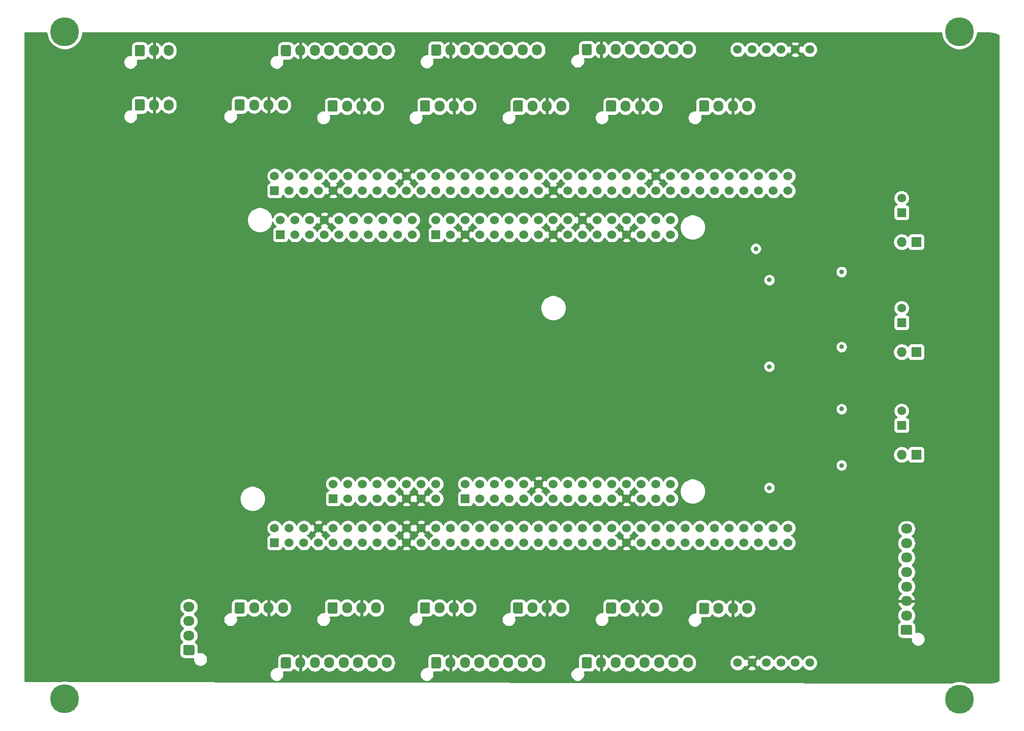
<source format=gbr>
%TF.GenerationSoftware,KiCad,Pcbnew,(5.1.12)-1*%
%TF.CreationDate,2022-02-06T21:24:49-08:00*%
%TF.ProjectId,DriverBoard,44726976-6572-4426-9f61-72642e6b6963,rev?*%
%TF.SameCoordinates,Original*%
%TF.FileFunction,Copper,L3,Inr*%
%TF.FilePolarity,Positive*%
%FSLAX46Y46*%
G04 Gerber Fmt 4.6, Leading zero omitted, Abs format (unit mm)*
G04 Created by KiCad (PCBNEW (5.1.12)-1) date 2022-02-06 21:24:49*
%MOMM*%
%LPD*%
G01*
G04 APERTURE LIST*
%TA.AperFunction,ComponentPad*%
%ADD10C,5.000000*%
%TD*%
%TA.AperFunction,ComponentPad*%
%ADD11O,1.700000X1.950000*%
%TD*%
%TA.AperFunction,ComponentPad*%
%ADD12C,1.530000*%
%TD*%
%TA.AperFunction,ComponentPad*%
%ADD13R,1.530000X1.530000*%
%TD*%
%TA.AperFunction,ComponentPad*%
%ADD14O,1.950000X1.700000*%
%TD*%
%TA.AperFunction,ComponentPad*%
%ADD15C,1.508000*%
%TD*%
%TA.AperFunction,ComponentPad*%
%ADD16R,1.508000X1.508000*%
%TD*%
%TA.AperFunction,ComponentPad*%
%ADD17C,1.498600*%
%TD*%
%TA.AperFunction,ComponentPad*%
%ADD18R,1.700000X1.700000*%
%TD*%
%TA.AperFunction,ComponentPad*%
%ADD19O,1.700000X1.700000*%
%TD*%
%TA.AperFunction,ViaPad*%
%ADD20C,0.800000*%
%TD*%
%TA.AperFunction,Conductor*%
%ADD21C,0.254000*%
%TD*%
%TA.AperFunction,Conductor*%
%ADD22C,0.100000*%
%TD*%
G04 APERTURE END LIST*
D10*
%TO.N,N/C*%
%TO.C,Hole*%
X75000000Y-157450000D03*
%TD*%
D11*
%TO.N,+5V*%
%TO.C,J25*%
X193200000Y-54800000D03*
%TO.N,GND*%
X190700000Y-54800000D03*
%TO.N,Drive6-Enc-Aout*%
X188200000Y-54800000D03*
%TO.N,Drive6-Enc-Bout*%
%TA.AperFunction,ComponentPad*%
G36*
G01*
X184850000Y-55525000D02*
X184850000Y-54075000D01*
G75*
G02*
X185100000Y-53825000I250000J0D01*
G01*
X186300000Y-53825000D01*
G75*
G02*
X186550000Y-54075000I0J-250000D01*
G01*
X186550000Y-55525000D01*
G75*
G02*
X186300000Y-55775000I-250000J0D01*
G01*
X185100000Y-55775000D01*
G75*
G02*
X184850000Y-55525000I0J250000D01*
G01*
G37*
%TD.AperFunction*%
%TD*%
%TO.N,+5V*%
%TO.C,J5*%
X144900000Y-54800000D03*
%TO.N,GND*%
X142400000Y-54800000D03*
%TO.N,Drive3-Enc-Aout*%
X139900000Y-54800000D03*
%TO.N,Drive3-Enc-Bout*%
%TA.AperFunction,ComponentPad*%
G36*
G01*
X136550000Y-55525000D02*
X136550000Y-54075000D01*
G75*
G02*
X136800000Y-53825000I250000J0D01*
G01*
X138000000Y-53825000D01*
G75*
G02*
X138250000Y-54075000I0J-250000D01*
G01*
X138250000Y-55525000D01*
G75*
G02*
X138000000Y-55775000I-250000J0D01*
G01*
X136800000Y-55775000D01*
G75*
G02*
X136550000Y-55525000I0J250000D01*
G01*
G37*
%TD.AperFunction*%
%TD*%
D12*
%TO.N,N/C*%
%TO.C,U1*%
X200245000Y-66910000D03*
X200245000Y-69450000D03*
%TO.N,Net-(U1-Pad91)*%
X197705000Y-66910000D03*
%TO.N,LED1*%
X197705000Y-69450000D03*
%TO.N,LED2*%
X195165000Y-66910000D03*
%TO.N,Net-(U1-Pad92)*%
X195165000Y-69450000D03*
%TO.N,Drive6-Enc-Bout*%
X192625000Y-66910000D03*
%TO.N,Drive6-Enc-Aout*%
X192625000Y-69450000D03*
%TO.N,Drive3-INA1*%
X190085000Y-66910000D03*
%TO.N,N/C*%
X190085000Y-69450000D03*
%TO.N,Drive3-INA2*%
X187545000Y-66910000D03*
%TO.N,Drive4-Enc-Bout*%
X187545000Y-69450000D03*
%TO.N,I2C-4-SDA*%
X185005000Y-66910000D03*
%TO.N,I2C-4-INT1*%
X185005000Y-69450000D03*
%TO.N,Drive3-INB1*%
X182465000Y-66910000D03*
%TO.N,I2C-4-INT0*%
X182465000Y-69450000D03*
%TO.N,Drive3-INB2*%
X179925000Y-66910000D03*
%TO.N,Drive2-B1*%
X179925000Y-69450000D03*
%TO.N,GND*%
X177385000Y-66910000D03*
%TO.N,Drive5-Enc-Aout*%
X177385000Y-69450000D03*
%TO.N,UART-7-RTS*%
X174845000Y-66910000D03*
%TO.N,Drive3-PWMB*%
X174845000Y-69450000D03*
%TO.N,I2C-4-SCL*%
X172305000Y-66910000D03*
%TO.N,CAN3-STBY*%
X172305000Y-69450000D03*
%TO.N,Steer3-PWMB*%
X169765000Y-66910000D03*
%TO.N,UART-7-CTS*%
X169765000Y-69450000D03*
%TO.N,Steer3-PWMA*%
X167225000Y-66910000D03*
%TO.N,ROSReset*%
X167225000Y-69450000D03*
%TO.N,UART-7-RXD*%
X164685000Y-66910000D03*
%TO.N,Drive2-PWMA*%
X164685000Y-69450000D03*
%TO.N,Drive5-Enc-Bout*%
X162145000Y-66910000D03*
%TO.N,Drive2-PWMB*%
X162145000Y-69450000D03*
%TO.N,UART-7-TXD*%
X159605000Y-66910000D03*
%TO.N,GND*%
X159605000Y-69450000D03*
%TO.N,Net-(U1-Pad14)*%
X157065000Y-66910000D03*
%TO.N,Net-(U1-Pad37)*%
X157065000Y-69450000D03*
%TO.N,Drive2-INA1*%
X154525000Y-66910000D03*
%TO.N,Drive4-Enc-Aout*%
X154525000Y-69450000D03*
%TO.N,Drive2-INA2*%
X151985000Y-66910000D03*
%TO.N,Drive3-PWMA*%
X151985000Y-69450000D03*
%TO.N,N/C*%
X149445000Y-66910000D03*
%TO.N,CAN3-RXD*%
X149445000Y-69450000D03*
%TO.N,Drive2-B2*%
X146905000Y-66910000D03*
%TO.N,CAN2-RXD*%
X146905000Y-69450000D03*
%TO.N,Drive1-INA1*%
X144365000Y-66910000D03*
%TO.N,CAN3-TXD*%
X144365000Y-69450000D03*
%TO.N,Drive1-INA2*%
X141825000Y-66910000D03*
%TO.N,Drive3-Enc-Aout*%
X141825000Y-69450000D03*
%TO.N,Drive3-Enc-Bout*%
X139285000Y-66910000D03*
%TO.N,Drive1-PWMA*%
X139285000Y-69450000D03*
%TO.N,CAN2-STBY*%
X136745000Y-66910000D03*
%TO.N,Drive1-PWMB*%
X136745000Y-69450000D03*
%TO.N,GND*%
X134205000Y-66910000D03*
%TO.N,Drive1-INB2*%
X134205000Y-69450000D03*
%TO.N,Drive1-INB1*%
X131665000Y-66910000D03*
%TO.N,CAN2-TXD*%
X131665000Y-69450000D03*
%TO.N,Net-(U1-Pad73)*%
X129125000Y-66910000D03*
%TO.N,Steer6-Enc-Bout*%
X129125000Y-69450000D03*
%TO.N,Net-(U1-Pad103)*%
X126585000Y-66910000D03*
%TO.N,Net-(U1-Pad42)*%
X126585000Y-69450000D03*
%TO.N,Drive2-Enc-Aout*%
X124045000Y-66910000D03*
%TO.N,Steer1-PWMA*%
X124045000Y-69450000D03*
%TO.N,Drive2-Enc-Bout*%
X121505000Y-66910000D03*
%TO.N,GND*%
X121505000Y-69450000D03*
%TO.N,Net-(U1-Pad157)*%
X118965000Y-66910000D03*
%TO.N,Net-(U1-Pad155)*%
X118965000Y-69450000D03*
%TO.N,Net-(U1-Pad45)*%
X116425000Y-66910000D03*
%TO.N,TurretPWM2*%
X116425000Y-69450000D03*
%TO.N,Drive1-Enc-Aout*%
X113885000Y-66910000D03*
%TO.N,TurretPWM1*%
X113885000Y-69450000D03*
%TO.N,Drive1-INB1*%
X179905000Y-74530000D03*
%TO.N,Drive3-INA1*%
X179905000Y-77070000D03*
%TO.N,CAN1-STBY*%
X179905000Y-120250000D03*
%TO.N,I2C-2-INT*%
X179905000Y-122790000D03*
%TO.N,I2C-4-INT1*%
X135201000Y-74530000D03*
%TO.N,CAN3-TXD*%
X135201000Y-77070000D03*
%TO.N,Steer3-PWMB*%
X132661000Y-74530000D03*
%TO.N,Steer3-Enc-Aout*%
X132661000Y-77070000D03*
%TO.N,Steer3-PWMA*%
X130121000Y-74530000D03*
%TO.N,CAN3-RXD*%
X130121000Y-77070000D03*
%TO.N,Steer6-Enc-Bout*%
X127581000Y-74530000D03*
%TO.N,CAN2-RXD*%
X127581000Y-77070000D03*
%TO.N,Net-(U1-Pad42)*%
X125041000Y-74530000D03*
%TO.N,Drive1-INB2*%
X125041000Y-77070000D03*
%TO.N,Steer1-PWMA*%
X122501000Y-74530000D03*
%TO.N,Steer1-INA2*%
X122501000Y-77070000D03*
%TO.N,GND*%
X119961000Y-74530000D03*
%TO.N,Net-(U1-Pad73)*%
X119961000Y-77070000D03*
%TO.N,Net-(U1-Pad154)*%
X117421000Y-74530000D03*
%TO.N,Drive2-B2*%
X117421000Y-77070000D03*
%TO.N,TurretPWM2*%
X114881000Y-74530000D03*
%TO.N,Drive1-INA2*%
X114881000Y-77070000D03*
%TO.N,N/C*%
X200225000Y-127870000D03*
X200225000Y-130410000D03*
%TO.N,Drive3-Enc-Aout*%
X177365000Y-74530000D03*
%TO.N,Steer4-Enc-Aout*%
X177365000Y-77070000D03*
%TO.N,Drive5-Enc-Aout*%
X174825000Y-74530000D03*
%TO.N,Steer3-Enc-Bout*%
X174825000Y-77070000D03*
%TO.N,Drive3-PWMB*%
X172285000Y-74530000D03*
%TO.N,GND*%
X172285000Y-77070000D03*
%TO.N,CAN3-STBY*%
X169745000Y-74530000D03*
%TO.N,Steer5-Enc-Aout*%
X169745000Y-77070000D03*
%TO.N,UART-7-CTS*%
X167205000Y-74530000D03*
%TO.N,ROSReset*%
X167205000Y-77070000D03*
%TO.N,GND*%
X164665000Y-74530000D03*
%TO.N,Drive2-PWMA*%
X164665000Y-77070000D03*
%TO.N,UART-7-RXD*%
X162125000Y-74530000D03*
%TO.N,Drive2-PWMB*%
X162125000Y-77070000D03*
%TO.N,UART-7-TXD*%
X159585000Y-74530000D03*
%TO.N,GND*%
X159585000Y-77070000D03*
%TO.N,SPI_1_MISO*%
X157045000Y-74530000D03*
%TO.N,CAN2-STBY*%
X157045000Y-77070000D03*
%TO.N,Drive4-Enc-Bout*%
X154505000Y-74530000D03*
%TO.N,CAN2-TXD*%
X154505000Y-77070000D03*
%TO.N,I2C-4-SDA*%
X151965000Y-74530000D03*
%TO.N,Net-(U1-Pad14)*%
X151965000Y-77070000D03*
%TO.N,Drive2-B1*%
X149425000Y-74530000D03*
%TO.N,Net-(U1-Pad28)*%
X149425000Y-77070000D03*
%TO.N,I2C-4-SCL*%
X146885000Y-74530000D03*
%TO.N,Drive3-Enc-Bout*%
X146885000Y-77070000D03*
%TO.N,Drive3-INB2*%
X144345000Y-74530000D03*
%TO.N,GND*%
X144345000Y-77070000D03*
%TO.N,UART-7-RTS*%
X141805000Y-74530000D03*
%TO.N,N/C*%
X141805000Y-77070000D03*
%TO.N,I2C-4-INT0*%
X139265000Y-74530000D03*
D13*
%TO.N,Net-(U1-Pad156)*%
X139265000Y-77070000D03*
D12*
%TO.N,TurretPWM1*%
X112341000Y-74530000D03*
D13*
%TO.N,Drive1-Enc-Aout*%
X112341000Y-77070000D03*
D12*
%TO.N,Steer2-PWMB*%
X177365000Y-120250000D03*
%TO.N,CAN1-TXD*%
X177365000Y-122790000D03*
%TO.N,Steer2-Enc-Aout*%
X174825000Y-120250000D03*
%TO.N,CAN1-RXD*%
X174825000Y-122790000D03*
%TO.N,Steer2-PWMA*%
X172285000Y-120250000D03*
%TO.N,GND*%
X172285000Y-122790000D03*
%TO.N,Steer3-INB2*%
X169745000Y-120250000D03*
%TO.N,I2C-2-SDA*%
X169745000Y-122790000D03*
%TO.N,Steer3-PWMB*%
X167205000Y-120250000D03*
%TO.N,I2C-2-SCL*%
X167205000Y-122790000D03*
%TO.N,Steer3-PWMA*%
X164665000Y-120250000D03*
%TO.N,I2C-2-EXTRA*%
X164665000Y-122790000D03*
%TO.N,Steer3-INB1*%
X162125000Y-120250000D03*
%TO.N,Steer6-Enc-Bout*%
X162125000Y-122790000D03*
%TO.N,Steer5-Enc-Aout*%
X159585000Y-120250000D03*
%TO.N,N/C*%
X159585000Y-122790000D03*
%TO.N,GND*%
X157045000Y-120250000D03*
%TO.N,Drive5-Enc-Bout*%
X157045000Y-122790000D03*
%TO.N,Steer2-INA1*%
X154505000Y-120250000D03*
%TO.N,Drive2-INA1*%
X154505000Y-122790000D03*
%TO.N,Steer2-INB2*%
X151965000Y-120250000D03*
%TO.N,Drive3-INB1*%
X151965000Y-122790000D03*
%TO.N,Steer2-INB1*%
X149425000Y-120250000D03*
%TO.N,Net-(U1-Pad29)*%
X149425000Y-122790000D03*
%TO.N,Steer2-INA2*%
X146885000Y-120250000D03*
%TO.N,Net-(U1-Pad26)*%
X146885000Y-122790000D03*
%TO.N,SPI_1_MOSI*%
X144345000Y-120250000D03*
D13*
%TO.N,Net-(U1-Pad37)*%
X144345000Y-122790000D03*
D12*
%TO.N,Steer5-Enc-Bout*%
X139265000Y-120250000D03*
%TO.N,Net-(U1-Pad153)*%
X139265000Y-122790000D03*
%TO.N,Net-(U1-Pad87)*%
X136725000Y-120250000D03*
%TO.N,GND*%
X136725000Y-122790000D03*
%TO.N,Net-(U1-Pad116)*%
X134185000Y-120250000D03*
%TO.N,GND*%
X134185000Y-122790000D03*
%TO.N,SabreTX*%
X131645000Y-120250000D03*
%TO.N,+5V*%
X131645000Y-122790000D03*
%TO.N,Steer1-Enc-Aout*%
X129105000Y-120250000D03*
%TO.N,+3V3*%
X129105000Y-122790000D03*
%TO.N,Steer1-Enc-Bout*%
X126565000Y-120250000D03*
%TO.N,Net-(U1-Pad25)*%
X126565000Y-122790000D03*
%TO.N,Net-(U1-Pad99)*%
X124025000Y-120250000D03*
%TO.N,Net-(U1-Pad150)*%
X124025000Y-122790000D03*
%TO.N,Drive1-Enc-Bout*%
X121485000Y-120250000D03*
D13*
%TO.N,N/C*%
X121485000Y-122790000D03*
D12*
%TO.N,Drive1-Enc-Bout*%
X111345000Y-66910000D03*
D13*
%TO.N,Net-(U1-Pad99)*%
X111345000Y-69450000D03*
D12*
%TO.N,SPI_1_SCK*%
X197685000Y-127870000D03*
%TO.N,I2C-2-EXTRA*%
X197685000Y-130410000D03*
%TO.N,SPI_1_INT*%
X195145000Y-127870000D03*
%TO.N,N/C*%
X195145000Y-130410000D03*
%TO.N,SPI_1_CS*%
X192605000Y-127870000D03*
%TO.N,Steer6-Enc-Aout*%
X192605000Y-130410000D03*
%TO.N,Steer3-INA1*%
X190065000Y-127870000D03*
%TO.N,SPI_1_MISO*%
X190065000Y-130410000D03*
%TO.N,Steer3-PWMB*%
X187525000Y-127870000D03*
%TO.N,Steer3-INA2*%
X187525000Y-130410000D03*
%TO.N,N/C*%
X184985000Y-127870000D03*
%TO.N,I2C-2-INT*%
X184985000Y-130410000D03*
%TO.N,CAN1-STBY*%
X182445000Y-127870000D03*
%TO.N,CAN1-RXD*%
X182445000Y-130410000D03*
%TO.N,Steer2-PWMB*%
X179905000Y-127870000D03*
%TO.N,CAN1-TXD*%
X179905000Y-130410000D03*
%TO.N,Steer2-PWMA*%
X177365000Y-127870000D03*
%TO.N,I2C-2-SDA*%
X177365000Y-130410000D03*
%TO.N,I2C-2-EXTRA*%
X174825000Y-127870000D03*
%TO.N,I2C-2-SCL*%
X174825000Y-130410000D03*
%TO.N,Steer3-PWMA*%
X172285000Y-127870000D03*
%TO.N,GND*%
X172285000Y-130410000D03*
%TO.N,Steer3-INB1*%
X169745000Y-127870000D03*
%TO.N,Steer3-INB2*%
X169745000Y-130410000D03*
%TO.N,Steer5-Enc-Aout*%
X167205000Y-127870000D03*
%TO.N,SPI_1_MOSI*%
X167205000Y-130410000D03*
%TO.N,Steer5-Enc-Bout*%
X164665000Y-127870000D03*
%TO.N,Steer2-INA2*%
X164665000Y-130410000D03*
%TO.N,Net-(U1-Pad87)*%
X162125000Y-127870000D03*
%TO.N,Steer2-INB1*%
X162125000Y-130410000D03*
%TO.N,Steer2-INA1*%
X159585000Y-127870000D03*
%TO.N,Steer2-INB2*%
X159585000Y-130410000D03*
%TO.N,Net-(U1-Pad26)*%
X157045000Y-127870000D03*
%TO.N,Net-(U1-Pad29)*%
X157045000Y-130410000D03*
%TO.N,Net-(U1-Pad27)*%
X154505000Y-127870000D03*
%TO.N,Net-(U1-Pad28)*%
X154505000Y-130410000D03*
%TO.N,Steer4-Enc-Aout*%
X151965000Y-127870000D03*
%TO.N,N/C*%
X151965000Y-130410000D03*
%TO.N,Steer3-Enc-Aout*%
X149425000Y-127870000D03*
%TO.N,Steer4-Enc-Bout*%
X149425000Y-130410000D03*
%TO.N,Steer1-PWMB*%
X146885000Y-127870000D03*
%TO.N,N/C*%
X146885000Y-130410000D03*
%TO.N,Steer3-Enc-Bout*%
X144345000Y-127870000D03*
%TO.N,N/C*%
X144345000Y-130410000D03*
X141805000Y-127870000D03*
X141805000Y-130410000D03*
%TO.N,Net-(U1-Pad149)*%
X139265000Y-127870000D03*
%TO.N,Steer1-INA1*%
X139265000Y-130410000D03*
%TO.N,GND*%
X136725000Y-127870000D03*
%TO.N,Net-(U1-Pad137)*%
X136725000Y-130410000D03*
%TO.N,GND*%
X134185000Y-127870000D03*
X134185000Y-130410000D03*
%TO.N,+5V*%
X131645000Y-127870000D03*
%TO.N,Steer1-INA2*%
X131645000Y-130410000D03*
%TO.N,+3V3*%
X129105000Y-127870000D03*
%TO.N,Steer1-INB1*%
X129105000Y-130410000D03*
%TO.N,Net-(U1-Pad25)*%
X126565000Y-127870000D03*
%TO.N,Steer1-INB2*%
X126565000Y-130410000D03*
%TO.N,+3V3*%
X124025000Y-127870000D03*
%TO.N,Steer2-Enc-Aout*%
X124025000Y-130410000D03*
%TO.N,N/C*%
X121485000Y-127870000D03*
%TO.N,Steer2-Enc-Bout*%
X121485000Y-130410000D03*
%TO.N,GND*%
X118945000Y-127870000D03*
%TO.N,Net-(U1-Pad138)*%
X118945000Y-130410000D03*
%TO.N,Net-(U1-Pad145)*%
X116405000Y-127870000D03*
%TO.N,N/C*%
X116405000Y-130410000D03*
%TO.N,Net-(U1-Pad116)*%
X113865000Y-127870000D03*
%TO.N,SabreTX*%
X113865000Y-130410000D03*
%TO.N,Steer1-Enc-Aout*%
X111325000Y-127870000D03*
D13*
%TO.N,Steer1-Enc-Bout*%
X111325000Y-130410000D03*
%TD*%
D10*
%TO.N,N/C*%
%TO.C,Hole*%
X229900000Y-41900000D03*
%TD*%
%TO.N,N/C*%
%TO.C,Hole*%
X229900000Y-157500000D03*
%TD*%
%TO.N,N/C*%
%TO.C,*%
X75000000Y-41900000D03*
%TD*%
D14*
%TO.N,SabreTX*%
%TO.C,J30*%
X96500000Y-141500000D03*
X96500000Y-144000000D03*
X96500000Y-146500000D03*
%TA.AperFunction,ComponentPad*%
G36*
G01*
X97225000Y-149850000D02*
X95775000Y-149850000D01*
G75*
G02*
X95525000Y-149600000I0J250000D01*
G01*
X95525000Y-148400000D01*
G75*
G02*
X95775000Y-148150000I250000J0D01*
G01*
X97225000Y-148150000D01*
G75*
G02*
X97475000Y-148400000I0J-250000D01*
G01*
X97475000Y-149600000D01*
G75*
G02*
X97225000Y-149850000I-250000J0D01*
G01*
G37*
%TD.AperFunction*%
%TD*%
D11*
%TO.N,+5V*%
%TO.C,J29*%
X161000000Y-54800000D03*
%TO.N,GND*%
X158500000Y-54800000D03*
%TO.N,Drive4-Enc-Aout*%
X156000000Y-54800000D03*
%TO.N,Drive4-Enc-Bout*%
%TA.AperFunction,ComponentPad*%
G36*
G01*
X152650000Y-55525000D02*
X152650000Y-54075000D01*
G75*
G02*
X152900000Y-53825000I250000J0D01*
G01*
X154100000Y-53825000D01*
G75*
G02*
X154350000Y-54075000I0J-250000D01*
G01*
X154350000Y-55525000D01*
G75*
G02*
X154100000Y-55775000I-250000J0D01*
G01*
X152900000Y-55775000D01*
G75*
G02*
X152650000Y-55525000I0J250000D01*
G01*
G37*
%TD.AperFunction*%
%TD*%
%TO.N,+5V*%
%TO.C,J28*%
X193200000Y-141800000D03*
%TO.N,GND*%
X190700000Y-141800000D03*
%TO.N,Steer6-Enc-Aout*%
X188200000Y-141800000D03*
%TO.N,Steer6-Enc-Bout*%
%TA.AperFunction,ComponentPad*%
G36*
G01*
X184850000Y-142525000D02*
X184850000Y-141075000D01*
G75*
G02*
X185100000Y-140825000I250000J0D01*
G01*
X186300000Y-140825000D01*
G75*
G02*
X186550000Y-141075000I0J-250000D01*
G01*
X186550000Y-142525000D01*
G75*
G02*
X186300000Y-142775000I-250000J0D01*
G01*
X185100000Y-142775000D01*
G75*
G02*
X184850000Y-142525000I0J250000D01*
G01*
G37*
%TD.AperFunction*%
%TD*%
%TO.N,+5V*%
%TO.C,J27*%
X177100000Y-141700000D03*
%TO.N,GND*%
X174600000Y-141700000D03*
%TO.N,Steer5-Enc-Aout*%
X172100000Y-141700000D03*
%TO.N,Steer5-Enc-Bout*%
%TA.AperFunction,ComponentPad*%
G36*
G01*
X168750000Y-142425000D02*
X168750000Y-140975000D01*
G75*
G02*
X169000000Y-140725000I250000J0D01*
G01*
X170200000Y-140725000D01*
G75*
G02*
X170450000Y-140975000I0J-250000D01*
G01*
X170450000Y-142425000D01*
G75*
G02*
X170200000Y-142675000I-250000J0D01*
G01*
X169000000Y-142675000D01*
G75*
G02*
X168750000Y-142425000I0J250000D01*
G01*
G37*
%TD.AperFunction*%
%TD*%
%TO.N,+5V*%
%TO.C,J26*%
X161000000Y-141700000D03*
%TO.N,GND*%
X158500000Y-141700000D03*
%TO.N,Steer4-Enc-Aout*%
X156000000Y-141700000D03*
%TO.N,Steer4-Enc-Bout*%
%TA.AperFunction,ComponentPad*%
G36*
G01*
X152650000Y-142425000D02*
X152650000Y-140975000D01*
G75*
G02*
X152900000Y-140725000I250000J0D01*
G01*
X154100000Y-140725000D01*
G75*
G02*
X154350000Y-140975000I0J-250000D01*
G01*
X154350000Y-142425000D01*
G75*
G02*
X154100000Y-142675000I-250000J0D01*
G01*
X152900000Y-142675000D01*
G75*
G02*
X152650000Y-142425000I0J250000D01*
G01*
G37*
%TD.AperFunction*%
%TD*%
%TO.N,+5V*%
%TO.C,J24*%
X177100000Y-54800000D03*
%TO.N,GND*%
X174600000Y-54800000D03*
%TO.N,Drive5-Enc-Aout*%
X172100000Y-54800000D03*
%TO.N,Drive5-Enc-Bout*%
%TA.AperFunction,ComponentPad*%
G36*
G01*
X168750000Y-55525000D02*
X168750000Y-54075000D01*
G75*
G02*
X169000000Y-53825000I250000J0D01*
G01*
X170200000Y-53825000D01*
G75*
G02*
X170450000Y-54075000I0J-250000D01*
G01*
X170450000Y-55525000D01*
G75*
G02*
X170200000Y-55775000I-250000J0D01*
G01*
X169000000Y-55775000D01*
G75*
G02*
X168750000Y-55525000I0J250000D01*
G01*
G37*
%TD.AperFunction*%
%TD*%
%TO.N,Net-(J15-Pad1)*%
%TO.C,J15*%
%TA.AperFunction,ComponentPad*%
G36*
G01*
X221475000Y-146350000D02*
X220025000Y-146350000D01*
G75*
G02*
X219775000Y-146100000I0J250000D01*
G01*
X219775000Y-144900000D01*
G75*
G02*
X220025000Y-144650000I250000J0D01*
G01*
X221475000Y-144650000D01*
G75*
G02*
X221725000Y-144900000I0J-250000D01*
G01*
X221725000Y-146100000D01*
G75*
G02*
X221475000Y-146350000I-250000J0D01*
G01*
G37*
%TD.AperFunction*%
D14*
%TO.N,+5V*%
X220750000Y-143000000D03*
%TO.N,GND*%
X220750000Y-140500000D03*
%TO.N,SPI_1_CS*%
X220750000Y-138000000D03*
%TO.N,SPI_1_MISO*%
X220750000Y-135500000D03*
%TO.N,SPI_1_MOSI*%
X220750000Y-133000000D03*
%TO.N,SPI_1_SCK*%
X220750000Y-130500000D03*
%TO.N,SPI_1_INT*%
X220750000Y-128000000D03*
%TD*%
D11*
%TO.N,Drive2-INA1*%
%TO.C,J9*%
X156800000Y-45100000D03*
%TO.N,Drive2-INA2*%
X154300000Y-45100000D03*
%TO.N,Drive2-PWMA*%
X151800000Y-45100000D03*
%TO.N,Drive2-B1*%
X149300000Y-45100000D03*
%TO.N,Drive2-B2*%
X146800000Y-45100000D03*
%TO.N,Drive2-PWMB*%
X144300000Y-45100000D03*
%TO.N,GND*%
X141800000Y-45100000D03*
%TO.N,Net-(J9-Pad1)*%
%TA.AperFunction,ComponentPad*%
G36*
G01*
X138450000Y-45825000D02*
X138450000Y-44375000D01*
G75*
G02*
X138700000Y-44125000I250000J0D01*
G01*
X139900000Y-44125000D01*
G75*
G02*
X140150000Y-44375000I0J-250000D01*
G01*
X140150000Y-45825000D01*
G75*
G02*
X139900000Y-46075000I-250000J0D01*
G01*
X138700000Y-46075000D01*
G75*
G02*
X138450000Y-45825000I0J250000D01*
G01*
G37*
%TD.AperFunction*%
%TD*%
D15*
%TO.N,Net-(J19-Pad2)*%
%TO.C,J19*%
X219910000Y-107570000D03*
D16*
%TO.N,Net-(J19-Pad1)*%
X219910000Y-110070000D03*
%TD*%
D11*
%TO.N,+5V*%
%TO.C,J1*%
X112800000Y-54600000D03*
%TO.N,GND*%
X110300000Y-54600000D03*
%TO.N,Drive1-Enc-Aout*%
X107800000Y-54600000D03*
%TO.N,Drive1-Enc-Bout*%
%TA.AperFunction,ComponentPad*%
G36*
G01*
X104450000Y-55325000D02*
X104450000Y-53875000D01*
G75*
G02*
X104700000Y-53625000I250000J0D01*
G01*
X105900000Y-53625000D01*
G75*
G02*
X106150000Y-53875000I0J-250000D01*
G01*
X106150000Y-55325000D01*
G75*
G02*
X105900000Y-55575000I-250000J0D01*
G01*
X104700000Y-55575000D01*
G75*
G02*
X104450000Y-55325000I0J250000D01*
G01*
G37*
%TD.AperFunction*%
%TD*%
%TO.N,+5V*%
%TO.C,J2*%
X112800000Y-141700000D03*
%TO.N,GND*%
X110300000Y-141700000D03*
%TO.N,Steer1-Enc-Aout*%
X107800000Y-141700000D03*
%TO.N,Steer1-Enc-Bout*%
%TA.AperFunction,ComponentPad*%
G36*
G01*
X104450000Y-142425000D02*
X104450000Y-140975000D01*
G75*
G02*
X104700000Y-140725000I250000J0D01*
G01*
X105900000Y-140725000D01*
G75*
G02*
X106150000Y-140975000I0J-250000D01*
G01*
X106150000Y-142425000D01*
G75*
G02*
X105900000Y-142675000I-250000J0D01*
G01*
X104700000Y-142675000D01*
G75*
G02*
X104450000Y-142425000I0J250000D01*
G01*
G37*
%TD.AperFunction*%
%TD*%
%TO.N,+5V*%
%TO.C,J3*%
X128900000Y-54800000D03*
%TO.N,GND*%
X126400000Y-54800000D03*
%TO.N,Drive2-Enc-Aout*%
X123900000Y-54800000D03*
%TO.N,Drive2-Enc-Bout*%
%TA.AperFunction,ComponentPad*%
G36*
G01*
X120550000Y-55525000D02*
X120550000Y-54075000D01*
G75*
G02*
X120800000Y-53825000I250000J0D01*
G01*
X122000000Y-53825000D01*
G75*
G02*
X122250000Y-54075000I0J-250000D01*
G01*
X122250000Y-55525000D01*
G75*
G02*
X122000000Y-55775000I-250000J0D01*
G01*
X120800000Y-55775000D01*
G75*
G02*
X120550000Y-55525000I0J250000D01*
G01*
G37*
%TD.AperFunction*%
%TD*%
%TO.N,+5V*%
%TO.C,J4*%
X128900000Y-141700000D03*
%TO.N,GND*%
X126400000Y-141700000D03*
%TO.N,Steer2-Enc-Aout*%
X123900000Y-141700000D03*
%TO.N,Steer2-Enc-Bout*%
%TA.AperFunction,ComponentPad*%
G36*
G01*
X120550000Y-142425000D02*
X120550000Y-140975000D01*
G75*
G02*
X120800000Y-140725000I250000J0D01*
G01*
X122000000Y-140725000D01*
G75*
G02*
X122250000Y-140975000I0J-250000D01*
G01*
X122250000Y-142425000D01*
G75*
G02*
X122000000Y-142675000I-250000J0D01*
G01*
X120800000Y-142675000D01*
G75*
G02*
X120550000Y-142425000I0J250000D01*
G01*
G37*
%TD.AperFunction*%
%TD*%
%TO.N,+5V*%
%TO.C,J6*%
X144900000Y-141700000D03*
%TO.N,GND*%
X142400000Y-141700000D03*
%TO.N,Steer3-Enc-Aout*%
X139900000Y-141700000D03*
%TO.N,Steer3-Enc-Bout*%
%TA.AperFunction,ComponentPad*%
G36*
G01*
X136550000Y-142425000D02*
X136550000Y-140975000D01*
G75*
G02*
X136800000Y-140725000I250000J0D01*
G01*
X138000000Y-140725000D01*
G75*
G02*
X138250000Y-140975000I0J-250000D01*
G01*
X138250000Y-142425000D01*
G75*
G02*
X138000000Y-142675000I-250000J0D01*
G01*
X136800000Y-142675000D01*
G75*
G02*
X136550000Y-142425000I0J250000D01*
G01*
G37*
%TD.AperFunction*%
%TD*%
D17*
%TO.N,I2C-4-INT0*%
%TO.C,J7*%
X191500002Y-45000000D03*
%TO.N,I2C-4-INT1*%
X194000000Y-45000000D03*
%TO.N,I2C-4-SCL*%
X196500000Y-45000000D03*
%TO.N,I2C-4-SDA*%
X199000000Y-45000000D03*
%TO.N,GND*%
X201500000Y-45000000D03*
%TO.N,+3V3*%
X204000000Y-45000000D03*
%TD*%
%TO.N,Net-(J8-Pad1)*%
%TO.C,J8*%
%TA.AperFunction,ComponentPad*%
G36*
G01*
X112450000Y-45925000D02*
X112450000Y-44475000D01*
G75*
G02*
X112700000Y-44225000I250000J0D01*
G01*
X113900000Y-44225000D01*
G75*
G02*
X114150000Y-44475000I0J-250000D01*
G01*
X114150000Y-45925000D01*
G75*
G02*
X113900000Y-46175000I-250000J0D01*
G01*
X112700000Y-46175000D01*
G75*
G02*
X112450000Y-45925000I0J250000D01*
G01*
G37*
%TD.AperFunction*%
D11*
%TO.N,GND*%
X115800000Y-45200000D03*
%TO.N,Drive1-PWMB*%
X118300000Y-45200000D03*
%TO.N,Drive1-INB2*%
X120800000Y-45200000D03*
%TO.N,Drive1-INB1*%
X123300000Y-45200000D03*
%TO.N,Drive1-PWMA*%
X125800000Y-45200000D03*
%TO.N,Drive1-INA2*%
X128300000Y-45200000D03*
%TO.N,Drive1-INA1*%
X130800000Y-45200000D03*
%TD*%
%TO.N,Net-(J10-Pad1)*%
%TO.C,J10*%
%TA.AperFunction,ComponentPad*%
G36*
G01*
X164550000Y-45725000D02*
X164550000Y-44275000D01*
G75*
G02*
X164800000Y-44025000I250000J0D01*
G01*
X166000000Y-44025000D01*
G75*
G02*
X166250000Y-44275000I0J-250000D01*
G01*
X166250000Y-45725000D01*
G75*
G02*
X166000000Y-45975000I-250000J0D01*
G01*
X164800000Y-45975000D01*
G75*
G02*
X164550000Y-45725000I0J250000D01*
G01*
G37*
%TD.AperFunction*%
%TO.N,GND*%
X167900000Y-45000000D03*
%TO.N,Drive3-PWMB*%
X170400000Y-45000000D03*
%TO.N,Drive3-INB2*%
X172900000Y-45000000D03*
%TO.N,Drive3-INB1*%
X175400000Y-45000000D03*
%TO.N,Drive3-PWMA*%
X177900000Y-45000000D03*
%TO.N,Drive3-INA2*%
X180400000Y-45000000D03*
%TO.N,Drive3-INA1*%
X182900000Y-45000000D03*
%TD*%
%TO.N,Steer1-INA1*%
%TO.C,J11*%
X130800000Y-151200000D03*
%TO.N,Steer1-INA2*%
X128300000Y-151200000D03*
%TO.N,Steer1-PWMA*%
X125800000Y-151200000D03*
%TO.N,Steer1-INB1*%
X123300000Y-151200000D03*
%TO.N,Steer1-INB2*%
X120800000Y-151200000D03*
%TO.N,Steer1-PWMB*%
X118300000Y-151200000D03*
%TO.N,GND*%
X115800000Y-151200000D03*
%TO.N,Net-(J11-Pad1)*%
%TA.AperFunction,ComponentPad*%
G36*
G01*
X112450000Y-151925000D02*
X112450000Y-150475000D01*
G75*
G02*
X112700000Y-150225000I250000J0D01*
G01*
X113900000Y-150225000D01*
G75*
G02*
X114150000Y-150475000I0J-250000D01*
G01*
X114150000Y-151925000D01*
G75*
G02*
X113900000Y-152175000I-250000J0D01*
G01*
X112700000Y-152175000D01*
G75*
G02*
X112450000Y-151925000I0J250000D01*
G01*
G37*
%TD.AperFunction*%
%TD*%
%TO.N,Net-(J12-Pad1)*%
%TO.C,J12*%
%TA.AperFunction,ComponentPad*%
G36*
G01*
X138450000Y-151925000D02*
X138450000Y-150475000D01*
G75*
G02*
X138700000Y-150225000I250000J0D01*
G01*
X139900000Y-150225000D01*
G75*
G02*
X140150000Y-150475000I0J-250000D01*
G01*
X140150000Y-151925000D01*
G75*
G02*
X139900000Y-152175000I-250000J0D01*
G01*
X138700000Y-152175000D01*
G75*
G02*
X138450000Y-151925000I0J250000D01*
G01*
G37*
%TD.AperFunction*%
%TO.N,GND*%
X141800000Y-151200000D03*
%TO.N,Steer2-PWMB*%
X144300000Y-151200000D03*
%TO.N,Steer2-INB2*%
X146800000Y-151200000D03*
%TO.N,Steer2-INB1*%
X149300000Y-151200000D03*
%TO.N,Steer2-PWMA*%
X151800000Y-151200000D03*
%TO.N,Steer2-INA2*%
X154300000Y-151200000D03*
%TO.N,Steer2-INA1*%
X156800000Y-151200000D03*
%TD*%
%TO.N,Steer3-INA1*%
%TO.C,J13*%
X182900000Y-151200000D03*
%TO.N,Steer3-INA2*%
X180400000Y-151200000D03*
%TO.N,Steer3-PWMA*%
X177900000Y-151200000D03*
%TO.N,Steer3-INB1*%
X175400000Y-151200000D03*
%TO.N,Steer3-INB2*%
X172900000Y-151200000D03*
%TO.N,Steer3-PWMB*%
X170400000Y-151200000D03*
%TO.N,GND*%
X167900000Y-151200000D03*
%TO.N,Net-(J13-Pad1)*%
%TA.AperFunction,ComponentPad*%
G36*
G01*
X164550000Y-151925000D02*
X164550000Y-150475000D01*
G75*
G02*
X164800000Y-150225000I250000J0D01*
G01*
X166000000Y-150225000D01*
G75*
G02*
X166250000Y-150475000I0J-250000D01*
G01*
X166250000Y-151925000D01*
G75*
G02*
X166000000Y-152175000I-250000J0D01*
G01*
X164800000Y-152175000D01*
G75*
G02*
X164550000Y-151925000I0J250000D01*
G01*
G37*
%TD.AperFunction*%
%TD*%
D17*
%TO.N,+5V*%
%TO.C,J14*%
X191500002Y-151200000D03*
%TO.N,GND*%
X194000000Y-151200000D03*
%TO.N,I2C-2-SDA*%
X196500000Y-151200000D03*
%TO.N,I2C-2-SCL*%
X199000000Y-151200000D03*
%TO.N,I2C-2-INT*%
X201500000Y-151200000D03*
%TO.N,I2C-2-EXTRA*%
X204000000Y-151200000D03*
%TD*%
D18*
%TO.N,Net-(J17-Pad1)*%
%TO.C,J17*%
X222450000Y-97390000D03*
D19*
X219910000Y-97390000D03*
%TD*%
%TO.N,Net-(J18-Pad2)*%
%TO.C,J18*%
X219910000Y-78340000D03*
D18*
%TO.N,Net-(J18-Pad1)*%
X222450000Y-78340000D03*
%TD*%
D16*
%TO.N,Net-(J17-Pad1)*%
%TO.C,J20*%
X219910000Y-92290000D03*
D15*
%TO.N,Net-(J20-Pad2)*%
X219910000Y-89790000D03*
%TD*%
%TO.N,Net-(J21-Pad2)*%
%TO.C,J21*%
X219910000Y-70740000D03*
D16*
%TO.N,Net-(J18-Pad2)*%
X219910000Y-73240000D03*
%TD*%
D19*
%TO.N,Net-(J19-Pad1)*%
%TO.C,J23*%
X219910000Y-115170000D03*
D18*
X222450000Y-115170000D03*
%TD*%
D11*
%TO.N,TurretPWM1*%
%TO.C,J31*%
X93000000Y-45200000D03*
%TO.N,GND*%
X90500000Y-45200000D03*
%TO.N,+5V*%
%TA.AperFunction,ComponentPad*%
G36*
G01*
X87150000Y-45925000D02*
X87150000Y-44475000D01*
G75*
G02*
X87400000Y-44225000I250000J0D01*
G01*
X88600000Y-44225000D01*
G75*
G02*
X88850000Y-44475000I0J-250000D01*
G01*
X88850000Y-45925000D01*
G75*
G02*
X88600000Y-46175000I-250000J0D01*
G01*
X87400000Y-46175000D01*
G75*
G02*
X87150000Y-45925000I0J250000D01*
G01*
G37*
%TD.AperFunction*%
%TD*%
%TO.N,+5V*%
%TO.C,J32*%
%TA.AperFunction,ComponentPad*%
G36*
G01*
X87150000Y-55325000D02*
X87150000Y-53875000D01*
G75*
G02*
X87400000Y-53625000I250000J0D01*
G01*
X88600000Y-53625000D01*
G75*
G02*
X88850000Y-53875000I0J-250000D01*
G01*
X88850000Y-55325000D01*
G75*
G02*
X88600000Y-55575000I-250000J0D01*
G01*
X87400000Y-55575000D01*
G75*
G02*
X87150000Y-55325000I0J250000D01*
G01*
G37*
%TD.AperFunction*%
%TO.N,GND*%
X90500000Y-54600000D03*
%TO.N,TurretPWM2*%
X93000000Y-54600000D03*
%TD*%
D20*
%TO.N,GND*%
X224600000Y-58900000D03*
X205900000Y-87400000D03*
X199300000Y-75200000D03*
X205000000Y-101500000D03*
X204670000Y-122790000D03*
X199300000Y-110700000D03*
X199300000Y-88800000D03*
X224600000Y-48400000D03*
%TO.N,+5V*%
X197000000Y-99900000D03*
X197000000Y-120900000D03*
X197000000Y-84900000D03*
%TO.N,+3V3*%
X209500000Y-83500000D03*
X209500000Y-96500000D03*
X209500000Y-117000000D03*
X209500000Y-107250000D03*
%TO.N,CAN3-TXD*%
X194665000Y-79500000D03*
%TD*%
D21*
%TO.N,GND*%
X71865000Y-42208771D02*
X71985476Y-42814446D01*
X72221799Y-43384979D01*
X72564886Y-43898446D01*
X73001554Y-44335114D01*
X73515021Y-44678201D01*
X74085554Y-44914524D01*
X74691229Y-45035000D01*
X75308771Y-45035000D01*
X75914446Y-44914524D01*
X76484979Y-44678201D01*
X76998446Y-44335114D01*
X77435114Y-43898446D01*
X77778201Y-43384979D01*
X78014524Y-42814446D01*
X78135000Y-42208771D01*
X78135000Y-42127000D01*
X226765000Y-42127000D01*
X226765000Y-42208771D01*
X226885476Y-42814446D01*
X227121799Y-43384979D01*
X227464886Y-43898446D01*
X227901554Y-44335114D01*
X228415021Y-44678201D01*
X228985554Y-44914524D01*
X229591229Y-45035000D01*
X230208771Y-45035000D01*
X230814446Y-44914524D01*
X231384979Y-44678201D01*
X231898446Y-44335114D01*
X232335114Y-43898446D01*
X232678201Y-43384979D01*
X232914524Y-42814446D01*
X233035000Y-42208771D01*
X233035000Y-42127000D01*
X234758317Y-42127000D01*
X235185166Y-42145610D01*
X235606062Y-42200943D01*
X236020536Y-42292696D01*
X236425430Y-42420167D01*
X236740001Y-42550262D01*
X236740000Y-154286920D01*
X236652792Y-154322992D01*
X236246332Y-154450838D01*
X235830282Y-154542684D01*
X235407772Y-154597837D01*
X234979309Y-154615987D01*
X231116502Y-154610592D01*
X230814446Y-154485476D01*
X230208771Y-154365000D01*
X229591229Y-154365000D01*
X228985554Y-154485476D01*
X228691674Y-154607205D01*
X75703595Y-154393535D01*
X75308771Y-154315000D01*
X74691229Y-154315000D01*
X74306217Y-154391584D01*
X68160000Y-154382999D01*
X68160000Y-153078363D01*
X110465000Y-153078363D01*
X110465000Y-153321637D01*
X110512460Y-153560236D01*
X110605557Y-153784992D01*
X110740713Y-153987267D01*
X110912733Y-154159287D01*
X111115008Y-154294443D01*
X111339764Y-154387540D01*
X111578363Y-154435000D01*
X111821637Y-154435000D01*
X112060236Y-154387540D01*
X112284992Y-154294443D01*
X112487267Y-154159287D01*
X112659287Y-153987267D01*
X112794443Y-153784992D01*
X112887540Y-153560236D01*
X112935000Y-153321637D01*
X112935000Y-153078363D01*
X136465000Y-153078363D01*
X136465000Y-153321637D01*
X136512460Y-153560236D01*
X136605557Y-153784992D01*
X136740713Y-153987267D01*
X136912733Y-154159287D01*
X137115008Y-154294443D01*
X137339764Y-154387540D01*
X137578363Y-154435000D01*
X137821637Y-154435000D01*
X138060236Y-154387540D01*
X138284992Y-154294443D01*
X138487267Y-154159287D01*
X138659287Y-153987267D01*
X138794443Y-153784992D01*
X138887540Y-153560236D01*
X138935000Y-153321637D01*
X138935000Y-153078363D01*
X162565000Y-153078363D01*
X162565000Y-153321637D01*
X162612460Y-153560236D01*
X162705557Y-153784992D01*
X162840713Y-153987267D01*
X163012733Y-154159287D01*
X163215008Y-154294443D01*
X163439764Y-154387540D01*
X163678363Y-154435000D01*
X163921637Y-154435000D01*
X164160236Y-154387540D01*
X164384992Y-154294443D01*
X164587267Y-154159287D01*
X164759287Y-153987267D01*
X164894443Y-153784992D01*
X164987540Y-153560236D01*
X165035000Y-153321637D01*
X165035000Y-153078363D01*
X164987540Y-152839764D01*
X164976484Y-152813072D01*
X166000000Y-152813072D01*
X166173254Y-152796008D01*
X166339850Y-152745472D01*
X166493386Y-152663405D01*
X166627962Y-152552962D01*
X166738405Y-152418386D01*
X166794714Y-152313039D01*
X166810951Y-152334429D01*
X167028807Y-152527496D01*
X167280142Y-152674352D01*
X167543110Y-152766476D01*
X167773000Y-152645155D01*
X167773000Y-151327000D01*
X167753000Y-151327000D01*
X167753000Y-151073000D01*
X167773000Y-151073000D01*
X167773000Y-149754845D01*
X168027000Y-149754845D01*
X168027000Y-151073000D01*
X168047000Y-151073000D01*
X168047000Y-151327000D01*
X168027000Y-151327000D01*
X168027000Y-152645155D01*
X168256890Y-152766476D01*
X168519858Y-152674352D01*
X168771193Y-152527496D01*
X168989049Y-152334429D01*
X169145538Y-152128278D01*
X169159294Y-152154014D01*
X169344866Y-152380134D01*
X169570987Y-152565706D01*
X169828967Y-152703599D01*
X170108890Y-152788513D01*
X170400000Y-152817185D01*
X170691111Y-152788513D01*
X170971034Y-152703599D01*
X171229014Y-152565706D01*
X171455134Y-152380134D01*
X171640706Y-152154014D01*
X171650000Y-152136626D01*
X171659294Y-152154014D01*
X171844866Y-152380134D01*
X172070987Y-152565706D01*
X172328967Y-152703599D01*
X172608890Y-152788513D01*
X172900000Y-152817185D01*
X173191111Y-152788513D01*
X173471034Y-152703599D01*
X173729014Y-152565706D01*
X173955134Y-152380134D01*
X174140706Y-152154014D01*
X174150000Y-152136626D01*
X174159294Y-152154014D01*
X174344866Y-152380134D01*
X174570987Y-152565706D01*
X174828967Y-152703599D01*
X175108890Y-152788513D01*
X175400000Y-152817185D01*
X175691111Y-152788513D01*
X175971034Y-152703599D01*
X176229014Y-152565706D01*
X176455134Y-152380134D01*
X176640706Y-152154014D01*
X176650000Y-152136626D01*
X176659294Y-152154014D01*
X176844866Y-152380134D01*
X177070987Y-152565706D01*
X177328967Y-152703599D01*
X177608890Y-152788513D01*
X177900000Y-152817185D01*
X178191111Y-152788513D01*
X178471034Y-152703599D01*
X178729014Y-152565706D01*
X178955134Y-152380134D01*
X179140706Y-152154014D01*
X179150000Y-152136626D01*
X179159294Y-152154014D01*
X179344866Y-152380134D01*
X179570987Y-152565706D01*
X179828967Y-152703599D01*
X180108890Y-152788513D01*
X180400000Y-152817185D01*
X180691111Y-152788513D01*
X180971034Y-152703599D01*
X181229014Y-152565706D01*
X181455134Y-152380134D01*
X181640706Y-152154014D01*
X181650000Y-152136626D01*
X181659294Y-152154014D01*
X181844866Y-152380134D01*
X182070987Y-152565706D01*
X182328967Y-152703599D01*
X182608890Y-152788513D01*
X182900000Y-152817185D01*
X183191111Y-152788513D01*
X183471034Y-152703599D01*
X183729014Y-152565706D01*
X183955134Y-152380134D01*
X184140706Y-152154014D01*
X184278599Y-151896033D01*
X184363513Y-151616110D01*
X184385000Y-151397949D01*
X184385000Y-151063658D01*
X190115702Y-151063658D01*
X190115702Y-151336342D01*
X190168900Y-151603785D01*
X190273251Y-151855712D01*
X190424746Y-152082440D01*
X190617562Y-152275256D01*
X190844290Y-152426751D01*
X191096217Y-152531102D01*
X191363660Y-152584300D01*
X191636344Y-152584300D01*
X191903787Y-152531102D01*
X192155714Y-152426751D01*
X192382442Y-152275256D01*
X192501205Y-152156493D01*
X193223112Y-152156493D01*
X193288552Y-152395290D01*
X193535412Y-152511120D01*
X193800126Y-152576564D01*
X194072521Y-152589107D01*
X194342129Y-152548268D01*
X194598589Y-152455615D01*
X194711448Y-152395290D01*
X194776888Y-152156493D01*
X194000000Y-151379605D01*
X193223112Y-152156493D01*
X192501205Y-152156493D01*
X192575258Y-152082440D01*
X192726753Y-151855712D01*
X192747782Y-151804944D01*
X192804710Y-151911448D01*
X193043507Y-151976888D01*
X193820395Y-151200000D01*
X194179605Y-151200000D01*
X194956493Y-151976888D01*
X195195290Y-151911448D01*
X195248958Y-151797069D01*
X195273249Y-151855712D01*
X195424744Y-152082440D01*
X195617560Y-152275256D01*
X195844288Y-152426751D01*
X196096215Y-152531102D01*
X196363658Y-152584300D01*
X196636342Y-152584300D01*
X196903785Y-152531102D01*
X197155712Y-152426751D01*
X197382440Y-152275256D01*
X197575256Y-152082440D01*
X197726751Y-151855712D01*
X197750000Y-151799584D01*
X197773249Y-151855712D01*
X197924744Y-152082440D01*
X198117560Y-152275256D01*
X198344288Y-152426751D01*
X198596215Y-152531102D01*
X198863658Y-152584300D01*
X199136342Y-152584300D01*
X199403785Y-152531102D01*
X199655712Y-152426751D01*
X199882440Y-152275256D01*
X200075256Y-152082440D01*
X200226751Y-151855712D01*
X200250000Y-151799584D01*
X200273249Y-151855712D01*
X200424744Y-152082440D01*
X200617560Y-152275256D01*
X200844288Y-152426751D01*
X201096215Y-152531102D01*
X201363658Y-152584300D01*
X201636342Y-152584300D01*
X201903785Y-152531102D01*
X202155712Y-152426751D01*
X202382440Y-152275256D01*
X202575256Y-152082440D01*
X202726751Y-151855712D01*
X202750000Y-151799584D01*
X202773249Y-151855712D01*
X202924744Y-152082440D01*
X203117560Y-152275256D01*
X203344288Y-152426751D01*
X203596215Y-152531102D01*
X203863658Y-152584300D01*
X204136342Y-152584300D01*
X204403785Y-152531102D01*
X204655712Y-152426751D01*
X204882440Y-152275256D01*
X205075256Y-152082440D01*
X205226751Y-151855712D01*
X205331102Y-151603785D01*
X205384300Y-151336342D01*
X205384300Y-151063658D01*
X205331102Y-150796215D01*
X205226751Y-150544288D01*
X205075256Y-150317560D01*
X204882440Y-150124744D01*
X204655712Y-149973249D01*
X204403785Y-149868898D01*
X204136342Y-149815700D01*
X203863658Y-149815700D01*
X203596215Y-149868898D01*
X203344288Y-149973249D01*
X203117560Y-150124744D01*
X202924744Y-150317560D01*
X202773249Y-150544288D01*
X202750000Y-150600416D01*
X202726751Y-150544288D01*
X202575256Y-150317560D01*
X202382440Y-150124744D01*
X202155712Y-149973249D01*
X201903785Y-149868898D01*
X201636342Y-149815700D01*
X201363658Y-149815700D01*
X201096215Y-149868898D01*
X200844288Y-149973249D01*
X200617560Y-150124744D01*
X200424744Y-150317560D01*
X200273249Y-150544288D01*
X200250000Y-150600416D01*
X200226751Y-150544288D01*
X200075256Y-150317560D01*
X199882440Y-150124744D01*
X199655712Y-149973249D01*
X199403785Y-149868898D01*
X199136342Y-149815700D01*
X198863658Y-149815700D01*
X198596215Y-149868898D01*
X198344288Y-149973249D01*
X198117560Y-150124744D01*
X197924744Y-150317560D01*
X197773249Y-150544288D01*
X197750000Y-150600416D01*
X197726751Y-150544288D01*
X197575256Y-150317560D01*
X197382440Y-150124744D01*
X197155712Y-149973249D01*
X196903785Y-149868898D01*
X196636342Y-149815700D01*
X196363658Y-149815700D01*
X196096215Y-149868898D01*
X195844288Y-149973249D01*
X195617560Y-150124744D01*
X195424744Y-150317560D01*
X195273249Y-150544288D01*
X195252219Y-150595058D01*
X195195290Y-150488552D01*
X194956493Y-150423112D01*
X194179605Y-151200000D01*
X193820395Y-151200000D01*
X193043507Y-150423112D01*
X192804710Y-150488552D01*
X192751043Y-150602929D01*
X192726753Y-150544288D01*
X192575258Y-150317560D01*
X192501205Y-150243507D01*
X193223112Y-150243507D01*
X194000000Y-151020395D01*
X194776888Y-150243507D01*
X194711448Y-150004710D01*
X194464588Y-149888880D01*
X194199874Y-149823436D01*
X193927479Y-149810893D01*
X193657871Y-149851732D01*
X193401411Y-149944385D01*
X193288552Y-150004710D01*
X193223112Y-150243507D01*
X192501205Y-150243507D01*
X192382442Y-150124744D01*
X192155714Y-149973249D01*
X191903787Y-149868898D01*
X191636344Y-149815700D01*
X191363660Y-149815700D01*
X191096217Y-149868898D01*
X190844290Y-149973249D01*
X190617562Y-150124744D01*
X190424746Y-150317560D01*
X190273251Y-150544288D01*
X190168900Y-150796215D01*
X190115702Y-151063658D01*
X184385000Y-151063658D01*
X184385000Y-151002050D01*
X184363513Y-150783889D01*
X184278599Y-150503966D01*
X184140706Y-150245986D01*
X183955134Y-150019866D01*
X183729013Y-149834294D01*
X183471033Y-149696401D01*
X183191110Y-149611487D01*
X182900000Y-149582815D01*
X182608889Y-149611487D01*
X182328966Y-149696401D01*
X182070986Y-149834294D01*
X181844866Y-150019866D01*
X181659294Y-150245987D01*
X181650000Y-150263374D01*
X181640706Y-150245986D01*
X181455134Y-150019866D01*
X181229013Y-149834294D01*
X180971033Y-149696401D01*
X180691110Y-149611487D01*
X180400000Y-149582815D01*
X180108889Y-149611487D01*
X179828966Y-149696401D01*
X179570986Y-149834294D01*
X179344866Y-150019866D01*
X179159294Y-150245987D01*
X179150000Y-150263374D01*
X179140706Y-150245986D01*
X178955134Y-150019866D01*
X178729013Y-149834294D01*
X178471033Y-149696401D01*
X178191110Y-149611487D01*
X177900000Y-149582815D01*
X177608889Y-149611487D01*
X177328966Y-149696401D01*
X177070986Y-149834294D01*
X176844866Y-150019866D01*
X176659294Y-150245987D01*
X176650000Y-150263374D01*
X176640706Y-150245986D01*
X176455134Y-150019866D01*
X176229013Y-149834294D01*
X175971033Y-149696401D01*
X175691110Y-149611487D01*
X175400000Y-149582815D01*
X175108889Y-149611487D01*
X174828966Y-149696401D01*
X174570986Y-149834294D01*
X174344866Y-150019866D01*
X174159294Y-150245987D01*
X174150000Y-150263374D01*
X174140706Y-150245986D01*
X173955134Y-150019866D01*
X173729013Y-149834294D01*
X173471033Y-149696401D01*
X173191110Y-149611487D01*
X172900000Y-149582815D01*
X172608889Y-149611487D01*
X172328966Y-149696401D01*
X172070986Y-149834294D01*
X171844866Y-150019866D01*
X171659294Y-150245987D01*
X171650000Y-150263374D01*
X171640706Y-150245986D01*
X171455134Y-150019866D01*
X171229013Y-149834294D01*
X170971033Y-149696401D01*
X170691110Y-149611487D01*
X170400000Y-149582815D01*
X170108889Y-149611487D01*
X169828966Y-149696401D01*
X169570986Y-149834294D01*
X169344866Y-150019866D01*
X169159294Y-150245987D01*
X169145538Y-150271722D01*
X168989049Y-150065571D01*
X168771193Y-149872504D01*
X168519858Y-149725648D01*
X168256890Y-149633524D01*
X168027000Y-149754845D01*
X167773000Y-149754845D01*
X167543110Y-149633524D01*
X167280142Y-149725648D01*
X167028807Y-149872504D01*
X166810951Y-150065571D01*
X166794714Y-150086961D01*
X166738405Y-149981614D01*
X166627962Y-149847038D01*
X166493386Y-149736595D01*
X166339850Y-149654528D01*
X166173254Y-149603992D01*
X166000000Y-149586928D01*
X164800000Y-149586928D01*
X164626746Y-149603992D01*
X164460150Y-149654528D01*
X164306614Y-149736595D01*
X164172038Y-149847038D01*
X164061595Y-149981614D01*
X163979528Y-150135150D01*
X163928992Y-150301746D01*
X163911928Y-150475000D01*
X163911928Y-151925000D01*
X163915868Y-151965000D01*
X163678363Y-151965000D01*
X163439764Y-152012460D01*
X163215008Y-152105557D01*
X163012733Y-152240713D01*
X162840713Y-152412733D01*
X162705557Y-152615008D01*
X162612460Y-152839764D01*
X162565000Y-153078363D01*
X138935000Y-153078363D01*
X138887540Y-152839764D01*
X138876484Y-152813072D01*
X139900000Y-152813072D01*
X140073254Y-152796008D01*
X140239850Y-152745472D01*
X140393386Y-152663405D01*
X140527962Y-152552962D01*
X140638405Y-152418386D01*
X140694714Y-152313039D01*
X140710951Y-152334429D01*
X140928807Y-152527496D01*
X141180142Y-152674352D01*
X141443110Y-152766476D01*
X141673000Y-152645155D01*
X141673000Y-151327000D01*
X141653000Y-151327000D01*
X141653000Y-151073000D01*
X141673000Y-151073000D01*
X141673000Y-149754845D01*
X141927000Y-149754845D01*
X141927000Y-151073000D01*
X141947000Y-151073000D01*
X141947000Y-151327000D01*
X141927000Y-151327000D01*
X141927000Y-152645155D01*
X142156890Y-152766476D01*
X142419858Y-152674352D01*
X142671193Y-152527496D01*
X142889049Y-152334429D01*
X143045538Y-152128278D01*
X143059294Y-152154014D01*
X143244866Y-152380134D01*
X143470987Y-152565706D01*
X143728967Y-152703599D01*
X144008890Y-152788513D01*
X144300000Y-152817185D01*
X144591111Y-152788513D01*
X144871034Y-152703599D01*
X145129014Y-152565706D01*
X145355134Y-152380134D01*
X145540706Y-152154014D01*
X145550000Y-152136626D01*
X145559294Y-152154014D01*
X145744866Y-152380134D01*
X145970987Y-152565706D01*
X146228967Y-152703599D01*
X146508890Y-152788513D01*
X146800000Y-152817185D01*
X147091111Y-152788513D01*
X147371034Y-152703599D01*
X147629014Y-152565706D01*
X147855134Y-152380134D01*
X148040706Y-152154014D01*
X148050000Y-152136626D01*
X148059294Y-152154014D01*
X148244866Y-152380134D01*
X148470987Y-152565706D01*
X148728967Y-152703599D01*
X149008890Y-152788513D01*
X149300000Y-152817185D01*
X149591111Y-152788513D01*
X149871034Y-152703599D01*
X150129014Y-152565706D01*
X150355134Y-152380134D01*
X150540706Y-152154014D01*
X150550000Y-152136626D01*
X150559294Y-152154014D01*
X150744866Y-152380134D01*
X150970987Y-152565706D01*
X151228967Y-152703599D01*
X151508890Y-152788513D01*
X151800000Y-152817185D01*
X152091111Y-152788513D01*
X152371034Y-152703599D01*
X152629014Y-152565706D01*
X152855134Y-152380134D01*
X153040706Y-152154014D01*
X153050000Y-152136626D01*
X153059294Y-152154014D01*
X153244866Y-152380134D01*
X153470987Y-152565706D01*
X153728967Y-152703599D01*
X154008890Y-152788513D01*
X154300000Y-152817185D01*
X154591111Y-152788513D01*
X154871034Y-152703599D01*
X155129014Y-152565706D01*
X155355134Y-152380134D01*
X155540706Y-152154014D01*
X155550000Y-152136626D01*
X155559294Y-152154014D01*
X155744866Y-152380134D01*
X155970987Y-152565706D01*
X156228967Y-152703599D01*
X156508890Y-152788513D01*
X156800000Y-152817185D01*
X157091111Y-152788513D01*
X157371034Y-152703599D01*
X157629014Y-152565706D01*
X157855134Y-152380134D01*
X158040706Y-152154014D01*
X158178599Y-151896033D01*
X158263513Y-151616110D01*
X158285000Y-151397949D01*
X158285000Y-151002050D01*
X158263513Y-150783889D01*
X158178599Y-150503966D01*
X158040706Y-150245986D01*
X157855134Y-150019866D01*
X157629013Y-149834294D01*
X157371033Y-149696401D01*
X157091110Y-149611487D01*
X156800000Y-149582815D01*
X156508889Y-149611487D01*
X156228966Y-149696401D01*
X155970986Y-149834294D01*
X155744866Y-150019866D01*
X155559294Y-150245987D01*
X155550000Y-150263374D01*
X155540706Y-150245986D01*
X155355134Y-150019866D01*
X155129013Y-149834294D01*
X154871033Y-149696401D01*
X154591110Y-149611487D01*
X154300000Y-149582815D01*
X154008889Y-149611487D01*
X153728966Y-149696401D01*
X153470986Y-149834294D01*
X153244866Y-150019866D01*
X153059294Y-150245987D01*
X153050000Y-150263374D01*
X153040706Y-150245986D01*
X152855134Y-150019866D01*
X152629013Y-149834294D01*
X152371033Y-149696401D01*
X152091110Y-149611487D01*
X151800000Y-149582815D01*
X151508889Y-149611487D01*
X151228966Y-149696401D01*
X150970986Y-149834294D01*
X150744866Y-150019866D01*
X150559294Y-150245987D01*
X150550000Y-150263374D01*
X150540706Y-150245986D01*
X150355134Y-150019866D01*
X150129013Y-149834294D01*
X149871033Y-149696401D01*
X149591110Y-149611487D01*
X149300000Y-149582815D01*
X149008889Y-149611487D01*
X148728966Y-149696401D01*
X148470986Y-149834294D01*
X148244866Y-150019866D01*
X148059294Y-150245987D01*
X148050000Y-150263374D01*
X148040706Y-150245986D01*
X147855134Y-150019866D01*
X147629013Y-149834294D01*
X147371033Y-149696401D01*
X147091110Y-149611487D01*
X146800000Y-149582815D01*
X146508889Y-149611487D01*
X146228966Y-149696401D01*
X145970986Y-149834294D01*
X145744866Y-150019866D01*
X145559294Y-150245987D01*
X145550000Y-150263374D01*
X145540706Y-150245986D01*
X145355134Y-150019866D01*
X145129013Y-149834294D01*
X144871033Y-149696401D01*
X144591110Y-149611487D01*
X144300000Y-149582815D01*
X144008889Y-149611487D01*
X143728966Y-149696401D01*
X143470986Y-149834294D01*
X143244866Y-150019866D01*
X143059294Y-150245987D01*
X143045538Y-150271722D01*
X142889049Y-150065571D01*
X142671193Y-149872504D01*
X142419858Y-149725648D01*
X142156890Y-149633524D01*
X141927000Y-149754845D01*
X141673000Y-149754845D01*
X141443110Y-149633524D01*
X141180142Y-149725648D01*
X140928807Y-149872504D01*
X140710951Y-150065571D01*
X140694714Y-150086961D01*
X140638405Y-149981614D01*
X140527962Y-149847038D01*
X140393386Y-149736595D01*
X140239850Y-149654528D01*
X140073254Y-149603992D01*
X139900000Y-149586928D01*
X138700000Y-149586928D01*
X138526746Y-149603992D01*
X138360150Y-149654528D01*
X138206614Y-149736595D01*
X138072038Y-149847038D01*
X137961595Y-149981614D01*
X137879528Y-150135150D01*
X137828992Y-150301746D01*
X137811928Y-150475000D01*
X137811928Y-151925000D01*
X137815868Y-151965000D01*
X137578363Y-151965000D01*
X137339764Y-152012460D01*
X137115008Y-152105557D01*
X136912733Y-152240713D01*
X136740713Y-152412733D01*
X136605557Y-152615008D01*
X136512460Y-152839764D01*
X136465000Y-153078363D01*
X112935000Y-153078363D01*
X112887540Y-152839764D01*
X112876484Y-152813072D01*
X113900000Y-152813072D01*
X114073254Y-152796008D01*
X114239850Y-152745472D01*
X114393386Y-152663405D01*
X114527962Y-152552962D01*
X114638405Y-152418386D01*
X114694714Y-152313039D01*
X114710951Y-152334429D01*
X114928807Y-152527496D01*
X115180142Y-152674352D01*
X115443110Y-152766476D01*
X115673000Y-152645155D01*
X115673000Y-151327000D01*
X115653000Y-151327000D01*
X115653000Y-151073000D01*
X115673000Y-151073000D01*
X115673000Y-149754845D01*
X115927000Y-149754845D01*
X115927000Y-151073000D01*
X115947000Y-151073000D01*
X115947000Y-151327000D01*
X115927000Y-151327000D01*
X115927000Y-152645155D01*
X116156890Y-152766476D01*
X116419858Y-152674352D01*
X116671193Y-152527496D01*
X116889049Y-152334429D01*
X117045538Y-152128278D01*
X117059294Y-152154014D01*
X117244866Y-152380134D01*
X117470987Y-152565706D01*
X117728967Y-152703599D01*
X118008890Y-152788513D01*
X118300000Y-152817185D01*
X118591111Y-152788513D01*
X118871034Y-152703599D01*
X119129014Y-152565706D01*
X119355134Y-152380134D01*
X119540706Y-152154014D01*
X119550000Y-152136626D01*
X119559294Y-152154014D01*
X119744866Y-152380134D01*
X119970987Y-152565706D01*
X120228967Y-152703599D01*
X120508890Y-152788513D01*
X120800000Y-152817185D01*
X121091111Y-152788513D01*
X121371034Y-152703599D01*
X121629014Y-152565706D01*
X121855134Y-152380134D01*
X122040706Y-152154014D01*
X122050000Y-152136626D01*
X122059294Y-152154014D01*
X122244866Y-152380134D01*
X122470987Y-152565706D01*
X122728967Y-152703599D01*
X123008890Y-152788513D01*
X123300000Y-152817185D01*
X123591111Y-152788513D01*
X123871034Y-152703599D01*
X124129014Y-152565706D01*
X124355134Y-152380134D01*
X124540706Y-152154014D01*
X124550000Y-152136626D01*
X124559294Y-152154014D01*
X124744866Y-152380134D01*
X124970987Y-152565706D01*
X125228967Y-152703599D01*
X125508890Y-152788513D01*
X125800000Y-152817185D01*
X126091111Y-152788513D01*
X126371034Y-152703599D01*
X126629014Y-152565706D01*
X126855134Y-152380134D01*
X127040706Y-152154014D01*
X127050000Y-152136626D01*
X127059294Y-152154014D01*
X127244866Y-152380134D01*
X127470987Y-152565706D01*
X127728967Y-152703599D01*
X128008890Y-152788513D01*
X128300000Y-152817185D01*
X128591111Y-152788513D01*
X128871034Y-152703599D01*
X129129014Y-152565706D01*
X129355134Y-152380134D01*
X129540706Y-152154014D01*
X129550000Y-152136626D01*
X129559294Y-152154014D01*
X129744866Y-152380134D01*
X129970987Y-152565706D01*
X130228967Y-152703599D01*
X130508890Y-152788513D01*
X130800000Y-152817185D01*
X131091111Y-152788513D01*
X131371034Y-152703599D01*
X131629014Y-152565706D01*
X131855134Y-152380134D01*
X132040706Y-152154014D01*
X132178599Y-151896033D01*
X132263513Y-151616110D01*
X132285000Y-151397949D01*
X132285000Y-151002050D01*
X132263513Y-150783889D01*
X132178599Y-150503966D01*
X132040706Y-150245986D01*
X131855134Y-150019866D01*
X131629013Y-149834294D01*
X131371033Y-149696401D01*
X131091110Y-149611487D01*
X130800000Y-149582815D01*
X130508889Y-149611487D01*
X130228966Y-149696401D01*
X129970986Y-149834294D01*
X129744866Y-150019866D01*
X129559294Y-150245987D01*
X129550000Y-150263374D01*
X129540706Y-150245986D01*
X129355134Y-150019866D01*
X129129013Y-149834294D01*
X128871033Y-149696401D01*
X128591110Y-149611487D01*
X128300000Y-149582815D01*
X128008889Y-149611487D01*
X127728966Y-149696401D01*
X127470986Y-149834294D01*
X127244866Y-150019866D01*
X127059294Y-150245987D01*
X127050000Y-150263374D01*
X127040706Y-150245986D01*
X126855134Y-150019866D01*
X126629013Y-149834294D01*
X126371033Y-149696401D01*
X126091110Y-149611487D01*
X125800000Y-149582815D01*
X125508889Y-149611487D01*
X125228966Y-149696401D01*
X124970986Y-149834294D01*
X124744866Y-150019866D01*
X124559294Y-150245987D01*
X124550000Y-150263374D01*
X124540706Y-150245986D01*
X124355134Y-150019866D01*
X124129013Y-149834294D01*
X123871033Y-149696401D01*
X123591110Y-149611487D01*
X123300000Y-149582815D01*
X123008889Y-149611487D01*
X122728966Y-149696401D01*
X122470986Y-149834294D01*
X122244866Y-150019866D01*
X122059294Y-150245987D01*
X122050000Y-150263374D01*
X122040706Y-150245986D01*
X121855134Y-150019866D01*
X121629013Y-149834294D01*
X121371033Y-149696401D01*
X121091110Y-149611487D01*
X120800000Y-149582815D01*
X120508889Y-149611487D01*
X120228966Y-149696401D01*
X119970986Y-149834294D01*
X119744866Y-150019866D01*
X119559294Y-150245987D01*
X119550000Y-150263374D01*
X119540706Y-150245986D01*
X119355134Y-150019866D01*
X119129013Y-149834294D01*
X118871033Y-149696401D01*
X118591110Y-149611487D01*
X118300000Y-149582815D01*
X118008889Y-149611487D01*
X117728966Y-149696401D01*
X117470986Y-149834294D01*
X117244866Y-150019866D01*
X117059294Y-150245987D01*
X117045538Y-150271722D01*
X116889049Y-150065571D01*
X116671193Y-149872504D01*
X116419858Y-149725648D01*
X116156890Y-149633524D01*
X115927000Y-149754845D01*
X115673000Y-149754845D01*
X115443110Y-149633524D01*
X115180142Y-149725648D01*
X114928807Y-149872504D01*
X114710951Y-150065571D01*
X114694714Y-150086961D01*
X114638405Y-149981614D01*
X114527962Y-149847038D01*
X114393386Y-149736595D01*
X114239850Y-149654528D01*
X114073254Y-149603992D01*
X113900000Y-149586928D01*
X112700000Y-149586928D01*
X112526746Y-149603992D01*
X112360150Y-149654528D01*
X112206614Y-149736595D01*
X112072038Y-149847038D01*
X111961595Y-149981614D01*
X111879528Y-150135150D01*
X111828992Y-150301746D01*
X111811928Y-150475000D01*
X111811928Y-151925000D01*
X111815868Y-151965000D01*
X111578363Y-151965000D01*
X111339764Y-152012460D01*
X111115008Y-152105557D01*
X110912733Y-152240713D01*
X110740713Y-152412733D01*
X110605557Y-152615008D01*
X110512460Y-152839764D01*
X110465000Y-153078363D01*
X68160000Y-153078363D01*
X68160000Y-141500000D01*
X94882815Y-141500000D01*
X94911487Y-141791111D01*
X94996401Y-142071034D01*
X95134294Y-142329014D01*
X95319866Y-142555134D01*
X95545986Y-142740706D01*
X95563374Y-142750000D01*
X95545986Y-142759294D01*
X95319866Y-142944866D01*
X95134294Y-143170986D01*
X94996401Y-143428966D01*
X94911487Y-143708889D01*
X94882815Y-144000000D01*
X94911487Y-144291111D01*
X94996401Y-144571034D01*
X95134294Y-144829014D01*
X95319866Y-145055134D01*
X95545986Y-145240706D01*
X95563374Y-145250000D01*
X95545986Y-145259294D01*
X95319866Y-145444866D01*
X95134294Y-145670986D01*
X94996401Y-145928966D01*
X94911487Y-146208889D01*
X94882815Y-146500000D01*
X94911487Y-146791111D01*
X94996401Y-147071034D01*
X95134294Y-147329014D01*
X95319866Y-147555134D01*
X95383337Y-147607223D01*
X95281614Y-147661595D01*
X95147038Y-147772038D01*
X95036595Y-147906614D01*
X94954528Y-148060150D01*
X94903992Y-148226746D01*
X94886928Y-148400000D01*
X94886928Y-149600000D01*
X94903992Y-149773254D01*
X94954528Y-149939850D01*
X95036595Y-150093386D01*
X95147038Y-150227962D01*
X95281614Y-150338405D01*
X95435150Y-150420472D01*
X95601746Y-150471008D01*
X95775000Y-150488072D01*
X97225000Y-150488072D01*
X97265000Y-150484132D01*
X97265000Y-150721637D01*
X97312460Y-150960236D01*
X97405557Y-151184992D01*
X97540713Y-151387267D01*
X97712733Y-151559287D01*
X97915008Y-151694443D01*
X98139764Y-151787540D01*
X98378363Y-151835000D01*
X98621637Y-151835000D01*
X98860236Y-151787540D01*
X99084992Y-151694443D01*
X99287267Y-151559287D01*
X99459287Y-151387267D01*
X99594443Y-151184992D01*
X99687540Y-150960236D01*
X99735000Y-150721637D01*
X99735000Y-150478363D01*
X99687540Y-150239764D01*
X99594443Y-150015008D01*
X99459287Y-149812733D01*
X99287267Y-149640713D01*
X99084992Y-149505557D01*
X98860236Y-149412460D01*
X98621637Y-149365000D01*
X98378363Y-149365000D01*
X98139764Y-149412460D01*
X98113072Y-149423516D01*
X98113072Y-148400000D01*
X98096008Y-148226746D01*
X98045472Y-148060150D01*
X97963405Y-147906614D01*
X97852962Y-147772038D01*
X97718386Y-147661595D01*
X97616663Y-147607223D01*
X97680134Y-147555134D01*
X97865706Y-147329014D01*
X98003599Y-147071034D01*
X98088513Y-146791111D01*
X98117185Y-146500000D01*
X98088513Y-146208889D01*
X98003599Y-145928966D01*
X97865706Y-145670986D01*
X97680134Y-145444866D01*
X97454014Y-145259294D01*
X97436626Y-145250000D01*
X97454014Y-145240706D01*
X97680134Y-145055134D01*
X97865706Y-144829014D01*
X98003599Y-144571034D01*
X98088513Y-144291111D01*
X98117185Y-144000000D01*
X98088513Y-143708889D01*
X98048919Y-143578363D01*
X102465000Y-143578363D01*
X102465000Y-143821637D01*
X102512460Y-144060236D01*
X102605557Y-144284992D01*
X102740713Y-144487267D01*
X102912733Y-144659287D01*
X103115008Y-144794443D01*
X103339764Y-144887540D01*
X103578363Y-144935000D01*
X103821637Y-144935000D01*
X104060236Y-144887540D01*
X104284992Y-144794443D01*
X104487267Y-144659287D01*
X104659287Y-144487267D01*
X104794443Y-144284992D01*
X104887540Y-144060236D01*
X104935000Y-143821637D01*
X104935000Y-143578363D01*
X118565000Y-143578363D01*
X118565000Y-143821637D01*
X118612460Y-144060236D01*
X118705557Y-144284992D01*
X118840713Y-144487267D01*
X119012733Y-144659287D01*
X119215008Y-144794443D01*
X119439764Y-144887540D01*
X119678363Y-144935000D01*
X119921637Y-144935000D01*
X120160236Y-144887540D01*
X120384992Y-144794443D01*
X120587267Y-144659287D01*
X120759287Y-144487267D01*
X120894443Y-144284992D01*
X120987540Y-144060236D01*
X121035000Y-143821637D01*
X121035000Y-143578363D01*
X134565000Y-143578363D01*
X134565000Y-143821637D01*
X134612460Y-144060236D01*
X134705557Y-144284992D01*
X134840713Y-144487267D01*
X135012733Y-144659287D01*
X135215008Y-144794443D01*
X135439764Y-144887540D01*
X135678363Y-144935000D01*
X135921637Y-144935000D01*
X136160236Y-144887540D01*
X136384992Y-144794443D01*
X136587267Y-144659287D01*
X136759287Y-144487267D01*
X136894443Y-144284992D01*
X136987540Y-144060236D01*
X137035000Y-143821637D01*
X137035000Y-143578363D01*
X150665000Y-143578363D01*
X150665000Y-143821637D01*
X150712460Y-144060236D01*
X150805557Y-144284992D01*
X150940713Y-144487267D01*
X151112733Y-144659287D01*
X151315008Y-144794443D01*
X151539764Y-144887540D01*
X151778363Y-144935000D01*
X152021637Y-144935000D01*
X152260236Y-144887540D01*
X152484992Y-144794443D01*
X152687267Y-144659287D01*
X152859287Y-144487267D01*
X152994443Y-144284992D01*
X153087540Y-144060236D01*
X153135000Y-143821637D01*
X153135000Y-143578363D01*
X166765000Y-143578363D01*
X166765000Y-143821637D01*
X166812460Y-144060236D01*
X166905557Y-144284992D01*
X167040713Y-144487267D01*
X167212733Y-144659287D01*
X167415008Y-144794443D01*
X167639764Y-144887540D01*
X167878363Y-144935000D01*
X168121637Y-144935000D01*
X168360236Y-144887540D01*
X168584992Y-144794443D01*
X168787267Y-144659287D01*
X168959287Y-144487267D01*
X169094443Y-144284992D01*
X169187540Y-144060236D01*
X169235000Y-143821637D01*
X169235000Y-143678363D01*
X182865000Y-143678363D01*
X182865000Y-143921637D01*
X182912460Y-144160236D01*
X183005557Y-144384992D01*
X183140713Y-144587267D01*
X183312733Y-144759287D01*
X183515008Y-144894443D01*
X183739764Y-144987540D01*
X183978363Y-145035000D01*
X184221637Y-145035000D01*
X184460236Y-144987540D01*
X184684992Y-144894443D01*
X184887267Y-144759287D01*
X185059287Y-144587267D01*
X185194443Y-144384992D01*
X185287540Y-144160236D01*
X185335000Y-143921637D01*
X185335000Y-143678363D01*
X185287540Y-143439764D01*
X185276484Y-143413072D01*
X186300000Y-143413072D01*
X186473254Y-143396008D01*
X186639850Y-143345472D01*
X186793386Y-143263405D01*
X186927962Y-143152962D01*
X187038405Y-143018386D01*
X187092777Y-142916663D01*
X187144866Y-142980134D01*
X187370987Y-143165706D01*
X187628967Y-143303599D01*
X187908890Y-143388513D01*
X188200000Y-143417185D01*
X188491111Y-143388513D01*
X188771034Y-143303599D01*
X189029014Y-143165706D01*
X189255134Y-142980134D01*
X189440706Y-142754014D01*
X189454462Y-142728278D01*
X189610951Y-142934429D01*
X189828807Y-143127496D01*
X190080142Y-143274352D01*
X190343110Y-143366476D01*
X190573000Y-143245155D01*
X190573000Y-141927000D01*
X190553000Y-141927000D01*
X190553000Y-141673000D01*
X190573000Y-141673000D01*
X190573000Y-140354845D01*
X190827000Y-140354845D01*
X190827000Y-141673000D01*
X190847000Y-141673000D01*
X190847000Y-141927000D01*
X190827000Y-141927000D01*
X190827000Y-143245155D01*
X191056890Y-143366476D01*
X191319858Y-143274352D01*
X191571193Y-143127496D01*
X191789049Y-142934429D01*
X191945538Y-142728278D01*
X191959294Y-142754014D01*
X192144866Y-142980134D01*
X192370987Y-143165706D01*
X192628967Y-143303599D01*
X192908890Y-143388513D01*
X193200000Y-143417185D01*
X193491111Y-143388513D01*
X193771034Y-143303599D01*
X194029014Y-143165706D01*
X194230927Y-143000000D01*
X219132815Y-143000000D01*
X219161487Y-143291111D01*
X219246401Y-143571034D01*
X219384294Y-143829014D01*
X219569866Y-144055134D01*
X219633337Y-144107223D01*
X219531614Y-144161595D01*
X219397038Y-144272038D01*
X219286595Y-144406614D01*
X219204528Y-144560150D01*
X219153992Y-144726746D01*
X219136928Y-144900000D01*
X219136928Y-146100000D01*
X219153992Y-146273254D01*
X219204528Y-146439850D01*
X219286595Y-146593386D01*
X219397038Y-146727962D01*
X219531614Y-146838405D01*
X219685150Y-146920472D01*
X219851746Y-146971008D01*
X220025000Y-146988072D01*
X221475000Y-146988072D01*
X221515000Y-146984132D01*
X221515000Y-147221637D01*
X221562460Y-147460236D01*
X221655557Y-147684992D01*
X221790713Y-147887267D01*
X221962733Y-148059287D01*
X222165008Y-148194443D01*
X222389764Y-148287540D01*
X222628363Y-148335000D01*
X222871637Y-148335000D01*
X223110236Y-148287540D01*
X223334992Y-148194443D01*
X223537267Y-148059287D01*
X223709287Y-147887267D01*
X223844443Y-147684992D01*
X223937540Y-147460236D01*
X223985000Y-147221637D01*
X223985000Y-146978363D01*
X223937540Y-146739764D01*
X223844443Y-146515008D01*
X223709287Y-146312733D01*
X223537267Y-146140713D01*
X223334992Y-146005557D01*
X223110236Y-145912460D01*
X222871637Y-145865000D01*
X222628363Y-145865000D01*
X222389764Y-145912460D01*
X222363072Y-145923516D01*
X222363072Y-144900000D01*
X222346008Y-144726746D01*
X222295472Y-144560150D01*
X222213405Y-144406614D01*
X222102962Y-144272038D01*
X221968386Y-144161595D01*
X221866663Y-144107223D01*
X221930134Y-144055134D01*
X222115706Y-143829014D01*
X222253599Y-143571034D01*
X222338513Y-143291111D01*
X222367185Y-143000000D01*
X222338513Y-142708889D01*
X222253599Y-142428966D01*
X222115706Y-142170986D01*
X221930134Y-141944866D01*
X221704014Y-141759294D01*
X221678278Y-141745538D01*
X221884429Y-141589049D01*
X222077496Y-141371193D01*
X222224352Y-141119858D01*
X222316476Y-140856890D01*
X222195155Y-140627000D01*
X220877000Y-140627000D01*
X220877000Y-140647000D01*
X220623000Y-140647000D01*
X220623000Y-140627000D01*
X219304845Y-140627000D01*
X219183524Y-140856890D01*
X219275648Y-141119858D01*
X219422504Y-141371193D01*
X219615571Y-141589049D01*
X219821722Y-141745538D01*
X219795986Y-141759294D01*
X219569866Y-141944866D01*
X219384294Y-142170986D01*
X219246401Y-142428966D01*
X219161487Y-142708889D01*
X219132815Y-143000000D01*
X194230927Y-143000000D01*
X194255134Y-142980134D01*
X194440706Y-142754014D01*
X194578599Y-142496033D01*
X194663513Y-142216110D01*
X194685000Y-141997949D01*
X194685000Y-141602050D01*
X194663513Y-141383889D01*
X194578599Y-141103966D01*
X194440706Y-140845986D01*
X194255134Y-140619866D01*
X194029013Y-140434294D01*
X193771033Y-140296401D01*
X193491110Y-140211487D01*
X193200000Y-140182815D01*
X192908889Y-140211487D01*
X192628966Y-140296401D01*
X192370986Y-140434294D01*
X192144866Y-140619866D01*
X191959294Y-140845987D01*
X191945538Y-140871722D01*
X191789049Y-140665571D01*
X191571193Y-140472504D01*
X191319858Y-140325648D01*
X191056890Y-140233524D01*
X190827000Y-140354845D01*
X190573000Y-140354845D01*
X190343110Y-140233524D01*
X190080142Y-140325648D01*
X189828807Y-140472504D01*
X189610951Y-140665571D01*
X189454462Y-140871722D01*
X189440706Y-140845986D01*
X189255134Y-140619866D01*
X189029013Y-140434294D01*
X188771033Y-140296401D01*
X188491110Y-140211487D01*
X188200000Y-140182815D01*
X187908889Y-140211487D01*
X187628966Y-140296401D01*
X187370986Y-140434294D01*
X187144866Y-140619866D01*
X187092777Y-140683337D01*
X187038405Y-140581614D01*
X186927962Y-140447038D01*
X186793386Y-140336595D01*
X186639850Y-140254528D01*
X186473254Y-140203992D01*
X186300000Y-140186928D01*
X185100000Y-140186928D01*
X184926746Y-140203992D01*
X184760150Y-140254528D01*
X184606614Y-140336595D01*
X184472038Y-140447038D01*
X184361595Y-140581614D01*
X184279528Y-140735150D01*
X184228992Y-140901746D01*
X184211928Y-141075000D01*
X184211928Y-142525000D01*
X184215868Y-142565000D01*
X183978363Y-142565000D01*
X183739764Y-142612460D01*
X183515008Y-142705557D01*
X183312733Y-142840713D01*
X183140713Y-143012733D01*
X183005557Y-143215008D01*
X182912460Y-143439764D01*
X182865000Y-143678363D01*
X169235000Y-143678363D01*
X169235000Y-143578363D01*
X169187540Y-143339764D01*
X169176484Y-143313072D01*
X170200000Y-143313072D01*
X170373254Y-143296008D01*
X170539850Y-143245472D01*
X170693386Y-143163405D01*
X170827962Y-143052962D01*
X170938405Y-142918386D01*
X170992777Y-142816663D01*
X171044866Y-142880134D01*
X171270987Y-143065706D01*
X171528967Y-143203599D01*
X171808890Y-143288513D01*
X172100000Y-143317185D01*
X172391111Y-143288513D01*
X172671034Y-143203599D01*
X172929014Y-143065706D01*
X173155134Y-142880134D01*
X173340706Y-142654014D01*
X173354462Y-142628278D01*
X173510951Y-142834429D01*
X173728807Y-143027496D01*
X173980142Y-143174352D01*
X174243110Y-143266476D01*
X174473000Y-143145155D01*
X174473000Y-141827000D01*
X174453000Y-141827000D01*
X174453000Y-141573000D01*
X174473000Y-141573000D01*
X174473000Y-140254845D01*
X174727000Y-140254845D01*
X174727000Y-141573000D01*
X174747000Y-141573000D01*
X174747000Y-141827000D01*
X174727000Y-141827000D01*
X174727000Y-143145155D01*
X174956890Y-143266476D01*
X175219858Y-143174352D01*
X175471193Y-143027496D01*
X175689049Y-142834429D01*
X175845538Y-142628278D01*
X175859294Y-142654014D01*
X176044866Y-142880134D01*
X176270987Y-143065706D01*
X176528967Y-143203599D01*
X176808890Y-143288513D01*
X177100000Y-143317185D01*
X177391111Y-143288513D01*
X177671034Y-143203599D01*
X177929014Y-143065706D01*
X178155134Y-142880134D01*
X178340706Y-142654014D01*
X178478599Y-142396033D01*
X178563513Y-142116110D01*
X178585000Y-141897949D01*
X178585000Y-141502050D01*
X178563513Y-141283889D01*
X178478599Y-141003966D01*
X178340706Y-140745986D01*
X178155134Y-140519866D01*
X177929013Y-140334294D01*
X177671033Y-140196401D01*
X177391110Y-140111487D01*
X177100000Y-140082815D01*
X176808889Y-140111487D01*
X176528966Y-140196401D01*
X176270986Y-140334294D01*
X176044866Y-140519866D01*
X175859294Y-140745987D01*
X175845538Y-140771722D01*
X175689049Y-140565571D01*
X175471193Y-140372504D01*
X175219858Y-140225648D01*
X174956890Y-140133524D01*
X174727000Y-140254845D01*
X174473000Y-140254845D01*
X174243110Y-140133524D01*
X173980142Y-140225648D01*
X173728807Y-140372504D01*
X173510951Y-140565571D01*
X173354462Y-140771722D01*
X173340706Y-140745986D01*
X173155134Y-140519866D01*
X172929013Y-140334294D01*
X172671033Y-140196401D01*
X172391110Y-140111487D01*
X172100000Y-140082815D01*
X171808889Y-140111487D01*
X171528966Y-140196401D01*
X171270986Y-140334294D01*
X171044866Y-140519866D01*
X170992777Y-140583337D01*
X170938405Y-140481614D01*
X170827962Y-140347038D01*
X170693386Y-140236595D01*
X170539850Y-140154528D01*
X170373254Y-140103992D01*
X170200000Y-140086928D01*
X169000000Y-140086928D01*
X168826746Y-140103992D01*
X168660150Y-140154528D01*
X168506614Y-140236595D01*
X168372038Y-140347038D01*
X168261595Y-140481614D01*
X168179528Y-140635150D01*
X168128992Y-140801746D01*
X168111928Y-140975000D01*
X168111928Y-142425000D01*
X168115868Y-142465000D01*
X167878363Y-142465000D01*
X167639764Y-142512460D01*
X167415008Y-142605557D01*
X167212733Y-142740713D01*
X167040713Y-142912733D01*
X166905557Y-143115008D01*
X166812460Y-143339764D01*
X166765000Y-143578363D01*
X153135000Y-143578363D01*
X153087540Y-143339764D01*
X153076484Y-143313072D01*
X154100000Y-143313072D01*
X154273254Y-143296008D01*
X154439850Y-143245472D01*
X154593386Y-143163405D01*
X154727962Y-143052962D01*
X154838405Y-142918386D01*
X154892777Y-142816663D01*
X154944866Y-142880134D01*
X155170987Y-143065706D01*
X155428967Y-143203599D01*
X155708890Y-143288513D01*
X156000000Y-143317185D01*
X156291111Y-143288513D01*
X156571034Y-143203599D01*
X156829014Y-143065706D01*
X157055134Y-142880134D01*
X157240706Y-142654014D01*
X157254462Y-142628278D01*
X157410951Y-142834429D01*
X157628807Y-143027496D01*
X157880142Y-143174352D01*
X158143110Y-143266476D01*
X158373000Y-143145155D01*
X158373000Y-141827000D01*
X158353000Y-141827000D01*
X158353000Y-141573000D01*
X158373000Y-141573000D01*
X158373000Y-140254845D01*
X158627000Y-140254845D01*
X158627000Y-141573000D01*
X158647000Y-141573000D01*
X158647000Y-141827000D01*
X158627000Y-141827000D01*
X158627000Y-143145155D01*
X158856890Y-143266476D01*
X159119858Y-143174352D01*
X159371193Y-143027496D01*
X159589049Y-142834429D01*
X159745538Y-142628278D01*
X159759294Y-142654014D01*
X159944866Y-142880134D01*
X160170987Y-143065706D01*
X160428967Y-143203599D01*
X160708890Y-143288513D01*
X161000000Y-143317185D01*
X161291111Y-143288513D01*
X161571034Y-143203599D01*
X161829014Y-143065706D01*
X162055134Y-142880134D01*
X162240706Y-142654014D01*
X162378599Y-142396033D01*
X162463513Y-142116110D01*
X162485000Y-141897949D01*
X162485000Y-141502050D01*
X162463513Y-141283889D01*
X162378599Y-141003966D01*
X162240706Y-140745986D01*
X162055134Y-140519866D01*
X161829013Y-140334294D01*
X161571033Y-140196401D01*
X161291110Y-140111487D01*
X161000000Y-140082815D01*
X160708889Y-140111487D01*
X160428966Y-140196401D01*
X160170986Y-140334294D01*
X159944866Y-140519866D01*
X159759294Y-140745987D01*
X159745538Y-140771722D01*
X159589049Y-140565571D01*
X159371193Y-140372504D01*
X159119858Y-140225648D01*
X158856890Y-140133524D01*
X158627000Y-140254845D01*
X158373000Y-140254845D01*
X158143110Y-140133524D01*
X157880142Y-140225648D01*
X157628807Y-140372504D01*
X157410951Y-140565571D01*
X157254462Y-140771722D01*
X157240706Y-140745986D01*
X157055134Y-140519866D01*
X156829013Y-140334294D01*
X156571033Y-140196401D01*
X156291110Y-140111487D01*
X156000000Y-140082815D01*
X155708889Y-140111487D01*
X155428966Y-140196401D01*
X155170986Y-140334294D01*
X154944866Y-140519866D01*
X154892777Y-140583337D01*
X154838405Y-140481614D01*
X154727962Y-140347038D01*
X154593386Y-140236595D01*
X154439850Y-140154528D01*
X154273254Y-140103992D01*
X154100000Y-140086928D01*
X152900000Y-140086928D01*
X152726746Y-140103992D01*
X152560150Y-140154528D01*
X152406614Y-140236595D01*
X152272038Y-140347038D01*
X152161595Y-140481614D01*
X152079528Y-140635150D01*
X152028992Y-140801746D01*
X152011928Y-140975000D01*
X152011928Y-142425000D01*
X152015868Y-142465000D01*
X151778363Y-142465000D01*
X151539764Y-142512460D01*
X151315008Y-142605557D01*
X151112733Y-142740713D01*
X150940713Y-142912733D01*
X150805557Y-143115008D01*
X150712460Y-143339764D01*
X150665000Y-143578363D01*
X137035000Y-143578363D01*
X136987540Y-143339764D01*
X136976484Y-143313072D01*
X138000000Y-143313072D01*
X138173254Y-143296008D01*
X138339850Y-143245472D01*
X138493386Y-143163405D01*
X138627962Y-143052962D01*
X138738405Y-142918386D01*
X138792777Y-142816663D01*
X138844866Y-142880134D01*
X139070987Y-143065706D01*
X139328967Y-143203599D01*
X139608890Y-143288513D01*
X139900000Y-143317185D01*
X140191111Y-143288513D01*
X140471034Y-143203599D01*
X140729014Y-143065706D01*
X140955134Y-142880134D01*
X141140706Y-142654014D01*
X141154462Y-142628278D01*
X141310951Y-142834429D01*
X141528807Y-143027496D01*
X141780142Y-143174352D01*
X142043110Y-143266476D01*
X142273000Y-143145155D01*
X142273000Y-141827000D01*
X142253000Y-141827000D01*
X142253000Y-141573000D01*
X142273000Y-141573000D01*
X142273000Y-140254845D01*
X142527000Y-140254845D01*
X142527000Y-141573000D01*
X142547000Y-141573000D01*
X142547000Y-141827000D01*
X142527000Y-141827000D01*
X142527000Y-143145155D01*
X142756890Y-143266476D01*
X143019858Y-143174352D01*
X143271193Y-143027496D01*
X143489049Y-142834429D01*
X143645538Y-142628278D01*
X143659294Y-142654014D01*
X143844866Y-142880134D01*
X144070987Y-143065706D01*
X144328967Y-143203599D01*
X144608890Y-143288513D01*
X144900000Y-143317185D01*
X145191111Y-143288513D01*
X145471034Y-143203599D01*
X145729014Y-143065706D01*
X145955134Y-142880134D01*
X146140706Y-142654014D01*
X146278599Y-142396033D01*
X146363513Y-142116110D01*
X146385000Y-141897949D01*
X146385000Y-141502050D01*
X146363513Y-141283889D01*
X146278599Y-141003966D01*
X146140706Y-140745986D01*
X145955134Y-140519866D01*
X145729013Y-140334294D01*
X145471033Y-140196401D01*
X145191110Y-140111487D01*
X144900000Y-140082815D01*
X144608889Y-140111487D01*
X144328966Y-140196401D01*
X144070986Y-140334294D01*
X143844866Y-140519866D01*
X143659294Y-140745987D01*
X143645538Y-140771722D01*
X143489049Y-140565571D01*
X143271193Y-140372504D01*
X143019858Y-140225648D01*
X142756890Y-140133524D01*
X142527000Y-140254845D01*
X142273000Y-140254845D01*
X142043110Y-140133524D01*
X141780142Y-140225648D01*
X141528807Y-140372504D01*
X141310951Y-140565571D01*
X141154462Y-140771722D01*
X141140706Y-140745986D01*
X140955134Y-140519866D01*
X140729013Y-140334294D01*
X140471033Y-140196401D01*
X140191110Y-140111487D01*
X139900000Y-140082815D01*
X139608889Y-140111487D01*
X139328966Y-140196401D01*
X139070986Y-140334294D01*
X138844866Y-140519866D01*
X138792777Y-140583337D01*
X138738405Y-140481614D01*
X138627962Y-140347038D01*
X138493386Y-140236595D01*
X138339850Y-140154528D01*
X138173254Y-140103992D01*
X138000000Y-140086928D01*
X136800000Y-140086928D01*
X136626746Y-140103992D01*
X136460150Y-140154528D01*
X136306614Y-140236595D01*
X136172038Y-140347038D01*
X136061595Y-140481614D01*
X135979528Y-140635150D01*
X135928992Y-140801746D01*
X135911928Y-140975000D01*
X135911928Y-142425000D01*
X135915868Y-142465000D01*
X135678363Y-142465000D01*
X135439764Y-142512460D01*
X135215008Y-142605557D01*
X135012733Y-142740713D01*
X134840713Y-142912733D01*
X134705557Y-143115008D01*
X134612460Y-143339764D01*
X134565000Y-143578363D01*
X121035000Y-143578363D01*
X120987540Y-143339764D01*
X120976484Y-143313072D01*
X122000000Y-143313072D01*
X122173254Y-143296008D01*
X122339850Y-143245472D01*
X122493386Y-143163405D01*
X122627962Y-143052962D01*
X122738405Y-142918386D01*
X122792777Y-142816663D01*
X122844866Y-142880134D01*
X123070987Y-143065706D01*
X123328967Y-143203599D01*
X123608890Y-143288513D01*
X123900000Y-143317185D01*
X124191111Y-143288513D01*
X124471034Y-143203599D01*
X124729014Y-143065706D01*
X124955134Y-142880134D01*
X125140706Y-142654014D01*
X125154462Y-142628278D01*
X125310951Y-142834429D01*
X125528807Y-143027496D01*
X125780142Y-143174352D01*
X126043110Y-143266476D01*
X126273000Y-143145155D01*
X126273000Y-141827000D01*
X126253000Y-141827000D01*
X126253000Y-141573000D01*
X126273000Y-141573000D01*
X126273000Y-140254845D01*
X126527000Y-140254845D01*
X126527000Y-141573000D01*
X126547000Y-141573000D01*
X126547000Y-141827000D01*
X126527000Y-141827000D01*
X126527000Y-143145155D01*
X126756890Y-143266476D01*
X127019858Y-143174352D01*
X127271193Y-143027496D01*
X127489049Y-142834429D01*
X127645538Y-142628278D01*
X127659294Y-142654014D01*
X127844866Y-142880134D01*
X128070987Y-143065706D01*
X128328967Y-143203599D01*
X128608890Y-143288513D01*
X128900000Y-143317185D01*
X129191111Y-143288513D01*
X129471034Y-143203599D01*
X129729014Y-143065706D01*
X129955134Y-142880134D01*
X130140706Y-142654014D01*
X130278599Y-142396033D01*
X130363513Y-142116110D01*
X130385000Y-141897949D01*
X130385000Y-141502050D01*
X130363513Y-141283889D01*
X130278599Y-141003966D01*
X130140706Y-140745986D01*
X129955134Y-140519866D01*
X129729013Y-140334294D01*
X129471033Y-140196401D01*
X129191110Y-140111487D01*
X128900000Y-140082815D01*
X128608889Y-140111487D01*
X128328966Y-140196401D01*
X128070986Y-140334294D01*
X127844866Y-140519866D01*
X127659294Y-140745987D01*
X127645538Y-140771722D01*
X127489049Y-140565571D01*
X127271193Y-140372504D01*
X127019858Y-140225648D01*
X126756890Y-140133524D01*
X126527000Y-140254845D01*
X126273000Y-140254845D01*
X126043110Y-140133524D01*
X125780142Y-140225648D01*
X125528807Y-140372504D01*
X125310951Y-140565571D01*
X125154462Y-140771722D01*
X125140706Y-140745986D01*
X124955134Y-140519866D01*
X124729013Y-140334294D01*
X124471033Y-140196401D01*
X124191110Y-140111487D01*
X123900000Y-140082815D01*
X123608889Y-140111487D01*
X123328966Y-140196401D01*
X123070986Y-140334294D01*
X122844866Y-140519866D01*
X122792777Y-140583337D01*
X122738405Y-140481614D01*
X122627962Y-140347038D01*
X122493386Y-140236595D01*
X122339850Y-140154528D01*
X122173254Y-140103992D01*
X122000000Y-140086928D01*
X120800000Y-140086928D01*
X120626746Y-140103992D01*
X120460150Y-140154528D01*
X120306614Y-140236595D01*
X120172038Y-140347038D01*
X120061595Y-140481614D01*
X119979528Y-140635150D01*
X119928992Y-140801746D01*
X119911928Y-140975000D01*
X119911928Y-142425000D01*
X119915868Y-142465000D01*
X119678363Y-142465000D01*
X119439764Y-142512460D01*
X119215008Y-142605557D01*
X119012733Y-142740713D01*
X118840713Y-142912733D01*
X118705557Y-143115008D01*
X118612460Y-143339764D01*
X118565000Y-143578363D01*
X104935000Y-143578363D01*
X104887540Y-143339764D01*
X104876484Y-143313072D01*
X105900000Y-143313072D01*
X106073254Y-143296008D01*
X106239850Y-143245472D01*
X106393386Y-143163405D01*
X106527962Y-143052962D01*
X106638405Y-142918386D01*
X106692777Y-142816663D01*
X106744866Y-142880134D01*
X106970987Y-143065706D01*
X107228967Y-143203599D01*
X107508890Y-143288513D01*
X107800000Y-143317185D01*
X108091111Y-143288513D01*
X108371034Y-143203599D01*
X108629014Y-143065706D01*
X108855134Y-142880134D01*
X109040706Y-142654014D01*
X109054462Y-142628278D01*
X109210951Y-142834429D01*
X109428807Y-143027496D01*
X109680142Y-143174352D01*
X109943110Y-143266476D01*
X110173000Y-143145155D01*
X110173000Y-141827000D01*
X110153000Y-141827000D01*
X110153000Y-141573000D01*
X110173000Y-141573000D01*
X110173000Y-140254845D01*
X110427000Y-140254845D01*
X110427000Y-141573000D01*
X110447000Y-141573000D01*
X110447000Y-141827000D01*
X110427000Y-141827000D01*
X110427000Y-143145155D01*
X110656890Y-143266476D01*
X110919858Y-143174352D01*
X111171193Y-143027496D01*
X111389049Y-142834429D01*
X111545538Y-142628278D01*
X111559294Y-142654014D01*
X111744866Y-142880134D01*
X111970987Y-143065706D01*
X112228967Y-143203599D01*
X112508890Y-143288513D01*
X112800000Y-143317185D01*
X113091111Y-143288513D01*
X113371034Y-143203599D01*
X113629014Y-143065706D01*
X113855134Y-142880134D01*
X114040706Y-142654014D01*
X114178599Y-142396033D01*
X114263513Y-142116110D01*
X114285000Y-141897949D01*
X114285000Y-141502050D01*
X114263513Y-141283889D01*
X114178599Y-141003966D01*
X114040706Y-140745986D01*
X113855134Y-140519866D01*
X113629013Y-140334294D01*
X113371033Y-140196401D01*
X113091110Y-140111487D01*
X112800000Y-140082815D01*
X112508889Y-140111487D01*
X112228966Y-140196401D01*
X111970986Y-140334294D01*
X111744866Y-140519866D01*
X111559294Y-140745987D01*
X111545538Y-140771722D01*
X111389049Y-140565571D01*
X111171193Y-140372504D01*
X110919858Y-140225648D01*
X110656890Y-140133524D01*
X110427000Y-140254845D01*
X110173000Y-140254845D01*
X109943110Y-140133524D01*
X109680142Y-140225648D01*
X109428807Y-140372504D01*
X109210951Y-140565571D01*
X109054462Y-140771722D01*
X109040706Y-140745986D01*
X108855134Y-140519866D01*
X108629013Y-140334294D01*
X108371033Y-140196401D01*
X108091110Y-140111487D01*
X107800000Y-140082815D01*
X107508889Y-140111487D01*
X107228966Y-140196401D01*
X106970986Y-140334294D01*
X106744866Y-140519866D01*
X106692777Y-140583337D01*
X106638405Y-140481614D01*
X106527962Y-140347038D01*
X106393386Y-140236595D01*
X106239850Y-140154528D01*
X106073254Y-140103992D01*
X105900000Y-140086928D01*
X104700000Y-140086928D01*
X104526746Y-140103992D01*
X104360150Y-140154528D01*
X104206614Y-140236595D01*
X104072038Y-140347038D01*
X103961595Y-140481614D01*
X103879528Y-140635150D01*
X103828992Y-140801746D01*
X103811928Y-140975000D01*
X103811928Y-142425000D01*
X103815868Y-142465000D01*
X103578363Y-142465000D01*
X103339764Y-142512460D01*
X103115008Y-142605557D01*
X102912733Y-142740713D01*
X102740713Y-142912733D01*
X102605557Y-143115008D01*
X102512460Y-143339764D01*
X102465000Y-143578363D01*
X98048919Y-143578363D01*
X98003599Y-143428966D01*
X97865706Y-143170986D01*
X97680134Y-142944866D01*
X97454014Y-142759294D01*
X97436626Y-142750000D01*
X97454014Y-142740706D01*
X97680134Y-142555134D01*
X97865706Y-142329014D01*
X98003599Y-142071034D01*
X98088513Y-141791111D01*
X98117185Y-141500000D01*
X98088513Y-141208889D01*
X98003599Y-140928966D01*
X97865706Y-140670986D01*
X97680134Y-140444866D01*
X97454014Y-140259294D01*
X97196034Y-140121401D01*
X96916111Y-140036487D01*
X96697950Y-140015000D01*
X96302050Y-140015000D01*
X96083889Y-140036487D01*
X95803966Y-140121401D01*
X95545986Y-140259294D01*
X95319866Y-140444866D01*
X95134294Y-140670986D01*
X94996401Y-140928966D01*
X94911487Y-141208889D01*
X94882815Y-141500000D01*
X68160000Y-141500000D01*
X68160000Y-129645000D01*
X109921928Y-129645000D01*
X109921928Y-131175000D01*
X109934188Y-131299482D01*
X109970498Y-131419180D01*
X110029463Y-131529494D01*
X110108815Y-131626185D01*
X110205506Y-131705537D01*
X110315820Y-131764502D01*
X110435518Y-131800812D01*
X110560000Y-131813072D01*
X112090000Y-131813072D01*
X112214482Y-131800812D01*
X112334180Y-131764502D01*
X112444494Y-131705537D01*
X112541185Y-131626185D01*
X112620537Y-131529494D01*
X112679502Y-131419180D01*
X112715812Y-131299482D01*
X112723488Y-131221541D01*
X112777549Y-131302448D01*
X112972552Y-131497451D01*
X113201851Y-131650664D01*
X113456635Y-131756199D01*
X113727112Y-131810000D01*
X114002888Y-131810000D01*
X114273365Y-131756199D01*
X114528149Y-131650664D01*
X114757448Y-131497451D01*
X114952451Y-131302448D01*
X115105664Y-131073149D01*
X115135000Y-131002326D01*
X115164336Y-131073149D01*
X115317549Y-131302448D01*
X115512552Y-131497451D01*
X115741851Y-131650664D01*
X115996635Y-131756199D01*
X116267112Y-131810000D01*
X116542888Y-131810000D01*
X116813365Y-131756199D01*
X117068149Y-131650664D01*
X117297448Y-131497451D01*
X117492451Y-131302448D01*
X117645664Y-131073149D01*
X117675000Y-131002326D01*
X117704336Y-131073149D01*
X117857549Y-131302448D01*
X118052552Y-131497451D01*
X118281851Y-131650664D01*
X118536635Y-131756199D01*
X118807112Y-131810000D01*
X119082888Y-131810000D01*
X119353365Y-131756199D01*
X119608149Y-131650664D01*
X119837448Y-131497451D01*
X120032451Y-131302448D01*
X120185664Y-131073149D01*
X120215000Y-131002326D01*
X120244336Y-131073149D01*
X120397549Y-131302448D01*
X120592552Y-131497451D01*
X120821851Y-131650664D01*
X121076635Y-131756199D01*
X121347112Y-131810000D01*
X121622888Y-131810000D01*
X121893365Y-131756199D01*
X122148149Y-131650664D01*
X122377448Y-131497451D01*
X122572451Y-131302448D01*
X122725664Y-131073149D01*
X122755000Y-131002326D01*
X122784336Y-131073149D01*
X122937549Y-131302448D01*
X123132552Y-131497451D01*
X123361851Y-131650664D01*
X123616635Y-131756199D01*
X123887112Y-131810000D01*
X124162888Y-131810000D01*
X124433365Y-131756199D01*
X124688149Y-131650664D01*
X124917448Y-131497451D01*
X125112451Y-131302448D01*
X125265664Y-131073149D01*
X125295000Y-131002326D01*
X125324336Y-131073149D01*
X125477549Y-131302448D01*
X125672552Y-131497451D01*
X125901851Y-131650664D01*
X126156635Y-131756199D01*
X126427112Y-131810000D01*
X126702888Y-131810000D01*
X126973365Y-131756199D01*
X127228149Y-131650664D01*
X127457448Y-131497451D01*
X127652451Y-131302448D01*
X127805664Y-131073149D01*
X127835000Y-131002326D01*
X127864336Y-131073149D01*
X128017549Y-131302448D01*
X128212552Y-131497451D01*
X128441851Y-131650664D01*
X128696635Y-131756199D01*
X128967112Y-131810000D01*
X129242888Y-131810000D01*
X129513365Y-131756199D01*
X129768149Y-131650664D01*
X129997448Y-131497451D01*
X130192451Y-131302448D01*
X130345664Y-131073149D01*
X130375000Y-131002326D01*
X130404336Y-131073149D01*
X130557549Y-131302448D01*
X130752552Y-131497451D01*
X130981851Y-131650664D01*
X131236635Y-131756199D01*
X131507112Y-131810000D01*
X131782888Y-131810000D01*
X132053365Y-131756199D01*
X132308149Y-131650664D01*
X132537448Y-131497451D01*
X132657192Y-131377707D01*
X133396898Y-131377707D01*
X133464240Y-131618106D01*
X133713780Y-131735506D01*
X133981427Y-131801967D01*
X134256899Y-131814936D01*
X134529607Y-131773914D01*
X134789072Y-131680478D01*
X134905760Y-131618106D01*
X134973102Y-131377707D01*
X134185000Y-130589605D01*
X133396898Y-131377707D01*
X132657192Y-131377707D01*
X132732451Y-131302448D01*
X132885664Y-131073149D01*
X132912482Y-131008406D01*
X132914522Y-131014072D01*
X132976894Y-131130760D01*
X133217293Y-131198102D01*
X134005395Y-130410000D01*
X134364605Y-130410000D01*
X135152707Y-131198102D01*
X135393106Y-131130760D01*
X135454312Y-131000664D01*
X135484336Y-131073149D01*
X135637549Y-131302448D01*
X135832552Y-131497451D01*
X136061851Y-131650664D01*
X136316635Y-131756199D01*
X136587112Y-131810000D01*
X136862888Y-131810000D01*
X137133365Y-131756199D01*
X137388149Y-131650664D01*
X137617448Y-131497451D01*
X137812451Y-131302448D01*
X137965664Y-131073149D01*
X137995000Y-131002326D01*
X138024336Y-131073149D01*
X138177549Y-131302448D01*
X138372552Y-131497451D01*
X138601851Y-131650664D01*
X138856635Y-131756199D01*
X139127112Y-131810000D01*
X139402888Y-131810000D01*
X139673365Y-131756199D01*
X139928149Y-131650664D01*
X140157448Y-131497451D01*
X140352451Y-131302448D01*
X140505664Y-131073149D01*
X140535000Y-131002326D01*
X140564336Y-131073149D01*
X140717549Y-131302448D01*
X140912552Y-131497451D01*
X141141851Y-131650664D01*
X141396635Y-131756199D01*
X141667112Y-131810000D01*
X141942888Y-131810000D01*
X142213365Y-131756199D01*
X142468149Y-131650664D01*
X142697448Y-131497451D01*
X142892451Y-131302448D01*
X143045664Y-131073149D01*
X143075000Y-131002326D01*
X143104336Y-131073149D01*
X143257549Y-131302448D01*
X143452552Y-131497451D01*
X143681851Y-131650664D01*
X143936635Y-131756199D01*
X144207112Y-131810000D01*
X144482888Y-131810000D01*
X144753365Y-131756199D01*
X145008149Y-131650664D01*
X145237448Y-131497451D01*
X145432451Y-131302448D01*
X145585664Y-131073149D01*
X145615000Y-131002326D01*
X145644336Y-131073149D01*
X145797549Y-131302448D01*
X145992552Y-131497451D01*
X146221851Y-131650664D01*
X146476635Y-131756199D01*
X146747112Y-131810000D01*
X147022888Y-131810000D01*
X147293365Y-131756199D01*
X147548149Y-131650664D01*
X147777448Y-131497451D01*
X147972451Y-131302448D01*
X148125664Y-131073149D01*
X148155000Y-131002326D01*
X148184336Y-131073149D01*
X148337549Y-131302448D01*
X148532552Y-131497451D01*
X148761851Y-131650664D01*
X149016635Y-131756199D01*
X149287112Y-131810000D01*
X149562888Y-131810000D01*
X149833365Y-131756199D01*
X150088149Y-131650664D01*
X150317448Y-131497451D01*
X150512451Y-131302448D01*
X150665664Y-131073149D01*
X150695000Y-131002326D01*
X150724336Y-131073149D01*
X150877549Y-131302448D01*
X151072552Y-131497451D01*
X151301851Y-131650664D01*
X151556635Y-131756199D01*
X151827112Y-131810000D01*
X152102888Y-131810000D01*
X152373365Y-131756199D01*
X152628149Y-131650664D01*
X152857448Y-131497451D01*
X153052451Y-131302448D01*
X153205664Y-131073149D01*
X153235000Y-131002326D01*
X153264336Y-131073149D01*
X153417549Y-131302448D01*
X153612552Y-131497451D01*
X153841851Y-131650664D01*
X154096635Y-131756199D01*
X154367112Y-131810000D01*
X154642888Y-131810000D01*
X154913365Y-131756199D01*
X155168149Y-131650664D01*
X155397448Y-131497451D01*
X155592451Y-131302448D01*
X155745664Y-131073149D01*
X155775000Y-131002326D01*
X155804336Y-131073149D01*
X155957549Y-131302448D01*
X156152552Y-131497451D01*
X156381851Y-131650664D01*
X156636635Y-131756199D01*
X156907112Y-131810000D01*
X157182888Y-131810000D01*
X157453365Y-131756199D01*
X157708149Y-131650664D01*
X157937448Y-131497451D01*
X158132451Y-131302448D01*
X158285664Y-131073149D01*
X158315000Y-131002326D01*
X158344336Y-131073149D01*
X158497549Y-131302448D01*
X158692552Y-131497451D01*
X158921851Y-131650664D01*
X159176635Y-131756199D01*
X159447112Y-131810000D01*
X159722888Y-131810000D01*
X159993365Y-131756199D01*
X160248149Y-131650664D01*
X160477448Y-131497451D01*
X160672451Y-131302448D01*
X160825664Y-131073149D01*
X160855000Y-131002326D01*
X160884336Y-131073149D01*
X161037549Y-131302448D01*
X161232552Y-131497451D01*
X161461851Y-131650664D01*
X161716635Y-131756199D01*
X161987112Y-131810000D01*
X162262888Y-131810000D01*
X162533365Y-131756199D01*
X162788149Y-131650664D01*
X163017448Y-131497451D01*
X163212451Y-131302448D01*
X163365664Y-131073149D01*
X163395000Y-131002326D01*
X163424336Y-131073149D01*
X163577549Y-131302448D01*
X163772552Y-131497451D01*
X164001851Y-131650664D01*
X164256635Y-131756199D01*
X164527112Y-131810000D01*
X164802888Y-131810000D01*
X165073365Y-131756199D01*
X165328149Y-131650664D01*
X165557448Y-131497451D01*
X165752451Y-131302448D01*
X165905664Y-131073149D01*
X165935000Y-131002326D01*
X165964336Y-131073149D01*
X166117549Y-131302448D01*
X166312552Y-131497451D01*
X166541851Y-131650664D01*
X166796635Y-131756199D01*
X167067112Y-131810000D01*
X167342888Y-131810000D01*
X167613365Y-131756199D01*
X167868149Y-131650664D01*
X168097448Y-131497451D01*
X168292451Y-131302448D01*
X168445664Y-131073149D01*
X168475000Y-131002326D01*
X168504336Y-131073149D01*
X168657549Y-131302448D01*
X168852552Y-131497451D01*
X169081851Y-131650664D01*
X169336635Y-131756199D01*
X169607112Y-131810000D01*
X169882888Y-131810000D01*
X170153365Y-131756199D01*
X170408149Y-131650664D01*
X170637448Y-131497451D01*
X170757192Y-131377707D01*
X171496898Y-131377707D01*
X171564240Y-131618106D01*
X171813780Y-131735506D01*
X172081427Y-131801967D01*
X172356899Y-131814936D01*
X172629607Y-131773914D01*
X172889072Y-131680478D01*
X173005760Y-131618106D01*
X173073102Y-131377707D01*
X172285000Y-130589605D01*
X171496898Y-131377707D01*
X170757192Y-131377707D01*
X170832451Y-131302448D01*
X170985664Y-131073149D01*
X171012482Y-131008406D01*
X171014522Y-131014072D01*
X171076894Y-131130760D01*
X171317293Y-131198102D01*
X172105395Y-130410000D01*
X171317293Y-129621898D01*
X171076894Y-129689240D01*
X171015688Y-129819336D01*
X170985664Y-129746851D01*
X170832451Y-129517552D01*
X170637448Y-129322549D01*
X170408149Y-129169336D01*
X170337326Y-129140000D01*
X170408149Y-129110664D01*
X170637448Y-128957451D01*
X170832451Y-128762448D01*
X170985664Y-128533149D01*
X171015000Y-128462326D01*
X171044336Y-128533149D01*
X171197549Y-128762448D01*
X171392552Y-128957451D01*
X171621851Y-129110664D01*
X171686594Y-129137482D01*
X171680928Y-129139522D01*
X171564240Y-129201894D01*
X171496898Y-129442293D01*
X172285000Y-130230395D01*
X173073102Y-129442293D01*
X173005760Y-129201894D01*
X172875664Y-129140688D01*
X172948149Y-129110664D01*
X173177448Y-128957451D01*
X173372451Y-128762448D01*
X173525664Y-128533149D01*
X173555000Y-128462326D01*
X173584336Y-128533149D01*
X173737549Y-128762448D01*
X173932552Y-128957451D01*
X174161851Y-129110664D01*
X174232674Y-129140000D01*
X174161851Y-129169336D01*
X173932552Y-129322549D01*
X173737549Y-129517552D01*
X173584336Y-129746851D01*
X173557518Y-129811594D01*
X173555478Y-129805928D01*
X173493106Y-129689240D01*
X173252707Y-129621898D01*
X172464605Y-130410000D01*
X173252707Y-131198102D01*
X173493106Y-131130760D01*
X173554312Y-131000664D01*
X173584336Y-131073149D01*
X173737549Y-131302448D01*
X173932552Y-131497451D01*
X174161851Y-131650664D01*
X174416635Y-131756199D01*
X174687112Y-131810000D01*
X174962888Y-131810000D01*
X175233365Y-131756199D01*
X175488149Y-131650664D01*
X175717448Y-131497451D01*
X175912451Y-131302448D01*
X176065664Y-131073149D01*
X176095000Y-131002326D01*
X176124336Y-131073149D01*
X176277549Y-131302448D01*
X176472552Y-131497451D01*
X176701851Y-131650664D01*
X176956635Y-131756199D01*
X177227112Y-131810000D01*
X177502888Y-131810000D01*
X177773365Y-131756199D01*
X178028149Y-131650664D01*
X178257448Y-131497451D01*
X178452451Y-131302448D01*
X178605664Y-131073149D01*
X178635000Y-131002326D01*
X178664336Y-131073149D01*
X178817549Y-131302448D01*
X179012552Y-131497451D01*
X179241851Y-131650664D01*
X179496635Y-131756199D01*
X179767112Y-131810000D01*
X180042888Y-131810000D01*
X180313365Y-131756199D01*
X180568149Y-131650664D01*
X180797448Y-131497451D01*
X180992451Y-131302448D01*
X181145664Y-131073149D01*
X181175000Y-131002326D01*
X181204336Y-131073149D01*
X181357549Y-131302448D01*
X181552552Y-131497451D01*
X181781851Y-131650664D01*
X182036635Y-131756199D01*
X182307112Y-131810000D01*
X182582888Y-131810000D01*
X182853365Y-131756199D01*
X183108149Y-131650664D01*
X183337448Y-131497451D01*
X183532451Y-131302448D01*
X183685664Y-131073149D01*
X183715000Y-131002326D01*
X183744336Y-131073149D01*
X183897549Y-131302448D01*
X184092552Y-131497451D01*
X184321851Y-131650664D01*
X184576635Y-131756199D01*
X184847112Y-131810000D01*
X185122888Y-131810000D01*
X185393365Y-131756199D01*
X185648149Y-131650664D01*
X185877448Y-131497451D01*
X186072451Y-131302448D01*
X186225664Y-131073149D01*
X186255000Y-131002326D01*
X186284336Y-131073149D01*
X186437549Y-131302448D01*
X186632552Y-131497451D01*
X186861851Y-131650664D01*
X187116635Y-131756199D01*
X187387112Y-131810000D01*
X187662888Y-131810000D01*
X187933365Y-131756199D01*
X188188149Y-131650664D01*
X188417448Y-131497451D01*
X188612451Y-131302448D01*
X188765664Y-131073149D01*
X188795000Y-131002326D01*
X188824336Y-131073149D01*
X188977549Y-131302448D01*
X189172552Y-131497451D01*
X189401851Y-131650664D01*
X189656635Y-131756199D01*
X189927112Y-131810000D01*
X190202888Y-131810000D01*
X190473365Y-131756199D01*
X190728149Y-131650664D01*
X190957448Y-131497451D01*
X191152451Y-131302448D01*
X191305664Y-131073149D01*
X191335000Y-131002326D01*
X191364336Y-131073149D01*
X191517549Y-131302448D01*
X191712552Y-131497451D01*
X191941851Y-131650664D01*
X192196635Y-131756199D01*
X192467112Y-131810000D01*
X192742888Y-131810000D01*
X193013365Y-131756199D01*
X193268149Y-131650664D01*
X193497448Y-131497451D01*
X193692451Y-131302448D01*
X193845664Y-131073149D01*
X193875000Y-131002326D01*
X193904336Y-131073149D01*
X194057549Y-131302448D01*
X194252552Y-131497451D01*
X194481851Y-131650664D01*
X194736635Y-131756199D01*
X195007112Y-131810000D01*
X195282888Y-131810000D01*
X195553365Y-131756199D01*
X195808149Y-131650664D01*
X196037448Y-131497451D01*
X196232451Y-131302448D01*
X196385664Y-131073149D01*
X196415000Y-131002326D01*
X196444336Y-131073149D01*
X196597549Y-131302448D01*
X196792552Y-131497451D01*
X197021851Y-131650664D01*
X197276635Y-131756199D01*
X197547112Y-131810000D01*
X197822888Y-131810000D01*
X198093365Y-131756199D01*
X198348149Y-131650664D01*
X198577448Y-131497451D01*
X198772451Y-131302448D01*
X198925664Y-131073149D01*
X198955000Y-131002326D01*
X198984336Y-131073149D01*
X199137549Y-131302448D01*
X199332552Y-131497451D01*
X199561851Y-131650664D01*
X199816635Y-131756199D01*
X200087112Y-131810000D01*
X200362888Y-131810000D01*
X200633365Y-131756199D01*
X200888149Y-131650664D01*
X201117448Y-131497451D01*
X201312451Y-131302448D01*
X201465664Y-131073149D01*
X201571199Y-130818365D01*
X201625000Y-130547888D01*
X201625000Y-130272112D01*
X201571199Y-130001635D01*
X201465664Y-129746851D01*
X201312451Y-129517552D01*
X201117448Y-129322549D01*
X200888149Y-129169336D01*
X200817326Y-129140000D01*
X200888149Y-129110664D01*
X201117448Y-128957451D01*
X201312451Y-128762448D01*
X201465664Y-128533149D01*
X201571199Y-128278365D01*
X201625000Y-128007888D01*
X201625000Y-128000000D01*
X219132815Y-128000000D01*
X219161487Y-128291111D01*
X219246401Y-128571034D01*
X219384294Y-128829014D01*
X219569866Y-129055134D01*
X219795986Y-129240706D01*
X219813374Y-129250000D01*
X219795986Y-129259294D01*
X219569866Y-129444866D01*
X219384294Y-129670986D01*
X219246401Y-129928966D01*
X219161487Y-130208889D01*
X219132815Y-130500000D01*
X219161487Y-130791111D01*
X219246401Y-131071034D01*
X219384294Y-131329014D01*
X219569866Y-131555134D01*
X219795986Y-131740706D01*
X219813374Y-131750000D01*
X219795986Y-131759294D01*
X219569866Y-131944866D01*
X219384294Y-132170986D01*
X219246401Y-132428966D01*
X219161487Y-132708889D01*
X219132815Y-133000000D01*
X219161487Y-133291111D01*
X219246401Y-133571034D01*
X219384294Y-133829014D01*
X219569866Y-134055134D01*
X219795986Y-134240706D01*
X219813374Y-134250000D01*
X219795986Y-134259294D01*
X219569866Y-134444866D01*
X219384294Y-134670986D01*
X219246401Y-134928966D01*
X219161487Y-135208889D01*
X219132815Y-135500000D01*
X219161487Y-135791111D01*
X219246401Y-136071034D01*
X219384294Y-136329014D01*
X219569866Y-136555134D01*
X219795986Y-136740706D01*
X219813374Y-136750000D01*
X219795986Y-136759294D01*
X219569866Y-136944866D01*
X219384294Y-137170986D01*
X219246401Y-137428966D01*
X219161487Y-137708889D01*
X219132815Y-138000000D01*
X219161487Y-138291111D01*
X219246401Y-138571034D01*
X219384294Y-138829014D01*
X219569866Y-139055134D01*
X219795986Y-139240706D01*
X219821722Y-139254462D01*
X219615571Y-139410951D01*
X219422504Y-139628807D01*
X219275648Y-139880142D01*
X219183524Y-140143110D01*
X219304845Y-140373000D01*
X220623000Y-140373000D01*
X220623000Y-140353000D01*
X220877000Y-140353000D01*
X220877000Y-140373000D01*
X222195155Y-140373000D01*
X222316476Y-140143110D01*
X222224352Y-139880142D01*
X222077496Y-139628807D01*
X221884429Y-139410951D01*
X221678278Y-139254462D01*
X221704014Y-139240706D01*
X221930134Y-139055134D01*
X222115706Y-138829014D01*
X222253599Y-138571034D01*
X222338513Y-138291111D01*
X222367185Y-138000000D01*
X222338513Y-137708889D01*
X222253599Y-137428966D01*
X222115706Y-137170986D01*
X221930134Y-136944866D01*
X221704014Y-136759294D01*
X221686626Y-136750000D01*
X221704014Y-136740706D01*
X221930134Y-136555134D01*
X222115706Y-136329014D01*
X222253599Y-136071034D01*
X222338513Y-135791111D01*
X222367185Y-135500000D01*
X222338513Y-135208889D01*
X222253599Y-134928966D01*
X222115706Y-134670986D01*
X221930134Y-134444866D01*
X221704014Y-134259294D01*
X221686626Y-134250000D01*
X221704014Y-134240706D01*
X221930134Y-134055134D01*
X222115706Y-133829014D01*
X222253599Y-133571034D01*
X222338513Y-133291111D01*
X222367185Y-133000000D01*
X222338513Y-132708889D01*
X222253599Y-132428966D01*
X222115706Y-132170986D01*
X221930134Y-131944866D01*
X221704014Y-131759294D01*
X221686626Y-131750000D01*
X221704014Y-131740706D01*
X221930134Y-131555134D01*
X222115706Y-131329014D01*
X222253599Y-131071034D01*
X222338513Y-130791111D01*
X222367185Y-130500000D01*
X222338513Y-130208889D01*
X222253599Y-129928966D01*
X222115706Y-129670986D01*
X221930134Y-129444866D01*
X221704014Y-129259294D01*
X221686626Y-129250000D01*
X221704014Y-129240706D01*
X221930134Y-129055134D01*
X222115706Y-128829014D01*
X222253599Y-128571034D01*
X222338513Y-128291111D01*
X222367185Y-128000000D01*
X222338513Y-127708889D01*
X222253599Y-127428966D01*
X222115706Y-127170986D01*
X221930134Y-126944866D01*
X221704014Y-126759294D01*
X221446034Y-126621401D01*
X221166111Y-126536487D01*
X220947950Y-126515000D01*
X220552050Y-126515000D01*
X220333889Y-126536487D01*
X220053966Y-126621401D01*
X219795986Y-126759294D01*
X219569866Y-126944866D01*
X219384294Y-127170986D01*
X219246401Y-127428966D01*
X219161487Y-127708889D01*
X219132815Y-128000000D01*
X201625000Y-128000000D01*
X201625000Y-127732112D01*
X201571199Y-127461635D01*
X201465664Y-127206851D01*
X201312451Y-126977552D01*
X201117448Y-126782549D01*
X200888149Y-126629336D01*
X200633365Y-126523801D01*
X200362888Y-126470000D01*
X200087112Y-126470000D01*
X199816635Y-126523801D01*
X199561851Y-126629336D01*
X199332552Y-126782549D01*
X199137549Y-126977552D01*
X198984336Y-127206851D01*
X198955000Y-127277674D01*
X198925664Y-127206851D01*
X198772451Y-126977552D01*
X198577448Y-126782549D01*
X198348149Y-126629336D01*
X198093365Y-126523801D01*
X197822888Y-126470000D01*
X197547112Y-126470000D01*
X197276635Y-126523801D01*
X197021851Y-126629336D01*
X196792552Y-126782549D01*
X196597549Y-126977552D01*
X196444336Y-127206851D01*
X196415000Y-127277674D01*
X196385664Y-127206851D01*
X196232451Y-126977552D01*
X196037448Y-126782549D01*
X195808149Y-126629336D01*
X195553365Y-126523801D01*
X195282888Y-126470000D01*
X195007112Y-126470000D01*
X194736635Y-126523801D01*
X194481851Y-126629336D01*
X194252552Y-126782549D01*
X194057549Y-126977552D01*
X193904336Y-127206851D01*
X193875000Y-127277674D01*
X193845664Y-127206851D01*
X193692451Y-126977552D01*
X193497448Y-126782549D01*
X193268149Y-126629336D01*
X193013365Y-126523801D01*
X192742888Y-126470000D01*
X192467112Y-126470000D01*
X192196635Y-126523801D01*
X191941851Y-126629336D01*
X191712552Y-126782549D01*
X191517549Y-126977552D01*
X191364336Y-127206851D01*
X191335000Y-127277674D01*
X191305664Y-127206851D01*
X191152451Y-126977552D01*
X190957448Y-126782549D01*
X190728149Y-126629336D01*
X190473365Y-126523801D01*
X190202888Y-126470000D01*
X189927112Y-126470000D01*
X189656635Y-126523801D01*
X189401851Y-126629336D01*
X189172552Y-126782549D01*
X188977549Y-126977552D01*
X188824336Y-127206851D01*
X188795000Y-127277674D01*
X188765664Y-127206851D01*
X188612451Y-126977552D01*
X188417448Y-126782549D01*
X188188149Y-126629336D01*
X187933365Y-126523801D01*
X187662888Y-126470000D01*
X187387112Y-126470000D01*
X187116635Y-126523801D01*
X186861851Y-126629336D01*
X186632552Y-126782549D01*
X186437549Y-126977552D01*
X186284336Y-127206851D01*
X186255000Y-127277674D01*
X186225664Y-127206851D01*
X186072451Y-126977552D01*
X185877448Y-126782549D01*
X185648149Y-126629336D01*
X185393365Y-126523801D01*
X185122888Y-126470000D01*
X184847112Y-126470000D01*
X184576635Y-126523801D01*
X184321851Y-126629336D01*
X184092552Y-126782549D01*
X183897549Y-126977552D01*
X183744336Y-127206851D01*
X183715000Y-127277674D01*
X183685664Y-127206851D01*
X183532451Y-126977552D01*
X183337448Y-126782549D01*
X183108149Y-126629336D01*
X182853365Y-126523801D01*
X182582888Y-126470000D01*
X182307112Y-126470000D01*
X182036635Y-126523801D01*
X181781851Y-126629336D01*
X181552552Y-126782549D01*
X181357549Y-126977552D01*
X181204336Y-127206851D01*
X181175000Y-127277674D01*
X181145664Y-127206851D01*
X180992451Y-126977552D01*
X180797448Y-126782549D01*
X180568149Y-126629336D01*
X180313365Y-126523801D01*
X180042888Y-126470000D01*
X179767112Y-126470000D01*
X179496635Y-126523801D01*
X179241851Y-126629336D01*
X179012552Y-126782549D01*
X178817549Y-126977552D01*
X178664336Y-127206851D01*
X178635000Y-127277674D01*
X178605664Y-127206851D01*
X178452451Y-126977552D01*
X178257448Y-126782549D01*
X178028149Y-126629336D01*
X177773365Y-126523801D01*
X177502888Y-126470000D01*
X177227112Y-126470000D01*
X176956635Y-126523801D01*
X176701851Y-126629336D01*
X176472552Y-126782549D01*
X176277549Y-126977552D01*
X176124336Y-127206851D01*
X176095000Y-127277674D01*
X176065664Y-127206851D01*
X175912451Y-126977552D01*
X175717448Y-126782549D01*
X175488149Y-126629336D01*
X175233365Y-126523801D01*
X174962888Y-126470000D01*
X174687112Y-126470000D01*
X174416635Y-126523801D01*
X174161851Y-126629336D01*
X173932552Y-126782549D01*
X173737549Y-126977552D01*
X173584336Y-127206851D01*
X173555000Y-127277674D01*
X173525664Y-127206851D01*
X173372451Y-126977552D01*
X173177448Y-126782549D01*
X172948149Y-126629336D01*
X172693365Y-126523801D01*
X172422888Y-126470000D01*
X172147112Y-126470000D01*
X171876635Y-126523801D01*
X171621851Y-126629336D01*
X171392552Y-126782549D01*
X171197549Y-126977552D01*
X171044336Y-127206851D01*
X171015000Y-127277674D01*
X170985664Y-127206851D01*
X170832451Y-126977552D01*
X170637448Y-126782549D01*
X170408149Y-126629336D01*
X170153365Y-126523801D01*
X169882888Y-126470000D01*
X169607112Y-126470000D01*
X169336635Y-126523801D01*
X169081851Y-126629336D01*
X168852552Y-126782549D01*
X168657549Y-126977552D01*
X168504336Y-127206851D01*
X168475000Y-127277674D01*
X168445664Y-127206851D01*
X168292451Y-126977552D01*
X168097448Y-126782549D01*
X167868149Y-126629336D01*
X167613365Y-126523801D01*
X167342888Y-126470000D01*
X167067112Y-126470000D01*
X166796635Y-126523801D01*
X166541851Y-126629336D01*
X166312552Y-126782549D01*
X166117549Y-126977552D01*
X165964336Y-127206851D01*
X165935000Y-127277674D01*
X165905664Y-127206851D01*
X165752451Y-126977552D01*
X165557448Y-126782549D01*
X165328149Y-126629336D01*
X165073365Y-126523801D01*
X164802888Y-126470000D01*
X164527112Y-126470000D01*
X164256635Y-126523801D01*
X164001851Y-126629336D01*
X163772552Y-126782549D01*
X163577549Y-126977552D01*
X163424336Y-127206851D01*
X163395000Y-127277674D01*
X163365664Y-127206851D01*
X163212451Y-126977552D01*
X163017448Y-126782549D01*
X162788149Y-126629336D01*
X162533365Y-126523801D01*
X162262888Y-126470000D01*
X161987112Y-126470000D01*
X161716635Y-126523801D01*
X161461851Y-126629336D01*
X161232552Y-126782549D01*
X161037549Y-126977552D01*
X160884336Y-127206851D01*
X160855000Y-127277674D01*
X160825664Y-127206851D01*
X160672451Y-126977552D01*
X160477448Y-126782549D01*
X160248149Y-126629336D01*
X159993365Y-126523801D01*
X159722888Y-126470000D01*
X159447112Y-126470000D01*
X159176635Y-126523801D01*
X158921851Y-126629336D01*
X158692552Y-126782549D01*
X158497549Y-126977552D01*
X158344336Y-127206851D01*
X158315000Y-127277674D01*
X158285664Y-127206851D01*
X158132451Y-126977552D01*
X157937448Y-126782549D01*
X157708149Y-126629336D01*
X157453365Y-126523801D01*
X157182888Y-126470000D01*
X156907112Y-126470000D01*
X156636635Y-126523801D01*
X156381851Y-126629336D01*
X156152552Y-126782549D01*
X155957549Y-126977552D01*
X155804336Y-127206851D01*
X155775000Y-127277674D01*
X155745664Y-127206851D01*
X155592451Y-126977552D01*
X155397448Y-126782549D01*
X155168149Y-126629336D01*
X154913365Y-126523801D01*
X154642888Y-126470000D01*
X154367112Y-126470000D01*
X154096635Y-126523801D01*
X153841851Y-126629336D01*
X153612552Y-126782549D01*
X153417549Y-126977552D01*
X153264336Y-127206851D01*
X153235000Y-127277674D01*
X153205664Y-127206851D01*
X153052451Y-126977552D01*
X152857448Y-126782549D01*
X152628149Y-126629336D01*
X152373365Y-126523801D01*
X152102888Y-126470000D01*
X151827112Y-126470000D01*
X151556635Y-126523801D01*
X151301851Y-126629336D01*
X151072552Y-126782549D01*
X150877549Y-126977552D01*
X150724336Y-127206851D01*
X150695000Y-127277674D01*
X150665664Y-127206851D01*
X150512451Y-126977552D01*
X150317448Y-126782549D01*
X150088149Y-126629336D01*
X149833365Y-126523801D01*
X149562888Y-126470000D01*
X149287112Y-126470000D01*
X149016635Y-126523801D01*
X148761851Y-126629336D01*
X148532552Y-126782549D01*
X148337549Y-126977552D01*
X148184336Y-127206851D01*
X148155000Y-127277674D01*
X148125664Y-127206851D01*
X147972451Y-126977552D01*
X147777448Y-126782549D01*
X147548149Y-126629336D01*
X147293365Y-126523801D01*
X147022888Y-126470000D01*
X146747112Y-126470000D01*
X146476635Y-126523801D01*
X146221851Y-126629336D01*
X145992552Y-126782549D01*
X145797549Y-126977552D01*
X145644336Y-127206851D01*
X145615000Y-127277674D01*
X145585664Y-127206851D01*
X145432451Y-126977552D01*
X145237448Y-126782549D01*
X145008149Y-126629336D01*
X144753365Y-126523801D01*
X144482888Y-126470000D01*
X144207112Y-126470000D01*
X143936635Y-126523801D01*
X143681851Y-126629336D01*
X143452552Y-126782549D01*
X143257549Y-126977552D01*
X143104336Y-127206851D01*
X143075000Y-127277674D01*
X143045664Y-127206851D01*
X142892451Y-126977552D01*
X142697448Y-126782549D01*
X142468149Y-126629336D01*
X142213365Y-126523801D01*
X141942888Y-126470000D01*
X141667112Y-126470000D01*
X141396635Y-126523801D01*
X141141851Y-126629336D01*
X140912552Y-126782549D01*
X140717549Y-126977552D01*
X140564336Y-127206851D01*
X140535000Y-127277674D01*
X140505664Y-127206851D01*
X140352451Y-126977552D01*
X140157448Y-126782549D01*
X139928149Y-126629336D01*
X139673365Y-126523801D01*
X139402888Y-126470000D01*
X139127112Y-126470000D01*
X138856635Y-126523801D01*
X138601851Y-126629336D01*
X138372552Y-126782549D01*
X138177549Y-126977552D01*
X138024336Y-127206851D01*
X137997518Y-127271594D01*
X137995478Y-127265928D01*
X137933106Y-127149240D01*
X137692707Y-127081898D01*
X136904605Y-127870000D01*
X137692707Y-128658102D01*
X137933106Y-128590760D01*
X137994312Y-128460664D01*
X138024336Y-128533149D01*
X138177549Y-128762448D01*
X138372552Y-128957451D01*
X138601851Y-129110664D01*
X138672674Y-129140000D01*
X138601851Y-129169336D01*
X138372552Y-129322549D01*
X138177549Y-129517552D01*
X138024336Y-129746851D01*
X137995000Y-129817674D01*
X137965664Y-129746851D01*
X137812451Y-129517552D01*
X137617448Y-129322549D01*
X137388149Y-129169336D01*
X137323406Y-129142518D01*
X137329072Y-129140478D01*
X137445760Y-129078106D01*
X137513102Y-128837707D01*
X136725000Y-128049605D01*
X135936898Y-128837707D01*
X136004240Y-129078106D01*
X136134336Y-129139312D01*
X136061851Y-129169336D01*
X135832552Y-129322549D01*
X135637549Y-129517552D01*
X135484336Y-129746851D01*
X135457518Y-129811594D01*
X135455478Y-129805928D01*
X135393106Y-129689240D01*
X135152707Y-129621898D01*
X134364605Y-130410000D01*
X134005395Y-130410000D01*
X133217293Y-129621898D01*
X132976894Y-129689240D01*
X132915688Y-129819336D01*
X132885664Y-129746851D01*
X132732451Y-129517552D01*
X132537448Y-129322549D01*
X132308149Y-129169336D01*
X132237326Y-129140000D01*
X132308149Y-129110664D01*
X132537448Y-128957451D01*
X132657192Y-128837707D01*
X133396898Y-128837707D01*
X133464240Y-129078106D01*
X133588776Y-129136696D01*
X133580928Y-129139522D01*
X133464240Y-129201894D01*
X133396898Y-129442293D01*
X134185000Y-130230395D01*
X134973102Y-129442293D01*
X134905760Y-129201894D01*
X134781224Y-129143304D01*
X134789072Y-129140478D01*
X134905760Y-129078106D01*
X134973102Y-128837707D01*
X134185000Y-128049605D01*
X133396898Y-128837707D01*
X132657192Y-128837707D01*
X132732451Y-128762448D01*
X132885664Y-128533149D01*
X132912482Y-128468406D01*
X132914522Y-128474072D01*
X132976894Y-128590760D01*
X133217293Y-128658102D01*
X134005395Y-127870000D01*
X134364605Y-127870000D01*
X135152707Y-128658102D01*
X135393106Y-128590760D01*
X135451696Y-128466224D01*
X135454522Y-128474072D01*
X135516894Y-128590760D01*
X135757293Y-128658102D01*
X136545395Y-127870000D01*
X135757293Y-127081898D01*
X135516894Y-127149240D01*
X135458304Y-127273776D01*
X135455478Y-127265928D01*
X135393106Y-127149240D01*
X135152707Y-127081898D01*
X134364605Y-127870000D01*
X134005395Y-127870000D01*
X133217293Y-127081898D01*
X132976894Y-127149240D01*
X132915688Y-127279336D01*
X132885664Y-127206851D01*
X132732451Y-126977552D01*
X132657192Y-126902293D01*
X133396898Y-126902293D01*
X134185000Y-127690395D01*
X134973102Y-126902293D01*
X135936898Y-126902293D01*
X136725000Y-127690395D01*
X137513102Y-126902293D01*
X137445760Y-126661894D01*
X137196220Y-126544494D01*
X136928573Y-126478033D01*
X136653101Y-126465064D01*
X136380393Y-126506086D01*
X136120928Y-126599522D01*
X136004240Y-126661894D01*
X135936898Y-126902293D01*
X134973102Y-126902293D01*
X134905760Y-126661894D01*
X134656220Y-126544494D01*
X134388573Y-126478033D01*
X134113101Y-126465064D01*
X133840393Y-126506086D01*
X133580928Y-126599522D01*
X133464240Y-126661894D01*
X133396898Y-126902293D01*
X132657192Y-126902293D01*
X132537448Y-126782549D01*
X132308149Y-126629336D01*
X132053365Y-126523801D01*
X131782888Y-126470000D01*
X131507112Y-126470000D01*
X131236635Y-126523801D01*
X130981851Y-126629336D01*
X130752552Y-126782549D01*
X130557549Y-126977552D01*
X130404336Y-127206851D01*
X130375000Y-127277674D01*
X130345664Y-127206851D01*
X130192451Y-126977552D01*
X129997448Y-126782549D01*
X129768149Y-126629336D01*
X129513365Y-126523801D01*
X129242888Y-126470000D01*
X128967112Y-126470000D01*
X128696635Y-126523801D01*
X128441851Y-126629336D01*
X128212552Y-126782549D01*
X128017549Y-126977552D01*
X127864336Y-127206851D01*
X127835000Y-127277674D01*
X127805664Y-127206851D01*
X127652451Y-126977552D01*
X127457448Y-126782549D01*
X127228149Y-126629336D01*
X126973365Y-126523801D01*
X126702888Y-126470000D01*
X126427112Y-126470000D01*
X126156635Y-126523801D01*
X125901851Y-126629336D01*
X125672552Y-126782549D01*
X125477549Y-126977552D01*
X125324336Y-127206851D01*
X125295000Y-127277674D01*
X125265664Y-127206851D01*
X125112451Y-126977552D01*
X124917448Y-126782549D01*
X124688149Y-126629336D01*
X124433365Y-126523801D01*
X124162888Y-126470000D01*
X123887112Y-126470000D01*
X123616635Y-126523801D01*
X123361851Y-126629336D01*
X123132552Y-126782549D01*
X122937549Y-126977552D01*
X122784336Y-127206851D01*
X122755000Y-127277674D01*
X122725664Y-127206851D01*
X122572451Y-126977552D01*
X122377448Y-126782549D01*
X122148149Y-126629336D01*
X121893365Y-126523801D01*
X121622888Y-126470000D01*
X121347112Y-126470000D01*
X121076635Y-126523801D01*
X120821851Y-126629336D01*
X120592552Y-126782549D01*
X120397549Y-126977552D01*
X120244336Y-127206851D01*
X120217518Y-127271594D01*
X120215478Y-127265928D01*
X120153106Y-127149240D01*
X119912707Y-127081898D01*
X119124605Y-127870000D01*
X119912707Y-128658102D01*
X120153106Y-128590760D01*
X120214312Y-128460664D01*
X120244336Y-128533149D01*
X120397549Y-128762448D01*
X120592552Y-128957451D01*
X120821851Y-129110664D01*
X120892674Y-129140000D01*
X120821851Y-129169336D01*
X120592552Y-129322549D01*
X120397549Y-129517552D01*
X120244336Y-129746851D01*
X120215000Y-129817674D01*
X120185664Y-129746851D01*
X120032451Y-129517552D01*
X119837448Y-129322549D01*
X119608149Y-129169336D01*
X119543406Y-129142518D01*
X119549072Y-129140478D01*
X119665760Y-129078106D01*
X119733102Y-128837707D01*
X118945000Y-128049605D01*
X118156898Y-128837707D01*
X118224240Y-129078106D01*
X118354336Y-129139312D01*
X118281851Y-129169336D01*
X118052552Y-129322549D01*
X117857549Y-129517552D01*
X117704336Y-129746851D01*
X117675000Y-129817674D01*
X117645664Y-129746851D01*
X117492451Y-129517552D01*
X117297448Y-129322549D01*
X117068149Y-129169336D01*
X116997326Y-129140000D01*
X117068149Y-129110664D01*
X117297448Y-128957451D01*
X117492451Y-128762448D01*
X117645664Y-128533149D01*
X117672482Y-128468406D01*
X117674522Y-128474072D01*
X117736894Y-128590760D01*
X117977293Y-128658102D01*
X118765395Y-127870000D01*
X117977293Y-127081898D01*
X117736894Y-127149240D01*
X117675688Y-127279336D01*
X117645664Y-127206851D01*
X117492451Y-126977552D01*
X117417192Y-126902293D01*
X118156898Y-126902293D01*
X118945000Y-127690395D01*
X119733102Y-126902293D01*
X119665760Y-126661894D01*
X119416220Y-126544494D01*
X119148573Y-126478033D01*
X118873101Y-126465064D01*
X118600393Y-126506086D01*
X118340928Y-126599522D01*
X118224240Y-126661894D01*
X118156898Y-126902293D01*
X117417192Y-126902293D01*
X117297448Y-126782549D01*
X117068149Y-126629336D01*
X116813365Y-126523801D01*
X116542888Y-126470000D01*
X116267112Y-126470000D01*
X115996635Y-126523801D01*
X115741851Y-126629336D01*
X115512552Y-126782549D01*
X115317549Y-126977552D01*
X115164336Y-127206851D01*
X115135000Y-127277674D01*
X115105664Y-127206851D01*
X114952451Y-126977552D01*
X114757448Y-126782549D01*
X114528149Y-126629336D01*
X114273365Y-126523801D01*
X114002888Y-126470000D01*
X113727112Y-126470000D01*
X113456635Y-126523801D01*
X113201851Y-126629336D01*
X112972552Y-126782549D01*
X112777549Y-126977552D01*
X112624336Y-127206851D01*
X112595000Y-127277674D01*
X112565664Y-127206851D01*
X112412451Y-126977552D01*
X112217448Y-126782549D01*
X111988149Y-126629336D01*
X111733365Y-126523801D01*
X111462888Y-126470000D01*
X111187112Y-126470000D01*
X110916635Y-126523801D01*
X110661851Y-126629336D01*
X110432552Y-126782549D01*
X110237549Y-126977552D01*
X110084336Y-127206851D01*
X109978801Y-127461635D01*
X109925000Y-127732112D01*
X109925000Y-128007888D01*
X109978801Y-128278365D01*
X110084336Y-128533149D01*
X110237549Y-128762448D01*
X110432552Y-128957451D01*
X110513459Y-129011512D01*
X110435518Y-129019188D01*
X110315820Y-129055498D01*
X110205506Y-129114463D01*
X110108815Y-129193815D01*
X110029463Y-129290506D01*
X109970498Y-129400820D01*
X109934188Y-129520518D01*
X109921928Y-129645000D01*
X68160000Y-129645000D01*
X68160000Y-122569872D01*
X105280000Y-122569872D01*
X105280000Y-123010128D01*
X105365890Y-123441925D01*
X105534369Y-123848669D01*
X105778962Y-124214729D01*
X106090271Y-124526038D01*
X106456331Y-124770631D01*
X106863075Y-124939110D01*
X107294872Y-125025000D01*
X107735128Y-125025000D01*
X108166925Y-124939110D01*
X108573669Y-124770631D01*
X108939729Y-124526038D01*
X109251038Y-124214729D01*
X109495631Y-123848669D01*
X109664110Y-123441925D01*
X109750000Y-123010128D01*
X109750000Y-122569872D01*
X109664110Y-122138075D01*
X109617273Y-122025000D01*
X120081928Y-122025000D01*
X120081928Y-123555000D01*
X120094188Y-123679482D01*
X120130498Y-123799180D01*
X120189463Y-123909494D01*
X120268815Y-124006185D01*
X120365506Y-124085537D01*
X120475820Y-124144502D01*
X120595518Y-124180812D01*
X120720000Y-124193072D01*
X122250000Y-124193072D01*
X122374482Y-124180812D01*
X122494180Y-124144502D01*
X122604494Y-124085537D01*
X122701185Y-124006185D01*
X122780537Y-123909494D01*
X122839502Y-123799180D01*
X122875812Y-123679482D01*
X122883488Y-123601541D01*
X122937549Y-123682448D01*
X123132552Y-123877451D01*
X123361851Y-124030664D01*
X123616635Y-124136199D01*
X123887112Y-124190000D01*
X124162888Y-124190000D01*
X124433365Y-124136199D01*
X124688149Y-124030664D01*
X124917448Y-123877451D01*
X125112451Y-123682448D01*
X125265664Y-123453149D01*
X125295000Y-123382326D01*
X125324336Y-123453149D01*
X125477549Y-123682448D01*
X125672552Y-123877451D01*
X125901851Y-124030664D01*
X126156635Y-124136199D01*
X126427112Y-124190000D01*
X126702888Y-124190000D01*
X126973365Y-124136199D01*
X127228149Y-124030664D01*
X127457448Y-123877451D01*
X127652451Y-123682448D01*
X127805664Y-123453149D01*
X127835000Y-123382326D01*
X127864336Y-123453149D01*
X128017549Y-123682448D01*
X128212552Y-123877451D01*
X128441851Y-124030664D01*
X128696635Y-124136199D01*
X128967112Y-124190000D01*
X129242888Y-124190000D01*
X129513365Y-124136199D01*
X129768149Y-124030664D01*
X129997448Y-123877451D01*
X130192451Y-123682448D01*
X130345664Y-123453149D01*
X130375000Y-123382326D01*
X130404336Y-123453149D01*
X130557549Y-123682448D01*
X130752552Y-123877451D01*
X130981851Y-124030664D01*
X131236635Y-124136199D01*
X131507112Y-124190000D01*
X131782888Y-124190000D01*
X132053365Y-124136199D01*
X132308149Y-124030664D01*
X132537448Y-123877451D01*
X132657192Y-123757707D01*
X133396898Y-123757707D01*
X133464240Y-123998106D01*
X133713780Y-124115506D01*
X133981427Y-124181967D01*
X134256899Y-124194936D01*
X134529607Y-124153914D01*
X134789072Y-124060478D01*
X134905760Y-123998106D01*
X134973102Y-123757707D01*
X135936898Y-123757707D01*
X136004240Y-123998106D01*
X136253780Y-124115506D01*
X136521427Y-124181967D01*
X136796899Y-124194936D01*
X137069607Y-124153914D01*
X137329072Y-124060478D01*
X137445760Y-123998106D01*
X137513102Y-123757707D01*
X136725000Y-122969605D01*
X135936898Y-123757707D01*
X134973102Y-123757707D01*
X134185000Y-122969605D01*
X133396898Y-123757707D01*
X132657192Y-123757707D01*
X132732451Y-123682448D01*
X132885664Y-123453149D01*
X132912482Y-123388406D01*
X132914522Y-123394072D01*
X132976894Y-123510760D01*
X133217293Y-123578102D01*
X134005395Y-122790000D01*
X134364605Y-122790000D01*
X135152707Y-123578102D01*
X135393106Y-123510760D01*
X135451696Y-123386224D01*
X135454522Y-123394072D01*
X135516894Y-123510760D01*
X135757293Y-123578102D01*
X136545395Y-122790000D01*
X135757293Y-122001898D01*
X135516894Y-122069240D01*
X135458304Y-122193776D01*
X135455478Y-122185928D01*
X135393106Y-122069240D01*
X135152707Y-122001898D01*
X134364605Y-122790000D01*
X134005395Y-122790000D01*
X133217293Y-122001898D01*
X132976894Y-122069240D01*
X132915688Y-122199336D01*
X132885664Y-122126851D01*
X132732451Y-121897552D01*
X132537448Y-121702549D01*
X132308149Y-121549336D01*
X132237326Y-121520000D01*
X132308149Y-121490664D01*
X132537448Y-121337451D01*
X132732451Y-121142448D01*
X132885664Y-120913149D01*
X132915000Y-120842326D01*
X132944336Y-120913149D01*
X133097549Y-121142448D01*
X133292552Y-121337451D01*
X133521851Y-121490664D01*
X133586594Y-121517482D01*
X133580928Y-121519522D01*
X133464240Y-121581894D01*
X133396898Y-121822293D01*
X134185000Y-122610395D01*
X134973102Y-121822293D01*
X134905760Y-121581894D01*
X134775664Y-121520688D01*
X134848149Y-121490664D01*
X135077448Y-121337451D01*
X135272451Y-121142448D01*
X135425664Y-120913149D01*
X135455000Y-120842326D01*
X135484336Y-120913149D01*
X135637549Y-121142448D01*
X135832552Y-121337451D01*
X136061851Y-121490664D01*
X136126594Y-121517482D01*
X136120928Y-121519522D01*
X136004240Y-121581894D01*
X135936898Y-121822293D01*
X136725000Y-122610395D01*
X137513102Y-121822293D01*
X137445760Y-121581894D01*
X137315664Y-121520688D01*
X137388149Y-121490664D01*
X137617448Y-121337451D01*
X137812451Y-121142448D01*
X137965664Y-120913149D01*
X137995000Y-120842326D01*
X138024336Y-120913149D01*
X138177549Y-121142448D01*
X138372552Y-121337451D01*
X138601851Y-121490664D01*
X138672674Y-121520000D01*
X138601851Y-121549336D01*
X138372552Y-121702549D01*
X138177549Y-121897552D01*
X138024336Y-122126851D01*
X137997518Y-122191594D01*
X137995478Y-122185928D01*
X137933106Y-122069240D01*
X137692707Y-122001898D01*
X136904605Y-122790000D01*
X137692707Y-123578102D01*
X137933106Y-123510760D01*
X137994312Y-123380664D01*
X138024336Y-123453149D01*
X138177549Y-123682448D01*
X138372552Y-123877451D01*
X138601851Y-124030664D01*
X138856635Y-124136199D01*
X139127112Y-124190000D01*
X139402888Y-124190000D01*
X139673365Y-124136199D01*
X139928149Y-124030664D01*
X140157448Y-123877451D01*
X140352451Y-123682448D01*
X140505664Y-123453149D01*
X140611199Y-123198365D01*
X140665000Y-122927888D01*
X140665000Y-122652112D01*
X140611199Y-122381635D01*
X140505664Y-122126851D01*
X140437610Y-122025000D01*
X142941928Y-122025000D01*
X142941928Y-123555000D01*
X142954188Y-123679482D01*
X142990498Y-123799180D01*
X143049463Y-123909494D01*
X143128815Y-124006185D01*
X143225506Y-124085537D01*
X143335820Y-124144502D01*
X143455518Y-124180812D01*
X143580000Y-124193072D01*
X145110000Y-124193072D01*
X145234482Y-124180812D01*
X145354180Y-124144502D01*
X145464494Y-124085537D01*
X145561185Y-124006185D01*
X145640537Y-123909494D01*
X145699502Y-123799180D01*
X145735812Y-123679482D01*
X145743488Y-123601541D01*
X145797549Y-123682448D01*
X145992552Y-123877451D01*
X146221851Y-124030664D01*
X146476635Y-124136199D01*
X146747112Y-124190000D01*
X147022888Y-124190000D01*
X147293365Y-124136199D01*
X147548149Y-124030664D01*
X147777448Y-123877451D01*
X147972451Y-123682448D01*
X148125664Y-123453149D01*
X148155000Y-123382326D01*
X148184336Y-123453149D01*
X148337549Y-123682448D01*
X148532552Y-123877451D01*
X148761851Y-124030664D01*
X149016635Y-124136199D01*
X149287112Y-124190000D01*
X149562888Y-124190000D01*
X149833365Y-124136199D01*
X150088149Y-124030664D01*
X150317448Y-123877451D01*
X150512451Y-123682448D01*
X150665664Y-123453149D01*
X150695000Y-123382326D01*
X150724336Y-123453149D01*
X150877549Y-123682448D01*
X151072552Y-123877451D01*
X151301851Y-124030664D01*
X151556635Y-124136199D01*
X151827112Y-124190000D01*
X152102888Y-124190000D01*
X152373365Y-124136199D01*
X152628149Y-124030664D01*
X152857448Y-123877451D01*
X153052451Y-123682448D01*
X153205664Y-123453149D01*
X153235000Y-123382326D01*
X153264336Y-123453149D01*
X153417549Y-123682448D01*
X153612552Y-123877451D01*
X153841851Y-124030664D01*
X154096635Y-124136199D01*
X154367112Y-124190000D01*
X154642888Y-124190000D01*
X154913365Y-124136199D01*
X155168149Y-124030664D01*
X155397448Y-123877451D01*
X155592451Y-123682448D01*
X155745664Y-123453149D01*
X155775000Y-123382326D01*
X155804336Y-123453149D01*
X155957549Y-123682448D01*
X156152552Y-123877451D01*
X156381851Y-124030664D01*
X156636635Y-124136199D01*
X156907112Y-124190000D01*
X157182888Y-124190000D01*
X157453365Y-124136199D01*
X157708149Y-124030664D01*
X157937448Y-123877451D01*
X158132451Y-123682448D01*
X158285664Y-123453149D01*
X158315000Y-123382326D01*
X158344336Y-123453149D01*
X158497549Y-123682448D01*
X158692552Y-123877451D01*
X158921851Y-124030664D01*
X159176635Y-124136199D01*
X159447112Y-124190000D01*
X159722888Y-124190000D01*
X159993365Y-124136199D01*
X160248149Y-124030664D01*
X160477448Y-123877451D01*
X160672451Y-123682448D01*
X160825664Y-123453149D01*
X160855000Y-123382326D01*
X160884336Y-123453149D01*
X161037549Y-123682448D01*
X161232552Y-123877451D01*
X161461851Y-124030664D01*
X161716635Y-124136199D01*
X161987112Y-124190000D01*
X162262888Y-124190000D01*
X162533365Y-124136199D01*
X162788149Y-124030664D01*
X163017448Y-123877451D01*
X163212451Y-123682448D01*
X163365664Y-123453149D01*
X163395000Y-123382326D01*
X163424336Y-123453149D01*
X163577549Y-123682448D01*
X163772552Y-123877451D01*
X164001851Y-124030664D01*
X164256635Y-124136199D01*
X164527112Y-124190000D01*
X164802888Y-124190000D01*
X165073365Y-124136199D01*
X165328149Y-124030664D01*
X165557448Y-123877451D01*
X165752451Y-123682448D01*
X165905664Y-123453149D01*
X165935000Y-123382326D01*
X165964336Y-123453149D01*
X166117549Y-123682448D01*
X166312552Y-123877451D01*
X166541851Y-124030664D01*
X166796635Y-124136199D01*
X167067112Y-124190000D01*
X167342888Y-124190000D01*
X167613365Y-124136199D01*
X167868149Y-124030664D01*
X168097448Y-123877451D01*
X168292451Y-123682448D01*
X168445664Y-123453149D01*
X168475000Y-123382326D01*
X168504336Y-123453149D01*
X168657549Y-123682448D01*
X168852552Y-123877451D01*
X169081851Y-124030664D01*
X169336635Y-124136199D01*
X169607112Y-124190000D01*
X169882888Y-124190000D01*
X170153365Y-124136199D01*
X170408149Y-124030664D01*
X170637448Y-123877451D01*
X170757192Y-123757707D01*
X171496898Y-123757707D01*
X171564240Y-123998106D01*
X171813780Y-124115506D01*
X172081427Y-124181967D01*
X172356899Y-124194936D01*
X172629607Y-124153914D01*
X172889072Y-124060478D01*
X173005760Y-123998106D01*
X173073102Y-123757707D01*
X172285000Y-122969605D01*
X171496898Y-123757707D01*
X170757192Y-123757707D01*
X170832451Y-123682448D01*
X170985664Y-123453149D01*
X171012482Y-123388406D01*
X171014522Y-123394072D01*
X171076894Y-123510760D01*
X171317293Y-123578102D01*
X172105395Y-122790000D01*
X171317293Y-122001898D01*
X171076894Y-122069240D01*
X171015688Y-122199336D01*
X170985664Y-122126851D01*
X170832451Y-121897552D01*
X170637448Y-121702549D01*
X170408149Y-121549336D01*
X170337326Y-121520000D01*
X170408149Y-121490664D01*
X170637448Y-121337451D01*
X170832451Y-121142448D01*
X170985664Y-120913149D01*
X171015000Y-120842326D01*
X171044336Y-120913149D01*
X171197549Y-121142448D01*
X171392552Y-121337451D01*
X171621851Y-121490664D01*
X171686594Y-121517482D01*
X171680928Y-121519522D01*
X171564240Y-121581894D01*
X171496898Y-121822293D01*
X172285000Y-122610395D01*
X173073102Y-121822293D01*
X173005760Y-121581894D01*
X172875664Y-121520688D01*
X172948149Y-121490664D01*
X173177448Y-121337451D01*
X173372451Y-121142448D01*
X173525664Y-120913149D01*
X173555000Y-120842326D01*
X173584336Y-120913149D01*
X173737549Y-121142448D01*
X173932552Y-121337451D01*
X174161851Y-121490664D01*
X174232674Y-121520000D01*
X174161851Y-121549336D01*
X173932552Y-121702549D01*
X173737549Y-121897552D01*
X173584336Y-122126851D01*
X173557518Y-122191594D01*
X173555478Y-122185928D01*
X173493106Y-122069240D01*
X173252707Y-122001898D01*
X172464605Y-122790000D01*
X173252707Y-123578102D01*
X173493106Y-123510760D01*
X173554312Y-123380664D01*
X173584336Y-123453149D01*
X173737549Y-123682448D01*
X173932552Y-123877451D01*
X174161851Y-124030664D01*
X174416635Y-124136199D01*
X174687112Y-124190000D01*
X174962888Y-124190000D01*
X175233365Y-124136199D01*
X175488149Y-124030664D01*
X175717448Y-123877451D01*
X175912451Y-123682448D01*
X176065664Y-123453149D01*
X176095000Y-123382326D01*
X176124336Y-123453149D01*
X176277549Y-123682448D01*
X176472552Y-123877451D01*
X176701851Y-124030664D01*
X176956635Y-124136199D01*
X177227112Y-124190000D01*
X177502888Y-124190000D01*
X177773365Y-124136199D01*
X178028149Y-124030664D01*
X178257448Y-123877451D01*
X178452451Y-123682448D01*
X178605664Y-123453149D01*
X178635000Y-123382326D01*
X178664336Y-123453149D01*
X178817549Y-123682448D01*
X179012552Y-123877451D01*
X179241851Y-124030664D01*
X179496635Y-124136199D01*
X179767112Y-124190000D01*
X180042888Y-124190000D01*
X180313365Y-124136199D01*
X180568149Y-124030664D01*
X180797448Y-123877451D01*
X180992451Y-123682448D01*
X181145664Y-123453149D01*
X181251199Y-123198365D01*
X181305000Y-122927888D01*
X181305000Y-122652112D01*
X181251199Y-122381635D01*
X181145664Y-122126851D01*
X180992451Y-121897552D01*
X180797448Y-121702549D01*
X180568149Y-121549336D01*
X180497326Y-121520000D01*
X180568149Y-121490664D01*
X180797448Y-121337451D01*
X180835027Y-121299872D01*
X181480000Y-121299872D01*
X181480000Y-121740128D01*
X181565890Y-122171925D01*
X181734369Y-122578669D01*
X181978962Y-122944729D01*
X182290271Y-123256038D01*
X182656331Y-123500631D01*
X183063075Y-123669110D01*
X183494872Y-123755000D01*
X183935128Y-123755000D01*
X184366925Y-123669110D01*
X184773669Y-123500631D01*
X185139729Y-123256038D01*
X185451038Y-122944729D01*
X185695631Y-122578669D01*
X185864110Y-122171925D01*
X185950000Y-121740128D01*
X185950000Y-121299872D01*
X185864110Y-120868075D01*
X185835110Y-120798061D01*
X195965000Y-120798061D01*
X195965000Y-121001939D01*
X196004774Y-121201898D01*
X196082795Y-121390256D01*
X196196063Y-121559774D01*
X196340226Y-121703937D01*
X196509744Y-121817205D01*
X196698102Y-121895226D01*
X196898061Y-121935000D01*
X197101939Y-121935000D01*
X197301898Y-121895226D01*
X197490256Y-121817205D01*
X197659774Y-121703937D01*
X197803937Y-121559774D01*
X197917205Y-121390256D01*
X197995226Y-121201898D01*
X198035000Y-121001939D01*
X198035000Y-120798061D01*
X197995226Y-120598102D01*
X197917205Y-120409744D01*
X197803937Y-120240226D01*
X197659774Y-120096063D01*
X197490256Y-119982795D01*
X197301898Y-119904774D01*
X197101939Y-119865000D01*
X196898061Y-119865000D01*
X196698102Y-119904774D01*
X196509744Y-119982795D01*
X196340226Y-120096063D01*
X196196063Y-120240226D01*
X196082795Y-120409744D01*
X196004774Y-120598102D01*
X195965000Y-120798061D01*
X185835110Y-120798061D01*
X185695631Y-120461331D01*
X185451038Y-120095271D01*
X185139729Y-119783962D01*
X184773669Y-119539369D01*
X184366925Y-119370890D01*
X183935128Y-119285000D01*
X183494872Y-119285000D01*
X183063075Y-119370890D01*
X182656331Y-119539369D01*
X182290271Y-119783962D01*
X181978962Y-120095271D01*
X181734369Y-120461331D01*
X181565890Y-120868075D01*
X181480000Y-121299872D01*
X180835027Y-121299872D01*
X180992451Y-121142448D01*
X181145664Y-120913149D01*
X181251199Y-120658365D01*
X181305000Y-120387888D01*
X181305000Y-120112112D01*
X181251199Y-119841635D01*
X181145664Y-119586851D01*
X180992451Y-119357552D01*
X180797448Y-119162549D01*
X180568149Y-119009336D01*
X180313365Y-118903801D01*
X180042888Y-118850000D01*
X179767112Y-118850000D01*
X179496635Y-118903801D01*
X179241851Y-119009336D01*
X179012552Y-119162549D01*
X178817549Y-119357552D01*
X178664336Y-119586851D01*
X178635000Y-119657674D01*
X178605664Y-119586851D01*
X178452451Y-119357552D01*
X178257448Y-119162549D01*
X178028149Y-119009336D01*
X177773365Y-118903801D01*
X177502888Y-118850000D01*
X177227112Y-118850000D01*
X176956635Y-118903801D01*
X176701851Y-119009336D01*
X176472552Y-119162549D01*
X176277549Y-119357552D01*
X176124336Y-119586851D01*
X176095000Y-119657674D01*
X176065664Y-119586851D01*
X175912451Y-119357552D01*
X175717448Y-119162549D01*
X175488149Y-119009336D01*
X175233365Y-118903801D01*
X174962888Y-118850000D01*
X174687112Y-118850000D01*
X174416635Y-118903801D01*
X174161851Y-119009336D01*
X173932552Y-119162549D01*
X173737549Y-119357552D01*
X173584336Y-119586851D01*
X173555000Y-119657674D01*
X173525664Y-119586851D01*
X173372451Y-119357552D01*
X173177448Y-119162549D01*
X172948149Y-119009336D01*
X172693365Y-118903801D01*
X172422888Y-118850000D01*
X172147112Y-118850000D01*
X171876635Y-118903801D01*
X171621851Y-119009336D01*
X171392552Y-119162549D01*
X171197549Y-119357552D01*
X171044336Y-119586851D01*
X171015000Y-119657674D01*
X170985664Y-119586851D01*
X170832451Y-119357552D01*
X170637448Y-119162549D01*
X170408149Y-119009336D01*
X170153365Y-118903801D01*
X169882888Y-118850000D01*
X169607112Y-118850000D01*
X169336635Y-118903801D01*
X169081851Y-119009336D01*
X168852552Y-119162549D01*
X168657549Y-119357552D01*
X168504336Y-119586851D01*
X168475000Y-119657674D01*
X168445664Y-119586851D01*
X168292451Y-119357552D01*
X168097448Y-119162549D01*
X167868149Y-119009336D01*
X167613365Y-118903801D01*
X167342888Y-118850000D01*
X167067112Y-118850000D01*
X166796635Y-118903801D01*
X166541851Y-119009336D01*
X166312552Y-119162549D01*
X166117549Y-119357552D01*
X165964336Y-119586851D01*
X165935000Y-119657674D01*
X165905664Y-119586851D01*
X165752451Y-119357552D01*
X165557448Y-119162549D01*
X165328149Y-119009336D01*
X165073365Y-118903801D01*
X164802888Y-118850000D01*
X164527112Y-118850000D01*
X164256635Y-118903801D01*
X164001851Y-119009336D01*
X163772552Y-119162549D01*
X163577549Y-119357552D01*
X163424336Y-119586851D01*
X163395000Y-119657674D01*
X163365664Y-119586851D01*
X163212451Y-119357552D01*
X163017448Y-119162549D01*
X162788149Y-119009336D01*
X162533365Y-118903801D01*
X162262888Y-118850000D01*
X161987112Y-118850000D01*
X161716635Y-118903801D01*
X161461851Y-119009336D01*
X161232552Y-119162549D01*
X161037549Y-119357552D01*
X160884336Y-119586851D01*
X160855000Y-119657674D01*
X160825664Y-119586851D01*
X160672451Y-119357552D01*
X160477448Y-119162549D01*
X160248149Y-119009336D01*
X159993365Y-118903801D01*
X159722888Y-118850000D01*
X159447112Y-118850000D01*
X159176635Y-118903801D01*
X158921851Y-119009336D01*
X158692552Y-119162549D01*
X158497549Y-119357552D01*
X158344336Y-119586851D01*
X158317518Y-119651594D01*
X158315478Y-119645928D01*
X158253106Y-119529240D01*
X158012707Y-119461898D01*
X157224605Y-120250000D01*
X158012707Y-121038102D01*
X158253106Y-120970760D01*
X158314312Y-120840664D01*
X158344336Y-120913149D01*
X158497549Y-121142448D01*
X158692552Y-121337451D01*
X158921851Y-121490664D01*
X158992674Y-121520000D01*
X158921851Y-121549336D01*
X158692552Y-121702549D01*
X158497549Y-121897552D01*
X158344336Y-122126851D01*
X158315000Y-122197674D01*
X158285664Y-122126851D01*
X158132451Y-121897552D01*
X157937448Y-121702549D01*
X157708149Y-121549336D01*
X157643406Y-121522518D01*
X157649072Y-121520478D01*
X157765760Y-121458106D01*
X157833102Y-121217707D01*
X157045000Y-120429605D01*
X156256898Y-121217707D01*
X156324240Y-121458106D01*
X156454336Y-121519312D01*
X156381851Y-121549336D01*
X156152552Y-121702549D01*
X155957549Y-121897552D01*
X155804336Y-122126851D01*
X155775000Y-122197674D01*
X155745664Y-122126851D01*
X155592451Y-121897552D01*
X155397448Y-121702549D01*
X155168149Y-121549336D01*
X155097326Y-121520000D01*
X155168149Y-121490664D01*
X155397448Y-121337451D01*
X155592451Y-121142448D01*
X155745664Y-120913149D01*
X155772482Y-120848406D01*
X155774522Y-120854072D01*
X155836894Y-120970760D01*
X156077293Y-121038102D01*
X156865395Y-120250000D01*
X156077293Y-119461898D01*
X155836894Y-119529240D01*
X155775688Y-119659336D01*
X155745664Y-119586851D01*
X155592451Y-119357552D01*
X155517192Y-119282293D01*
X156256898Y-119282293D01*
X157045000Y-120070395D01*
X157833102Y-119282293D01*
X157765760Y-119041894D01*
X157516220Y-118924494D01*
X157248573Y-118858033D01*
X156973101Y-118845064D01*
X156700393Y-118886086D01*
X156440928Y-118979522D01*
X156324240Y-119041894D01*
X156256898Y-119282293D01*
X155517192Y-119282293D01*
X155397448Y-119162549D01*
X155168149Y-119009336D01*
X154913365Y-118903801D01*
X154642888Y-118850000D01*
X154367112Y-118850000D01*
X154096635Y-118903801D01*
X153841851Y-119009336D01*
X153612552Y-119162549D01*
X153417549Y-119357552D01*
X153264336Y-119586851D01*
X153235000Y-119657674D01*
X153205664Y-119586851D01*
X153052451Y-119357552D01*
X152857448Y-119162549D01*
X152628149Y-119009336D01*
X152373365Y-118903801D01*
X152102888Y-118850000D01*
X151827112Y-118850000D01*
X151556635Y-118903801D01*
X151301851Y-119009336D01*
X151072552Y-119162549D01*
X150877549Y-119357552D01*
X150724336Y-119586851D01*
X150695000Y-119657674D01*
X150665664Y-119586851D01*
X150512451Y-119357552D01*
X150317448Y-119162549D01*
X150088149Y-119009336D01*
X149833365Y-118903801D01*
X149562888Y-118850000D01*
X149287112Y-118850000D01*
X149016635Y-118903801D01*
X148761851Y-119009336D01*
X148532552Y-119162549D01*
X148337549Y-119357552D01*
X148184336Y-119586851D01*
X148155000Y-119657674D01*
X148125664Y-119586851D01*
X147972451Y-119357552D01*
X147777448Y-119162549D01*
X147548149Y-119009336D01*
X147293365Y-118903801D01*
X147022888Y-118850000D01*
X146747112Y-118850000D01*
X146476635Y-118903801D01*
X146221851Y-119009336D01*
X145992552Y-119162549D01*
X145797549Y-119357552D01*
X145644336Y-119586851D01*
X145615000Y-119657674D01*
X145585664Y-119586851D01*
X145432451Y-119357552D01*
X145237448Y-119162549D01*
X145008149Y-119009336D01*
X144753365Y-118903801D01*
X144482888Y-118850000D01*
X144207112Y-118850000D01*
X143936635Y-118903801D01*
X143681851Y-119009336D01*
X143452552Y-119162549D01*
X143257549Y-119357552D01*
X143104336Y-119586851D01*
X142998801Y-119841635D01*
X142945000Y-120112112D01*
X142945000Y-120387888D01*
X142998801Y-120658365D01*
X143104336Y-120913149D01*
X143257549Y-121142448D01*
X143452552Y-121337451D01*
X143533459Y-121391512D01*
X143455518Y-121399188D01*
X143335820Y-121435498D01*
X143225506Y-121494463D01*
X143128815Y-121573815D01*
X143049463Y-121670506D01*
X142990498Y-121780820D01*
X142954188Y-121900518D01*
X142941928Y-122025000D01*
X140437610Y-122025000D01*
X140352451Y-121897552D01*
X140157448Y-121702549D01*
X139928149Y-121549336D01*
X139857326Y-121520000D01*
X139928149Y-121490664D01*
X140157448Y-121337451D01*
X140352451Y-121142448D01*
X140505664Y-120913149D01*
X140611199Y-120658365D01*
X140665000Y-120387888D01*
X140665000Y-120112112D01*
X140611199Y-119841635D01*
X140505664Y-119586851D01*
X140352451Y-119357552D01*
X140157448Y-119162549D01*
X139928149Y-119009336D01*
X139673365Y-118903801D01*
X139402888Y-118850000D01*
X139127112Y-118850000D01*
X138856635Y-118903801D01*
X138601851Y-119009336D01*
X138372552Y-119162549D01*
X138177549Y-119357552D01*
X138024336Y-119586851D01*
X137995000Y-119657674D01*
X137965664Y-119586851D01*
X137812451Y-119357552D01*
X137617448Y-119162549D01*
X137388149Y-119009336D01*
X137133365Y-118903801D01*
X136862888Y-118850000D01*
X136587112Y-118850000D01*
X136316635Y-118903801D01*
X136061851Y-119009336D01*
X135832552Y-119162549D01*
X135637549Y-119357552D01*
X135484336Y-119586851D01*
X135455000Y-119657674D01*
X135425664Y-119586851D01*
X135272451Y-119357552D01*
X135077448Y-119162549D01*
X134848149Y-119009336D01*
X134593365Y-118903801D01*
X134322888Y-118850000D01*
X134047112Y-118850000D01*
X133776635Y-118903801D01*
X133521851Y-119009336D01*
X133292552Y-119162549D01*
X133097549Y-119357552D01*
X132944336Y-119586851D01*
X132915000Y-119657674D01*
X132885664Y-119586851D01*
X132732451Y-119357552D01*
X132537448Y-119162549D01*
X132308149Y-119009336D01*
X132053365Y-118903801D01*
X131782888Y-118850000D01*
X131507112Y-118850000D01*
X131236635Y-118903801D01*
X130981851Y-119009336D01*
X130752552Y-119162549D01*
X130557549Y-119357552D01*
X130404336Y-119586851D01*
X130375000Y-119657674D01*
X130345664Y-119586851D01*
X130192451Y-119357552D01*
X129997448Y-119162549D01*
X129768149Y-119009336D01*
X129513365Y-118903801D01*
X129242888Y-118850000D01*
X128967112Y-118850000D01*
X128696635Y-118903801D01*
X128441851Y-119009336D01*
X128212552Y-119162549D01*
X128017549Y-119357552D01*
X127864336Y-119586851D01*
X127835000Y-119657674D01*
X127805664Y-119586851D01*
X127652451Y-119357552D01*
X127457448Y-119162549D01*
X127228149Y-119009336D01*
X126973365Y-118903801D01*
X126702888Y-118850000D01*
X126427112Y-118850000D01*
X126156635Y-118903801D01*
X125901851Y-119009336D01*
X125672552Y-119162549D01*
X125477549Y-119357552D01*
X125324336Y-119586851D01*
X125295000Y-119657674D01*
X125265664Y-119586851D01*
X125112451Y-119357552D01*
X124917448Y-119162549D01*
X124688149Y-119009336D01*
X124433365Y-118903801D01*
X124162888Y-118850000D01*
X123887112Y-118850000D01*
X123616635Y-118903801D01*
X123361851Y-119009336D01*
X123132552Y-119162549D01*
X122937549Y-119357552D01*
X122784336Y-119586851D01*
X122755000Y-119657674D01*
X122725664Y-119586851D01*
X122572451Y-119357552D01*
X122377448Y-119162549D01*
X122148149Y-119009336D01*
X121893365Y-118903801D01*
X121622888Y-118850000D01*
X121347112Y-118850000D01*
X121076635Y-118903801D01*
X120821851Y-119009336D01*
X120592552Y-119162549D01*
X120397549Y-119357552D01*
X120244336Y-119586851D01*
X120138801Y-119841635D01*
X120085000Y-120112112D01*
X120085000Y-120387888D01*
X120138801Y-120658365D01*
X120244336Y-120913149D01*
X120397549Y-121142448D01*
X120592552Y-121337451D01*
X120673459Y-121391512D01*
X120595518Y-121399188D01*
X120475820Y-121435498D01*
X120365506Y-121494463D01*
X120268815Y-121573815D01*
X120189463Y-121670506D01*
X120130498Y-121780820D01*
X120094188Y-121900518D01*
X120081928Y-122025000D01*
X109617273Y-122025000D01*
X109495631Y-121731331D01*
X109251038Y-121365271D01*
X108939729Y-121053962D01*
X108573669Y-120809369D01*
X108166925Y-120640890D01*
X107735128Y-120555000D01*
X107294872Y-120555000D01*
X106863075Y-120640890D01*
X106456331Y-120809369D01*
X106090271Y-121053962D01*
X105778962Y-121365271D01*
X105534369Y-121731331D01*
X105365890Y-122138075D01*
X105280000Y-122569872D01*
X68160000Y-122569872D01*
X68160000Y-116898061D01*
X208465000Y-116898061D01*
X208465000Y-117101939D01*
X208504774Y-117301898D01*
X208582795Y-117490256D01*
X208696063Y-117659774D01*
X208840226Y-117803937D01*
X209009744Y-117917205D01*
X209198102Y-117995226D01*
X209398061Y-118035000D01*
X209601939Y-118035000D01*
X209801898Y-117995226D01*
X209990256Y-117917205D01*
X210159774Y-117803937D01*
X210303937Y-117659774D01*
X210417205Y-117490256D01*
X210495226Y-117301898D01*
X210535000Y-117101939D01*
X210535000Y-116898061D01*
X210495226Y-116698102D01*
X210417205Y-116509744D01*
X210303937Y-116340226D01*
X210159774Y-116196063D01*
X209990256Y-116082795D01*
X209801898Y-116004774D01*
X209601939Y-115965000D01*
X209398061Y-115965000D01*
X209198102Y-116004774D01*
X209009744Y-116082795D01*
X208840226Y-116196063D01*
X208696063Y-116340226D01*
X208582795Y-116509744D01*
X208504774Y-116698102D01*
X208465000Y-116898061D01*
X68160000Y-116898061D01*
X68160000Y-115023740D01*
X218425000Y-115023740D01*
X218425000Y-115316260D01*
X218482068Y-115603158D01*
X218594010Y-115873411D01*
X218756525Y-116116632D01*
X218963368Y-116323475D01*
X219206589Y-116485990D01*
X219476842Y-116597932D01*
X219763740Y-116655000D01*
X220056260Y-116655000D01*
X220343158Y-116597932D01*
X220613411Y-116485990D01*
X220856632Y-116323475D01*
X220988487Y-116191620D01*
X221010498Y-116264180D01*
X221069463Y-116374494D01*
X221148815Y-116471185D01*
X221245506Y-116550537D01*
X221355820Y-116609502D01*
X221475518Y-116645812D01*
X221600000Y-116658072D01*
X223300000Y-116658072D01*
X223424482Y-116645812D01*
X223544180Y-116609502D01*
X223654494Y-116550537D01*
X223751185Y-116471185D01*
X223830537Y-116374494D01*
X223889502Y-116264180D01*
X223925812Y-116144482D01*
X223938072Y-116020000D01*
X223938072Y-114320000D01*
X223925812Y-114195518D01*
X223889502Y-114075820D01*
X223830537Y-113965506D01*
X223751185Y-113868815D01*
X223654494Y-113789463D01*
X223544180Y-113730498D01*
X223424482Y-113694188D01*
X223300000Y-113681928D01*
X221600000Y-113681928D01*
X221475518Y-113694188D01*
X221355820Y-113730498D01*
X221245506Y-113789463D01*
X221148815Y-113868815D01*
X221069463Y-113965506D01*
X221010498Y-114075820D01*
X220988487Y-114148380D01*
X220856632Y-114016525D01*
X220613411Y-113854010D01*
X220343158Y-113742068D01*
X220056260Y-113685000D01*
X219763740Y-113685000D01*
X219476842Y-113742068D01*
X219206589Y-113854010D01*
X218963368Y-114016525D01*
X218756525Y-114223368D01*
X218594010Y-114466589D01*
X218482068Y-114736842D01*
X218425000Y-115023740D01*
X68160000Y-115023740D01*
X68160000Y-109316000D01*
X218517928Y-109316000D01*
X218517928Y-110824000D01*
X218530188Y-110948482D01*
X218566498Y-111068180D01*
X218625463Y-111178494D01*
X218704815Y-111275185D01*
X218801506Y-111354537D01*
X218911820Y-111413502D01*
X219031518Y-111449812D01*
X219156000Y-111462072D01*
X220664000Y-111462072D01*
X220788482Y-111449812D01*
X220908180Y-111413502D01*
X221018494Y-111354537D01*
X221115185Y-111275185D01*
X221194537Y-111178494D01*
X221253502Y-111068180D01*
X221289812Y-110948482D01*
X221302072Y-110824000D01*
X221302072Y-109316000D01*
X221289812Y-109191518D01*
X221253502Y-109071820D01*
X221194537Y-108961506D01*
X221115185Y-108864815D01*
X221018494Y-108785463D01*
X220908180Y-108726498D01*
X220788482Y-108690188D01*
X220740698Y-108685482D01*
X220795436Y-108648907D01*
X220988907Y-108455436D01*
X221140916Y-108227938D01*
X221245622Y-107975156D01*
X221299000Y-107706805D01*
X221299000Y-107433195D01*
X221245622Y-107164844D01*
X221140916Y-106912062D01*
X220988907Y-106684564D01*
X220795436Y-106491093D01*
X220567938Y-106339084D01*
X220315156Y-106234378D01*
X220046805Y-106181000D01*
X219773195Y-106181000D01*
X219504844Y-106234378D01*
X219252062Y-106339084D01*
X219024564Y-106491093D01*
X218831093Y-106684564D01*
X218679084Y-106912062D01*
X218574378Y-107164844D01*
X218521000Y-107433195D01*
X218521000Y-107706805D01*
X218574378Y-107975156D01*
X218679084Y-108227938D01*
X218831093Y-108455436D01*
X219024564Y-108648907D01*
X219079302Y-108685482D01*
X219031518Y-108690188D01*
X218911820Y-108726498D01*
X218801506Y-108785463D01*
X218704815Y-108864815D01*
X218625463Y-108961506D01*
X218566498Y-109071820D01*
X218530188Y-109191518D01*
X218517928Y-109316000D01*
X68160000Y-109316000D01*
X68160000Y-107148061D01*
X208465000Y-107148061D01*
X208465000Y-107351939D01*
X208504774Y-107551898D01*
X208582795Y-107740256D01*
X208696063Y-107909774D01*
X208840226Y-108053937D01*
X209009744Y-108167205D01*
X209198102Y-108245226D01*
X209398061Y-108285000D01*
X209601939Y-108285000D01*
X209801898Y-108245226D01*
X209990256Y-108167205D01*
X210159774Y-108053937D01*
X210303937Y-107909774D01*
X210417205Y-107740256D01*
X210495226Y-107551898D01*
X210535000Y-107351939D01*
X210535000Y-107148061D01*
X210495226Y-106948102D01*
X210417205Y-106759744D01*
X210303937Y-106590226D01*
X210159774Y-106446063D01*
X209990256Y-106332795D01*
X209801898Y-106254774D01*
X209601939Y-106215000D01*
X209398061Y-106215000D01*
X209198102Y-106254774D01*
X209009744Y-106332795D01*
X208840226Y-106446063D01*
X208696063Y-106590226D01*
X208582795Y-106759744D01*
X208504774Y-106948102D01*
X208465000Y-107148061D01*
X68160000Y-107148061D01*
X68160000Y-99798061D01*
X195965000Y-99798061D01*
X195965000Y-100001939D01*
X196004774Y-100201898D01*
X196082795Y-100390256D01*
X196196063Y-100559774D01*
X196340226Y-100703937D01*
X196509744Y-100817205D01*
X196698102Y-100895226D01*
X196898061Y-100935000D01*
X197101939Y-100935000D01*
X197301898Y-100895226D01*
X197490256Y-100817205D01*
X197659774Y-100703937D01*
X197803937Y-100559774D01*
X197917205Y-100390256D01*
X197995226Y-100201898D01*
X198035000Y-100001939D01*
X198035000Y-99798061D01*
X197995226Y-99598102D01*
X197917205Y-99409744D01*
X197803937Y-99240226D01*
X197659774Y-99096063D01*
X197490256Y-98982795D01*
X197301898Y-98904774D01*
X197101939Y-98865000D01*
X196898061Y-98865000D01*
X196698102Y-98904774D01*
X196509744Y-98982795D01*
X196340226Y-99096063D01*
X196196063Y-99240226D01*
X196082795Y-99409744D01*
X196004774Y-99598102D01*
X195965000Y-99798061D01*
X68160000Y-99798061D01*
X68160000Y-96398061D01*
X208465000Y-96398061D01*
X208465000Y-96601939D01*
X208504774Y-96801898D01*
X208582795Y-96990256D01*
X208696063Y-97159774D01*
X208840226Y-97303937D01*
X209009744Y-97417205D01*
X209198102Y-97495226D01*
X209398061Y-97535000D01*
X209601939Y-97535000D01*
X209801898Y-97495226D01*
X209990256Y-97417205D01*
X210159774Y-97303937D01*
X210219971Y-97243740D01*
X218425000Y-97243740D01*
X218425000Y-97536260D01*
X218482068Y-97823158D01*
X218594010Y-98093411D01*
X218756525Y-98336632D01*
X218963368Y-98543475D01*
X219206589Y-98705990D01*
X219476842Y-98817932D01*
X219763740Y-98875000D01*
X220056260Y-98875000D01*
X220343158Y-98817932D01*
X220613411Y-98705990D01*
X220856632Y-98543475D01*
X220988487Y-98411620D01*
X221010498Y-98484180D01*
X221069463Y-98594494D01*
X221148815Y-98691185D01*
X221245506Y-98770537D01*
X221355820Y-98829502D01*
X221475518Y-98865812D01*
X221600000Y-98878072D01*
X223300000Y-98878072D01*
X223424482Y-98865812D01*
X223544180Y-98829502D01*
X223654494Y-98770537D01*
X223751185Y-98691185D01*
X223830537Y-98594494D01*
X223889502Y-98484180D01*
X223925812Y-98364482D01*
X223938072Y-98240000D01*
X223938072Y-96540000D01*
X223925812Y-96415518D01*
X223889502Y-96295820D01*
X223830537Y-96185506D01*
X223751185Y-96088815D01*
X223654494Y-96009463D01*
X223544180Y-95950498D01*
X223424482Y-95914188D01*
X223300000Y-95901928D01*
X221600000Y-95901928D01*
X221475518Y-95914188D01*
X221355820Y-95950498D01*
X221245506Y-96009463D01*
X221148815Y-96088815D01*
X221069463Y-96185506D01*
X221010498Y-96295820D01*
X220988487Y-96368380D01*
X220856632Y-96236525D01*
X220613411Y-96074010D01*
X220343158Y-95962068D01*
X220056260Y-95905000D01*
X219763740Y-95905000D01*
X219476842Y-95962068D01*
X219206589Y-96074010D01*
X218963368Y-96236525D01*
X218756525Y-96443368D01*
X218594010Y-96686589D01*
X218482068Y-96956842D01*
X218425000Y-97243740D01*
X210219971Y-97243740D01*
X210303937Y-97159774D01*
X210417205Y-96990256D01*
X210495226Y-96801898D01*
X210535000Y-96601939D01*
X210535000Y-96398061D01*
X210495226Y-96198102D01*
X210417205Y-96009744D01*
X210303937Y-95840226D01*
X210159774Y-95696063D01*
X209990256Y-95582795D01*
X209801898Y-95504774D01*
X209601939Y-95465000D01*
X209398061Y-95465000D01*
X209198102Y-95504774D01*
X209009744Y-95582795D01*
X208840226Y-95696063D01*
X208696063Y-95840226D01*
X208582795Y-96009744D01*
X208504774Y-96198102D01*
X208465000Y-96398061D01*
X68160000Y-96398061D01*
X68160000Y-89549872D01*
X157350000Y-89549872D01*
X157350000Y-89990128D01*
X157435890Y-90421925D01*
X157604369Y-90828669D01*
X157848962Y-91194729D01*
X158160271Y-91506038D01*
X158526331Y-91750631D01*
X158933075Y-91919110D01*
X159364872Y-92005000D01*
X159805128Y-92005000D01*
X160236925Y-91919110D01*
X160643669Y-91750631D01*
X160964887Y-91536000D01*
X218517928Y-91536000D01*
X218517928Y-93044000D01*
X218530188Y-93168482D01*
X218566498Y-93288180D01*
X218625463Y-93398494D01*
X218704815Y-93495185D01*
X218801506Y-93574537D01*
X218911820Y-93633502D01*
X219031518Y-93669812D01*
X219156000Y-93682072D01*
X220664000Y-93682072D01*
X220788482Y-93669812D01*
X220908180Y-93633502D01*
X221018494Y-93574537D01*
X221115185Y-93495185D01*
X221194537Y-93398494D01*
X221253502Y-93288180D01*
X221289812Y-93168482D01*
X221302072Y-93044000D01*
X221302072Y-91536000D01*
X221289812Y-91411518D01*
X221253502Y-91291820D01*
X221194537Y-91181506D01*
X221115185Y-91084815D01*
X221018494Y-91005463D01*
X220908180Y-90946498D01*
X220788482Y-90910188D01*
X220740698Y-90905482D01*
X220795436Y-90868907D01*
X220988907Y-90675436D01*
X221140916Y-90447938D01*
X221245622Y-90195156D01*
X221299000Y-89926805D01*
X221299000Y-89653195D01*
X221245622Y-89384844D01*
X221140916Y-89132062D01*
X220988907Y-88904564D01*
X220795436Y-88711093D01*
X220567938Y-88559084D01*
X220315156Y-88454378D01*
X220046805Y-88401000D01*
X219773195Y-88401000D01*
X219504844Y-88454378D01*
X219252062Y-88559084D01*
X219024564Y-88711093D01*
X218831093Y-88904564D01*
X218679084Y-89132062D01*
X218574378Y-89384844D01*
X218521000Y-89653195D01*
X218521000Y-89926805D01*
X218574378Y-90195156D01*
X218679084Y-90447938D01*
X218831093Y-90675436D01*
X219024564Y-90868907D01*
X219079302Y-90905482D01*
X219031518Y-90910188D01*
X218911820Y-90946498D01*
X218801506Y-91005463D01*
X218704815Y-91084815D01*
X218625463Y-91181506D01*
X218566498Y-91291820D01*
X218530188Y-91411518D01*
X218517928Y-91536000D01*
X160964887Y-91536000D01*
X161009729Y-91506038D01*
X161321038Y-91194729D01*
X161565631Y-90828669D01*
X161734110Y-90421925D01*
X161820000Y-89990128D01*
X161820000Y-89549872D01*
X161734110Y-89118075D01*
X161565631Y-88711331D01*
X161321038Y-88345271D01*
X161009729Y-88033962D01*
X160643669Y-87789369D01*
X160236925Y-87620890D01*
X159805128Y-87535000D01*
X159364872Y-87535000D01*
X158933075Y-87620890D01*
X158526331Y-87789369D01*
X158160271Y-88033962D01*
X157848962Y-88345271D01*
X157604369Y-88711331D01*
X157435890Y-89118075D01*
X157350000Y-89549872D01*
X68160000Y-89549872D01*
X68160000Y-84798061D01*
X195965000Y-84798061D01*
X195965000Y-85001939D01*
X196004774Y-85201898D01*
X196082795Y-85390256D01*
X196196063Y-85559774D01*
X196340226Y-85703937D01*
X196509744Y-85817205D01*
X196698102Y-85895226D01*
X196898061Y-85935000D01*
X197101939Y-85935000D01*
X197301898Y-85895226D01*
X197490256Y-85817205D01*
X197659774Y-85703937D01*
X197803937Y-85559774D01*
X197917205Y-85390256D01*
X197995226Y-85201898D01*
X198035000Y-85001939D01*
X198035000Y-84798061D01*
X197995226Y-84598102D01*
X197917205Y-84409744D01*
X197803937Y-84240226D01*
X197659774Y-84096063D01*
X197490256Y-83982795D01*
X197301898Y-83904774D01*
X197101939Y-83865000D01*
X196898061Y-83865000D01*
X196698102Y-83904774D01*
X196509744Y-83982795D01*
X196340226Y-84096063D01*
X196196063Y-84240226D01*
X196082795Y-84409744D01*
X196004774Y-84598102D01*
X195965000Y-84798061D01*
X68160000Y-84798061D01*
X68160000Y-83398061D01*
X208465000Y-83398061D01*
X208465000Y-83601939D01*
X208504774Y-83801898D01*
X208582795Y-83990256D01*
X208696063Y-84159774D01*
X208840226Y-84303937D01*
X209009744Y-84417205D01*
X209198102Y-84495226D01*
X209398061Y-84535000D01*
X209601939Y-84535000D01*
X209801898Y-84495226D01*
X209990256Y-84417205D01*
X210159774Y-84303937D01*
X210303937Y-84159774D01*
X210417205Y-83990256D01*
X210495226Y-83801898D01*
X210535000Y-83601939D01*
X210535000Y-83398061D01*
X210495226Y-83198102D01*
X210417205Y-83009744D01*
X210303937Y-82840226D01*
X210159774Y-82696063D01*
X209990256Y-82582795D01*
X209801898Y-82504774D01*
X209601939Y-82465000D01*
X209398061Y-82465000D01*
X209198102Y-82504774D01*
X209009744Y-82582795D01*
X208840226Y-82696063D01*
X208696063Y-82840226D01*
X208582795Y-83009744D01*
X208504774Y-83198102D01*
X208465000Y-83398061D01*
X68160000Y-83398061D01*
X68160000Y-79398061D01*
X193630000Y-79398061D01*
X193630000Y-79601939D01*
X193669774Y-79801898D01*
X193747795Y-79990256D01*
X193861063Y-80159774D01*
X194005226Y-80303937D01*
X194174744Y-80417205D01*
X194363102Y-80495226D01*
X194563061Y-80535000D01*
X194766939Y-80535000D01*
X194966898Y-80495226D01*
X195155256Y-80417205D01*
X195324774Y-80303937D01*
X195468937Y-80159774D01*
X195582205Y-79990256D01*
X195660226Y-79801898D01*
X195700000Y-79601939D01*
X195700000Y-79398061D01*
X195660226Y-79198102D01*
X195582205Y-79009744D01*
X195468937Y-78840226D01*
X195324774Y-78696063D01*
X195155256Y-78582795D01*
X194966898Y-78504774D01*
X194766939Y-78465000D01*
X194563061Y-78465000D01*
X194363102Y-78504774D01*
X194174744Y-78582795D01*
X194005226Y-78696063D01*
X193861063Y-78840226D01*
X193747795Y-79009744D01*
X193669774Y-79198102D01*
X193630000Y-79398061D01*
X68160000Y-79398061D01*
X68160000Y-74309872D01*
X106550000Y-74309872D01*
X106550000Y-74750128D01*
X106635890Y-75181925D01*
X106804369Y-75588669D01*
X107048962Y-75954729D01*
X107360271Y-76266038D01*
X107726331Y-76510631D01*
X108133075Y-76679110D01*
X108564872Y-76765000D01*
X109005128Y-76765000D01*
X109436925Y-76679110D01*
X109843669Y-76510631D01*
X110209729Y-76266038D01*
X110521038Y-75954729D01*
X110765631Y-75588669D01*
X110934110Y-75181925D01*
X110988679Y-74907588D01*
X110994801Y-74938365D01*
X111100336Y-75193149D01*
X111253549Y-75422448D01*
X111448552Y-75617451D01*
X111529459Y-75671512D01*
X111451518Y-75679188D01*
X111331820Y-75715498D01*
X111221506Y-75774463D01*
X111124815Y-75853815D01*
X111045463Y-75950506D01*
X110986498Y-76060820D01*
X110950188Y-76180518D01*
X110937928Y-76305000D01*
X110937928Y-77835000D01*
X110950188Y-77959482D01*
X110986498Y-78079180D01*
X111045463Y-78189494D01*
X111124815Y-78286185D01*
X111221506Y-78365537D01*
X111331820Y-78424502D01*
X111451518Y-78460812D01*
X111576000Y-78473072D01*
X113106000Y-78473072D01*
X113230482Y-78460812D01*
X113350180Y-78424502D01*
X113460494Y-78365537D01*
X113557185Y-78286185D01*
X113636537Y-78189494D01*
X113695502Y-78079180D01*
X113731812Y-77959482D01*
X113739488Y-77881541D01*
X113793549Y-77962448D01*
X113988552Y-78157451D01*
X114217851Y-78310664D01*
X114472635Y-78416199D01*
X114743112Y-78470000D01*
X115018888Y-78470000D01*
X115289365Y-78416199D01*
X115544149Y-78310664D01*
X115773448Y-78157451D01*
X115968451Y-77962448D01*
X116121664Y-77733149D01*
X116151000Y-77662326D01*
X116180336Y-77733149D01*
X116333549Y-77962448D01*
X116528552Y-78157451D01*
X116757851Y-78310664D01*
X117012635Y-78416199D01*
X117283112Y-78470000D01*
X117558888Y-78470000D01*
X117829365Y-78416199D01*
X118084149Y-78310664D01*
X118313448Y-78157451D01*
X118508451Y-77962448D01*
X118661664Y-77733149D01*
X118691000Y-77662326D01*
X118720336Y-77733149D01*
X118873549Y-77962448D01*
X119068552Y-78157451D01*
X119297851Y-78310664D01*
X119552635Y-78416199D01*
X119823112Y-78470000D01*
X120098888Y-78470000D01*
X120369365Y-78416199D01*
X120624149Y-78310664D01*
X120853448Y-78157451D01*
X121048451Y-77962448D01*
X121201664Y-77733149D01*
X121231000Y-77662326D01*
X121260336Y-77733149D01*
X121413549Y-77962448D01*
X121608552Y-78157451D01*
X121837851Y-78310664D01*
X122092635Y-78416199D01*
X122363112Y-78470000D01*
X122638888Y-78470000D01*
X122909365Y-78416199D01*
X123164149Y-78310664D01*
X123393448Y-78157451D01*
X123588451Y-77962448D01*
X123741664Y-77733149D01*
X123771000Y-77662326D01*
X123800336Y-77733149D01*
X123953549Y-77962448D01*
X124148552Y-78157451D01*
X124377851Y-78310664D01*
X124632635Y-78416199D01*
X124903112Y-78470000D01*
X125178888Y-78470000D01*
X125449365Y-78416199D01*
X125704149Y-78310664D01*
X125933448Y-78157451D01*
X126128451Y-77962448D01*
X126281664Y-77733149D01*
X126311000Y-77662326D01*
X126340336Y-77733149D01*
X126493549Y-77962448D01*
X126688552Y-78157451D01*
X126917851Y-78310664D01*
X127172635Y-78416199D01*
X127443112Y-78470000D01*
X127718888Y-78470000D01*
X127989365Y-78416199D01*
X128244149Y-78310664D01*
X128473448Y-78157451D01*
X128668451Y-77962448D01*
X128821664Y-77733149D01*
X128851000Y-77662326D01*
X128880336Y-77733149D01*
X129033549Y-77962448D01*
X129228552Y-78157451D01*
X129457851Y-78310664D01*
X129712635Y-78416199D01*
X129983112Y-78470000D01*
X130258888Y-78470000D01*
X130529365Y-78416199D01*
X130784149Y-78310664D01*
X131013448Y-78157451D01*
X131208451Y-77962448D01*
X131361664Y-77733149D01*
X131391000Y-77662326D01*
X131420336Y-77733149D01*
X131573549Y-77962448D01*
X131768552Y-78157451D01*
X131997851Y-78310664D01*
X132252635Y-78416199D01*
X132523112Y-78470000D01*
X132798888Y-78470000D01*
X133069365Y-78416199D01*
X133324149Y-78310664D01*
X133553448Y-78157451D01*
X133748451Y-77962448D01*
X133901664Y-77733149D01*
X133931000Y-77662326D01*
X133960336Y-77733149D01*
X134113549Y-77962448D01*
X134308552Y-78157451D01*
X134537851Y-78310664D01*
X134792635Y-78416199D01*
X135063112Y-78470000D01*
X135338888Y-78470000D01*
X135609365Y-78416199D01*
X135864149Y-78310664D01*
X136093448Y-78157451D01*
X136288451Y-77962448D01*
X136441664Y-77733149D01*
X136547199Y-77478365D01*
X136601000Y-77207888D01*
X136601000Y-76932112D01*
X136547199Y-76661635D01*
X136441664Y-76406851D01*
X136373610Y-76305000D01*
X137861928Y-76305000D01*
X137861928Y-77835000D01*
X137874188Y-77959482D01*
X137910498Y-78079180D01*
X137969463Y-78189494D01*
X138048815Y-78286185D01*
X138145506Y-78365537D01*
X138255820Y-78424502D01*
X138375518Y-78460812D01*
X138500000Y-78473072D01*
X140030000Y-78473072D01*
X140154482Y-78460812D01*
X140274180Y-78424502D01*
X140384494Y-78365537D01*
X140481185Y-78286185D01*
X140560537Y-78189494D01*
X140619502Y-78079180D01*
X140655812Y-77959482D01*
X140663488Y-77881541D01*
X140717549Y-77962448D01*
X140912552Y-78157451D01*
X141141851Y-78310664D01*
X141396635Y-78416199D01*
X141667112Y-78470000D01*
X141942888Y-78470000D01*
X142213365Y-78416199D01*
X142468149Y-78310664D01*
X142697448Y-78157451D01*
X142817192Y-78037707D01*
X143556898Y-78037707D01*
X143624240Y-78278106D01*
X143873780Y-78395506D01*
X144141427Y-78461967D01*
X144416899Y-78474936D01*
X144689607Y-78433914D01*
X144949072Y-78340478D01*
X145065760Y-78278106D01*
X145133102Y-78037707D01*
X144345000Y-77249605D01*
X143556898Y-78037707D01*
X142817192Y-78037707D01*
X142892451Y-77962448D01*
X143045664Y-77733149D01*
X143072482Y-77668406D01*
X143074522Y-77674072D01*
X143136894Y-77790760D01*
X143377293Y-77858102D01*
X144165395Y-77070000D01*
X143377293Y-76281898D01*
X143136894Y-76349240D01*
X143075688Y-76479336D01*
X143045664Y-76406851D01*
X142892451Y-76177552D01*
X142697448Y-75982549D01*
X142468149Y-75829336D01*
X142397326Y-75800000D01*
X142468149Y-75770664D01*
X142697448Y-75617451D01*
X142892451Y-75422448D01*
X143045664Y-75193149D01*
X143075000Y-75122326D01*
X143104336Y-75193149D01*
X143257549Y-75422448D01*
X143452552Y-75617451D01*
X143681851Y-75770664D01*
X143746594Y-75797482D01*
X143740928Y-75799522D01*
X143624240Y-75861894D01*
X143556898Y-76102293D01*
X144345000Y-76890395D01*
X145133102Y-76102293D01*
X145065760Y-75861894D01*
X144935664Y-75800688D01*
X145008149Y-75770664D01*
X145237448Y-75617451D01*
X145432451Y-75422448D01*
X145585664Y-75193149D01*
X145615000Y-75122326D01*
X145644336Y-75193149D01*
X145797549Y-75422448D01*
X145992552Y-75617451D01*
X146221851Y-75770664D01*
X146292674Y-75800000D01*
X146221851Y-75829336D01*
X145992552Y-75982549D01*
X145797549Y-76177552D01*
X145644336Y-76406851D01*
X145617518Y-76471594D01*
X145615478Y-76465928D01*
X145553106Y-76349240D01*
X145312707Y-76281898D01*
X144524605Y-77070000D01*
X145312707Y-77858102D01*
X145553106Y-77790760D01*
X145614312Y-77660664D01*
X145644336Y-77733149D01*
X145797549Y-77962448D01*
X145992552Y-78157451D01*
X146221851Y-78310664D01*
X146476635Y-78416199D01*
X146747112Y-78470000D01*
X147022888Y-78470000D01*
X147293365Y-78416199D01*
X147548149Y-78310664D01*
X147777448Y-78157451D01*
X147972451Y-77962448D01*
X148125664Y-77733149D01*
X148155000Y-77662326D01*
X148184336Y-77733149D01*
X148337549Y-77962448D01*
X148532552Y-78157451D01*
X148761851Y-78310664D01*
X149016635Y-78416199D01*
X149287112Y-78470000D01*
X149562888Y-78470000D01*
X149833365Y-78416199D01*
X150088149Y-78310664D01*
X150317448Y-78157451D01*
X150512451Y-77962448D01*
X150665664Y-77733149D01*
X150695000Y-77662326D01*
X150724336Y-77733149D01*
X150877549Y-77962448D01*
X151072552Y-78157451D01*
X151301851Y-78310664D01*
X151556635Y-78416199D01*
X151827112Y-78470000D01*
X152102888Y-78470000D01*
X152373365Y-78416199D01*
X152628149Y-78310664D01*
X152857448Y-78157451D01*
X153052451Y-77962448D01*
X153205664Y-77733149D01*
X153235000Y-77662326D01*
X153264336Y-77733149D01*
X153417549Y-77962448D01*
X153612552Y-78157451D01*
X153841851Y-78310664D01*
X154096635Y-78416199D01*
X154367112Y-78470000D01*
X154642888Y-78470000D01*
X154913365Y-78416199D01*
X155168149Y-78310664D01*
X155397448Y-78157451D01*
X155592451Y-77962448D01*
X155745664Y-77733149D01*
X155775000Y-77662326D01*
X155804336Y-77733149D01*
X155957549Y-77962448D01*
X156152552Y-78157451D01*
X156381851Y-78310664D01*
X156636635Y-78416199D01*
X156907112Y-78470000D01*
X157182888Y-78470000D01*
X157453365Y-78416199D01*
X157708149Y-78310664D01*
X157937448Y-78157451D01*
X158057192Y-78037707D01*
X158796898Y-78037707D01*
X158864240Y-78278106D01*
X159113780Y-78395506D01*
X159381427Y-78461967D01*
X159656899Y-78474936D01*
X159929607Y-78433914D01*
X160189072Y-78340478D01*
X160305760Y-78278106D01*
X160373102Y-78037707D01*
X159585000Y-77249605D01*
X158796898Y-78037707D01*
X158057192Y-78037707D01*
X158132451Y-77962448D01*
X158285664Y-77733149D01*
X158312482Y-77668406D01*
X158314522Y-77674072D01*
X158376894Y-77790760D01*
X158617293Y-77858102D01*
X159405395Y-77070000D01*
X158617293Y-76281898D01*
X158376894Y-76349240D01*
X158315688Y-76479336D01*
X158285664Y-76406851D01*
X158132451Y-76177552D01*
X157937448Y-75982549D01*
X157708149Y-75829336D01*
X157637326Y-75800000D01*
X157708149Y-75770664D01*
X157937448Y-75617451D01*
X158132451Y-75422448D01*
X158285664Y-75193149D01*
X158315000Y-75122326D01*
X158344336Y-75193149D01*
X158497549Y-75422448D01*
X158692552Y-75617451D01*
X158921851Y-75770664D01*
X158986594Y-75797482D01*
X158980928Y-75799522D01*
X158864240Y-75861894D01*
X158796898Y-76102293D01*
X159585000Y-76890395D01*
X160373102Y-76102293D01*
X160305760Y-75861894D01*
X160175664Y-75800688D01*
X160248149Y-75770664D01*
X160477448Y-75617451D01*
X160672451Y-75422448D01*
X160825664Y-75193149D01*
X160855000Y-75122326D01*
X160884336Y-75193149D01*
X161037549Y-75422448D01*
X161232552Y-75617451D01*
X161461851Y-75770664D01*
X161532674Y-75800000D01*
X161461851Y-75829336D01*
X161232552Y-75982549D01*
X161037549Y-76177552D01*
X160884336Y-76406851D01*
X160857518Y-76471594D01*
X160855478Y-76465928D01*
X160793106Y-76349240D01*
X160552707Y-76281898D01*
X159764605Y-77070000D01*
X160552707Y-77858102D01*
X160793106Y-77790760D01*
X160854312Y-77660664D01*
X160884336Y-77733149D01*
X161037549Y-77962448D01*
X161232552Y-78157451D01*
X161461851Y-78310664D01*
X161716635Y-78416199D01*
X161987112Y-78470000D01*
X162262888Y-78470000D01*
X162533365Y-78416199D01*
X162788149Y-78310664D01*
X163017448Y-78157451D01*
X163212451Y-77962448D01*
X163365664Y-77733149D01*
X163395000Y-77662326D01*
X163424336Y-77733149D01*
X163577549Y-77962448D01*
X163772552Y-78157451D01*
X164001851Y-78310664D01*
X164256635Y-78416199D01*
X164527112Y-78470000D01*
X164802888Y-78470000D01*
X165073365Y-78416199D01*
X165328149Y-78310664D01*
X165557448Y-78157451D01*
X165752451Y-77962448D01*
X165905664Y-77733149D01*
X165935000Y-77662326D01*
X165964336Y-77733149D01*
X166117549Y-77962448D01*
X166312552Y-78157451D01*
X166541851Y-78310664D01*
X166796635Y-78416199D01*
X167067112Y-78470000D01*
X167342888Y-78470000D01*
X167613365Y-78416199D01*
X167868149Y-78310664D01*
X168097448Y-78157451D01*
X168292451Y-77962448D01*
X168445664Y-77733149D01*
X168475000Y-77662326D01*
X168504336Y-77733149D01*
X168657549Y-77962448D01*
X168852552Y-78157451D01*
X169081851Y-78310664D01*
X169336635Y-78416199D01*
X169607112Y-78470000D01*
X169882888Y-78470000D01*
X170153365Y-78416199D01*
X170408149Y-78310664D01*
X170637448Y-78157451D01*
X170757192Y-78037707D01*
X171496898Y-78037707D01*
X171564240Y-78278106D01*
X171813780Y-78395506D01*
X172081427Y-78461967D01*
X172356899Y-78474936D01*
X172629607Y-78433914D01*
X172889072Y-78340478D01*
X173005760Y-78278106D01*
X173073102Y-78037707D01*
X172285000Y-77249605D01*
X171496898Y-78037707D01*
X170757192Y-78037707D01*
X170832451Y-77962448D01*
X170985664Y-77733149D01*
X171012482Y-77668406D01*
X171014522Y-77674072D01*
X171076894Y-77790760D01*
X171317293Y-77858102D01*
X172105395Y-77070000D01*
X171317293Y-76281898D01*
X171076894Y-76349240D01*
X171015688Y-76479336D01*
X170985664Y-76406851D01*
X170832451Y-76177552D01*
X170637448Y-75982549D01*
X170408149Y-75829336D01*
X170337326Y-75800000D01*
X170408149Y-75770664D01*
X170637448Y-75617451D01*
X170832451Y-75422448D01*
X170985664Y-75193149D01*
X171015000Y-75122326D01*
X171044336Y-75193149D01*
X171197549Y-75422448D01*
X171392552Y-75617451D01*
X171621851Y-75770664D01*
X171686594Y-75797482D01*
X171680928Y-75799522D01*
X171564240Y-75861894D01*
X171496898Y-76102293D01*
X172285000Y-76890395D01*
X173073102Y-76102293D01*
X173005760Y-75861894D01*
X172875664Y-75800688D01*
X172948149Y-75770664D01*
X173177448Y-75617451D01*
X173372451Y-75422448D01*
X173525664Y-75193149D01*
X173555000Y-75122326D01*
X173584336Y-75193149D01*
X173737549Y-75422448D01*
X173932552Y-75617451D01*
X174161851Y-75770664D01*
X174232674Y-75800000D01*
X174161851Y-75829336D01*
X173932552Y-75982549D01*
X173737549Y-76177552D01*
X173584336Y-76406851D01*
X173557518Y-76471594D01*
X173555478Y-76465928D01*
X173493106Y-76349240D01*
X173252707Y-76281898D01*
X172464605Y-77070000D01*
X173252707Y-77858102D01*
X173493106Y-77790760D01*
X173554312Y-77660664D01*
X173584336Y-77733149D01*
X173737549Y-77962448D01*
X173932552Y-78157451D01*
X174161851Y-78310664D01*
X174416635Y-78416199D01*
X174687112Y-78470000D01*
X174962888Y-78470000D01*
X175233365Y-78416199D01*
X175488149Y-78310664D01*
X175717448Y-78157451D01*
X175912451Y-77962448D01*
X176065664Y-77733149D01*
X176095000Y-77662326D01*
X176124336Y-77733149D01*
X176277549Y-77962448D01*
X176472552Y-78157451D01*
X176701851Y-78310664D01*
X176956635Y-78416199D01*
X177227112Y-78470000D01*
X177502888Y-78470000D01*
X177773365Y-78416199D01*
X178028149Y-78310664D01*
X178257448Y-78157451D01*
X178452451Y-77962448D01*
X178605664Y-77733149D01*
X178635000Y-77662326D01*
X178664336Y-77733149D01*
X178817549Y-77962448D01*
X179012552Y-78157451D01*
X179241851Y-78310664D01*
X179496635Y-78416199D01*
X179767112Y-78470000D01*
X180042888Y-78470000D01*
X180313365Y-78416199D01*
X180568149Y-78310664D01*
X180743137Y-78193740D01*
X218425000Y-78193740D01*
X218425000Y-78486260D01*
X218482068Y-78773158D01*
X218594010Y-79043411D01*
X218756525Y-79286632D01*
X218963368Y-79493475D01*
X219206589Y-79655990D01*
X219476842Y-79767932D01*
X219763740Y-79825000D01*
X220056260Y-79825000D01*
X220343158Y-79767932D01*
X220613411Y-79655990D01*
X220856632Y-79493475D01*
X220988487Y-79361620D01*
X221010498Y-79434180D01*
X221069463Y-79544494D01*
X221148815Y-79641185D01*
X221245506Y-79720537D01*
X221355820Y-79779502D01*
X221475518Y-79815812D01*
X221600000Y-79828072D01*
X223300000Y-79828072D01*
X223424482Y-79815812D01*
X223544180Y-79779502D01*
X223654494Y-79720537D01*
X223751185Y-79641185D01*
X223830537Y-79544494D01*
X223889502Y-79434180D01*
X223925812Y-79314482D01*
X223938072Y-79190000D01*
X223938072Y-77490000D01*
X223925812Y-77365518D01*
X223889502Y-77245820D01*
X223830537Y-77135506D01*
X223751185Y-77038815D01*
X223654494Y-76959463D01*
X223544180Y-76900498D01*
X223424482Y-76864188D01*
X223300000Y-76851928D01*
X221600000Y-76851928D01*
X221475518Y-76864188D01*
X221355820Y-76900498D01*
X221245506Y-76959463D01*
X221148815Y-77038815D01*
X221069463Y-77135506D01*
X221010498Y-77245820D01*
X220988487Y-77318380D01*
X220856632Y-77186525D01*
X220613411Y-77024010D01*
X220343158Y-76912068D01*
X220056260Y-76855000D01*
X219763740Y-76855000D01*
X219476842Y-76912068D01*
X219206589Y-77024010D01*
X218963368Y-77186525D01*
X218756525Y-77393368D01*
X218594010Y-77636589D01*
X218482068Y-77906842D01*
X218425000Y-78193740D01*
X180743137Y-78193740D01*
X180797448Y-78157451D01*
X180992451Y-77962448D01*
X181145664Y-77733149D01*
X181251199Y-77478365D01*
X181305000Y-77207888D01*
X181305000Y-76932112D01*
X181251199Y-76661635D01*
X181145664Y-76406851D01*
X180992451Y-76177552D01*
X180797448Y-75982549D01*
X180568149Y-75829336D01*
X180497326Y-75800000D01*
X180568149Y-75770664D01*
X180797448Y-75617451D01*
X180835027Y-75579872D01*
X181480000Y-75579872D01*
X181480000Y-76020128D01*
X181565890Y-76451925D01*
X181734369Y-76858669D01*
X181978962Y-77224729D01*
X182290271Y-77536038D01*
X182656331Y-77780631D01*
X183063075Y-77949110D01*
X183494872Y-78035000D01*
X183935128Y-78035000D01*
X184366925Y-77949110D01*
X184773669Y-77780631D01*
X185139729Y-77536038D01*
X185451038Y-77224729D01*
X185695631Y-76858669D01*
X185864110Y-76451925D01*
X185950000Y-76020128D01*
X185950000Y-75579872D01*
X185864110Y-75148075D01*
X185695631Y-74741331D01*
X185451038Y-74375271D01*
X185139729Y-74063962D01*
X184773669Y-73819369D01*
X184366925Y-73650890D01*
X183935128Y-73565000D01*
X183494872Y-73565000D01*
X183063075Y-73650890D01*
X182656331Y-73819369D01*
X182290271Y-74063962D01*
X181978962Y-74375271D01*
X181734369Y-74741331D01*
X181565890Y-75148075D01*
X181480000Y-75579872D01*
X180835027Y-75579872D01*
X180992451Y-75422448D01*
X181145664Y-75193149D01*
X181251199Y-74938365D01*
X181305000Y-74667888D01*
X181305000Y-74392112D01*
X181251199Y-74121635D01*
X181145664Y-73866851D01*
X180992451Y-73637552D01*
X180797448Y-73442549D01*
X180568149Y-73289336D01*
X180313365Y-73183801D01*
X180042888Y-73130000D01*
X179767112Y-73130000D01*
X179496635Y-73183801D01*
X179241851Y-73289336D01*
X179012552Y-73442549D01*
X178817549Y-73637552D01*
X178664336Y-73866851D01*
X178635000Y-73937674D01*
X178605664Y-73866851D01*
X178452451Y-73637552D01*
X178257448Y-73442549D01*
X178028149Y-73289336D01*
X177773365Y-73183801D01*
X177502888Y-73130000D01*
X177227112Y-73130000D01*
X176956635Y-73183801D01*
X176701851Y-73289336D01*
X176472552Y-73442549D01*
X176277549Y-73637552D01*
X176124336Y-73866851D01*
X176095000Y-73937674D01*
X176065664Y-73866851D01*
X175912451Y-73637552D01*
X175717448Y-73442549D01*
X175488149Y-73289336D01*
X175233365Y-73183801D01*
X174962888Y-73130000D01*
X174687112Y-73130000D01*
X174416635Y-73183801D01*
X174161851Y-73289336D01*
X173932552Y-73442549D01*
X173737549Y-73637552D01*
X173584336Y-73866851D01*
X173555000Y-73937674D01*
X173525664Y-73866851D01*
X173372451Y-73637552D01*
X173177448Y-73442549D01*
X172948149Y-73289336D01*
X172693365Y-73183801D01*
X172422888Y-73130000D01*
X172147112Y-73130000D01*
X171876635Y-73183801D01*
X171621851Y-73289336D01*
X171392552Y-73442549D01*
X171197549Y-73637552D01*
X171044336Y-73866851D01*
X171015000Y-73937674D01*
X170985664Y-73866851D01*
X170832451Y-73637552D01*
X170637448Y-73442549D01*
X170408149Y-73289336D01*
X170153365Y-73183801D01*
X169882888Y-73130000D01*
X169607112Y-73130000D01*
X169336635Y-73183801D01*
X169081851Y-73289336D01*
X168852552Y-73442549D01*
X168657549Y-73637552D01*
X168504336Y-73866851D01*
X168475000Y-73937674D01*
X168445664Y-73866851D01*
X168292451Y-73637552D01*
X168097448Y-73442549D01*
X167868149Y-73289336D01*
X167613365Y-73183801D01*
X167342888Y-73130000D01*
X167067112Y-73130000D01*
X166796635Y-73183801D01*
X166541851Y-73289336D01*
X166312552Y-73442549D01*
X166117549Y-73637552D01*
X165964336Y-73866851D01*
X165937518Y-73931594D01*
X165935478Y-73925928D01*
X165873106Y-73809240D01*
X165632707Y-73741898D01*
X164844605Y-74530000D01*
X165632707Y-75318102D01*
X165873106Y-75250760D01*
X165934312Y-75120664D01*
X165964336Y-75193149D01*
X166117549Y-75422448D01*
X166312552Y-75617451D01*
X166541851Y-75770664D01*
X166612674Y-75800000D01*
X166541851Y-75829336D01*
X166312552Y-75982549D01*
X166117549Y-76177552D01*
X165964336Y-76406851D01*
X165935000Y-76477674D01*
X165905664Y-76406851D01*
X165752451Y-76177552D01*
X165557448Y-75982549D01*
X165328149Y-75829336D01*
X165263406Y-75802518D01*
X165269072Y-75800478D01*
X165385760Y-75738106D01*
X165453102Y-75497707D01*
X164665000Y-74709605D01*
X163876898Y-75497707D01*
X163944240Y-75738106D01*
X164074336Y-75799312D01*
X164001851Y-75829336D01*
X163772552Y-75982549D01*
X163577549Y-76177552D01*
X163424336Y-76406851D01*
X163395000Y-76477674D01*
X163365664Y-76406851D01*
X163212451Y-76177552D01*
X163017448Y-75982549D01*
X162788149Y-75829336D01*
X162717326Y-75800000D01*
X162788149Y-75770664D01*
X163017448Y-75617451D01*
X163212451Y-75422448D01*
X163365664Y-75193149D01*
X163392482Y-75128406D01*
X163394522Y-75134072D01*
X163456894Y-75250760D01*
X163697293Y-75318102D01*
X164485395Y-74530000D01*
X163697293Y-73741898D01*
X163456894Y-73809240D01*
X163395688Y-73939336D01*
X163365664Y-73866851D01*
X163212451Y-73637552D01*
X163137192Y-73562293D01*
X163876898Y-73562293D01*
X164665000Y-74350395D01*
X165453102Y-73562293D01*
X165385760Y-73321894D01*
X165136220Y-73204494D01*
X164868573Y-73138033D01*
X164593101Y-73125064D01*
X164320393Y-73166086D01*
X164060928Y-73259522D01*
X163944240Y-73321894D01*
X163876898Y-73562293D01*
X163137192Y-73562293D01*
X163017448Y-73442549D01*
X162788149Y-73289336D01*
X162533365Y-73183801D01*
X162262888Y-73130000D01*
X161987112Y-73130000D01*
X161716635Y-73183801D01*
X161461851Y-73289336D01*
X161232552Y-73442549D01*
X161037549Y-73637552D01*
X160884336Y-73866851D01*
X160855000Y-73937674D01*
X160825664Y-73866851D01*
X160672451Y-73637552D01*
X160477448Y-73442549D01*
X160248149Y-73289336D01*
X159993365Y-73183801D01*
X159722888Y-73130000D01*
X159447112Y-73130000D01*
X159176635Y-73183801D01*
X158921851Y-73289336D01*
X158692552Y-73442549D01*
X158497549Y-73637552D01*
X158344336Y-73866851D01*
X158315000Y-73937674D01*
X158285664Y-73866851D01*
X158132451Y-73637552D01*
X157937448Y-73442549D01*
X157708149Y-73289336D01*
X157453365Y-73183801D01*
X157182888Y-73130000D01*
X156907112Y-73130000D01*
X156636635Y-73183801D01*
X156381851Y-73289336D01*
X156152552Y-73442549D01*
X155957549Y-73637552D01*
X155804336Y-73866851D01*
X155775000Y-73937674D01*
X155745664Y-73866851D01*
X155592451Y-73637552D01*
X155397448Y-73442549D01*
X155168149Y-73289336D01*
X154913365Y-73183801D01*
X154642888Y-73130000D01*
X154367112Y-73130000D01*
X154096635Y-73183801D01*
X153841851Y-73289336D01*
X153612552Y-73442549D01*
X153417549Y-73637552D01*
X153264336Y-73866851D01*
X153235000Y-73937674D01*
X153205664Y-73866851D01*
X153052451Y-73637552D01*
X152857448Y-73442549D01*
X152628149Y-73289336D01*
X152373365Y-73183801D01*
X152102888Y-73130000D01*
X151827112Y-73130000D01*
X151556635Y-73183801D01*
X151301851Y-73289336D01*
X151072552Y-73442549D01*
X150877549Y-73637552D01*
X150724336Y-73866851D01*
X150695000Y-73937674D01*
X150665664Y-73866851D01*
X150512451Y-73637552D01*
X150317448Y-73442549D01*
X150088149Y-73289336D01*
X149833365Y-73183801D01*
X149562888Y-73130000D01*
X149287112Y-73130000D01*
X149016635Y-73183801D01*
X148761851Y-73289336D01*
X148532552Y-73442549D01*
X148337549Y-73637552D01*
X148184336Y-73866851D01*
X148155000Y-73937674D01*
X148125664Y-73866851D01*
X147972451Y-73637552D01*
X147777448Y-73442549D01*
X147548149Y-73289336D01*
X147293365Y-73183801D01*
X147022888Y-73130000D01*
X146747112Y-73130000D01*
X146476635Y-73183801D01*
X146221851Y-73289336D01*
X145992552Y-73442549D01*
X145797549Y-73637552D01*
X145644336Y-73866851D01*
X145615000Y-73937674D01*
X145585664Y-73866851D01*
X145432451Y-73637552D01*
X145237448Y-73442549D01*
X145008149Y-73289336D01*
X144753365Y-73183801D01*
X144482888Y-73130000D01*
X144207112Y-73130000D01*
X143936635Y-73183801D01*
X143681851Y-73289336D01*
X143452552Y-73442549D01*
X143257549Y-73637552D01*
X143104336Y-73866851D01*
X143075000Y-73937674D01*
X143045664Y-73866851D01*
X142892451Y-73637552D01*
X142697448Y-73442549D01*
X142468149Y-73289336D01*
X142213365Y-73183801D01*
X141942888Y-73130000D01*
X141667112Y-73130000D01*
X141396635Y-73183801D01*
X141141851Y-73289336D01*
X140912552Y-73442549D01*
X140717549Y-73637552D01*
X140564336Y-73866851D01*
X140535000Y-73937674D01*
X140505664Y-73866851D01*
X140352451Y-73637552D01*
X140157448Y-73442549D01*
X139928149Y-73289336D01*
X139673365Y-73183801D01*
X139402888Y-73130000D01*
X139127112Y-73130000D01*
X138856635Y-73183801D01*
X138601851Y-73289336D01*
X138372552Y-73442549D01*
X138177549Y-73637552D01*
X138024336Y-73866851D01*
X137918801Y-74121635D01*
X137865000Y-74392112D01*
X137865000Y-74667888D01*
X137918801Y-74938365D01*
X138024336Y-75193149D01*
X138177549Y-75422448D01*
X138372552Y-75617451D01*
X138453459Y-75671512D01*
X138375518Y-75679188D01*
X138255820Y-75715498D01*
X138145506Y-75774463D01*
X138048815Y-75853815D01*
X137969463Y-75950506D01*
X137910498Y-76060820D01*
X137874188Y-76180518D01*
X137861928Y-76305000D01*
X136373610Y-76305000D01*
X136288451Y-76177552D01*
X136093448Y-75982549D01*
X135864149Y-75829336D01*
X135793326Y-75800000D01*
X135864149Y-75770664D01*
X136093448Y-75617451D01*
X136288451Y-75422448D01*
X136441664Y-75193149D01*
X136547199Y-74938365D01*
X136601000Y-74667888D01*
X136601000Y-74392112D01*
X136547199Y-74121635D01*
X136441664Y-73866851D01*
X136288451Y-73637552D01*
X136093448Y-73442549D01*
X135864149Y-73289336D01*
X135609365Y-73183801D01*
X135338888Y-73130000D01*
X135063112Y-73130000D01*
X134792635Y-73183801D01*
X134537851Y-73289336D01*
X134308552Y-73442549D01*
X134113549Y-73637552D01*
X133960336Y-73866851D01*
X133931000Y-73937674D01*
X133901664Y-73866851D01*
X133748451Y-73637552D01*
X133553448Y-73442549D01*
X133324149Y-73289336D01*
X133069365Y-73183801D01*
X132798888Y-73130000D01*
X132523112Y-73130000D01*
X132252635Y-73183801D01*
X131997851Y-73289336D01*
X131768552Y-73442549D01*
X131573549Y-73637552D01*
X131420336Y-73866851D01*
X131391000Y-73937674D01*
X131361664Y-73866851D01*
X131208451Y-73637552D01*
X131013448Y-73442549D01*
X130784149Y-73289336D01*
X130529365Y-73183801D01*
X130258888Y-73130000D01*
X129983112Y-73130000D01*
X129712635Y-73183801D01*
X129457851Y-73289336D01*
X129228552Y-73442549D01*
X129033549Y-73637552D01*
X128880336Y-73866851D01*
X128851000Y-73937674D01*
X128821664Y-73866851D01*
X128668451Y-73637552D01*
X128473448Y-73442549D01*
X128244149Y-73289336D01*
X127989365Y-73183801D01*
X127718888Y-73130000D01*
X127443112Y-73130000D01*
X127172635Y-73183801D01*
X126917851Y-73289336D01*
X126688552Y-73442549D01*
X126493549Y-73637552D01*
X126340336Y-73866851D01*
X126311000Y-73937674D01*
X126281664Y-73866851D01*
X126128451Y-73637552D01*
X125933448Y-73442549D01*
X125704149Y-73289336D01*
X125449365Y-73183801D01*
X125178888Y-73130000D01*
X124903112Y-73130000D01*
X124632635Y-73183801D01*
X124377851Y-73289336D01*
X124148552Y-73442549D01*
X123953549Y-73637552D01*
X123800336Y-73866851D01*
X123771000Y-73937674D01*
X123741664Y-73866851D01*
X123588451Y-73637552D01*
X123393448Y-73442549D01*
X123164149Y-73289336D01*
X122909365Y-73183801D01*
X122638888Y-73130000D01*
X122363112Y-73130000D01*
X122092635Y-73183801D01*
X121837851Y-73289336D01*
X121608552Y-73442549D01*
X121413549Y-73637552D01*
X121260336Y-73866851D01*
X121233518Y-73931594D01*
X121231478Y-73925928D01*
X121169106Y-73809240D01*
X120928707Y-73741898D01*
X120140605Y-74530000D01*
X120928707Y-75318102D01*
X121169106Y-75250760D01*
X121230312Y-75120664D01*
X121260336Y-75193149D01*
X121413549Y-75422448D01*
X121608552Y-75617451D01*
X121837851Y-75770664D01*
X121908674Y-75800000D01*
X121837851Y-75829336D01*
X121608552Y-75982549D01*
X121413549Y-76177552D01*
X121260336Y-76406851D01*
X121231000Y-76477674D01*
X121201664Y-76406851D01*
X121048451Y-76177552D01*
X120853448Y-75982549D01*
X120624149Y-75829336D01*
X120559406Y-75802518D01*
X120565072Y-75800478D01*
X120681760Y-75738106D01*
X120749102Y-75497707D01*
X119961000Y-74709605D01*
X119172898Y-75497707D01*
X119240240Y-75738106D01*
X119370336Y-75799312D01*
X119297851Y-75829336D01*
X119068552Y-75982549D01*
X118873549Y-76177552D01*
X118720336Y-76406851D01*
X118691000Y-76477674D01*
X118661664Y-76406851D01*
X118508451Y-76177552D01*
X118313448Y-75982549D01*
X118084149Y-75829336D01*
X118013326Y-75800000D01*
X118084149Y-75770664D01*
X118313448Y-75617451D01*
X118508451Y-75422448D01*
X118661664Y-75193149D01*
X118688482Y-75128406D01*
X118690522Y-75134072D01*
X118752894Y-75250760D01*
X118993293Y-75318102D01*
X119781395Y-74530000D01*
X118993293Y-73741898D01*
X118752894Y-73809240D01*
X118691688Y-73939336D01*
X118661664Y-73866851D01*
X118508451Y-73637552D01*
X118433192Y-73562293D01*
X119172898Y-73562293D01*
X119961000Y-74350395D01*
X120749102Y-73562293D01*
X120681760Y-73321894D01*
X120432220Y-73204494D01*
X120164573Y-73138033D01*
X119889101Y-73125064D01*
X119616393Y-73166086D01*
X119356928Y-73259522D01*
X119240240Y-73321894D01*
X119172898Y-73562293D01*
X118433192Y-73562293D01*
X118313448Y-73442549D01*
X118084149Y-73289336D01*
X117829365Y-73183801D01*
X117558888Y-73130000D01*
X117283112Y-73130000D01*
X117012635Y-73183801D01*
X116757851Y-73289336D01*
X116528552Y-73442549D01*
X116333549Y-73637552D01*
X116180336Y-73866851D01*
X116151000Y-73937674D01*
X116121664Y-73866851D01*
X115968451Y-73637552D01*
X115773448Y-73442549D01*
X115544149Y-73289336D01*
X115289365Y-73183801D01*
X115018888Y-73130000D01*
X114743112Y-73130000D01*
X114472635Y-73183801D01*
X114217851Y-73289336D01*
X113988552Y-73442549D01*
X113793549Y-73637552D01*
X113640336Y-73866851D01*
X113611000Y-73937674D01*
X113581664Y-73866851D01*
X113428451Y-73637552D01*
X113233448Y-73442549D01*
X113004149Y-73289336D01*
X112749365Y-73183801D01*
X112478888Y-73130000D01*
X112203112Y-73130000D01*
X111932635Y-73183801D01*
X111677851Y-73289336D01*
X111448552Y-73442549D01*
X111253549Y-73637552D01*
X111100336Y-73866851D01*
X110994801Y-74121635D01*
X110988679Y-74152412D01*
X110934110Y-73878075D01*
X110765631Y-73471331D01*
X110521038Y-73105271D01*
X110209729Y-72793962D01*
X109843669Y-72549369D01*
X109690683Y-72486000D01*
X218517928Y-72486000D01*
X218517928Y-73994000D01*
X218530188Y-74118482D01*
X218566498Y-74238180D01*
X218625463Y-74348494D01*
X218704815Y-74445185D01*
X218801506Y-74524537D01*
X218911820Y-74583502D01*
X219031518Y-74619812D01*
X219156000Y-74632072D01*
X220664000Y-74632072D01*
X220788482Y-74619812D01*
X220908180Y-74583502D01*
X221018494Y-74524537D01*
X221115185Y-74445185D01*
X221194537Y-74348494D01*
X221253502Y-74238180D01*
X221289812Y-74118482D01*
X221302072Y-73994000D01*
X221302072Y-72486000D01*
X221289812Y-72361518D01*
X221253502Y-72241820D01*
X221194537Y-72131506D01*
X221115185Y-72034815D01*
X221018494Y-71955463D01*
X220908180Y-71896498D01*
X220788482Y-71860188D01*
X220740698Y-71855482D01*
X220795436Y-71818907D01*
X220988907Y-71625436D01*
X221140916Y-71397938D01*
X221245622Y-71145156D01*
X221299000Y-70876805D01*
X221299000Y-70603195D01*
X221245622Y-70334844D01*
X221140916Y-70082062D01*
X220988907Y-69854564D01*
X220795436Y-69661093D01*
X220567938Y-69509084D01*
X220315156Y-69404378D01*
X220046805Y-69351000D01*
X219773195Y-69351000D01*
X219504844Y-69404378D01*
X219252062Y-69509084D01*
X219024564Y-69661093D01*
X218831093Y-69854564D01*
X218679084Y-70082062D01*
X218574378Y-70334844D01*
X218521000Y-70603195D01*
X218521000Y-70876805D01*
X218574378Y-71145156D01*
X218679084Y-71397938D01*
X218831093Y-71625436D01*
X219024564Y-71818907D01*
X219079302Y-71855482D01*
X219031518Y-71860188D01*
X218911820Y-71896498D01*
X218801506Y-71955463D01*
X218704815Y-72034815D01*
X218625463Y-72131506D01*
X218566498Y-72241820D01*
X218530188Y-72361518D01*
X218517928Y-72486000D01*
X109690683Y-72486000D01*
X109436925Y-72380890D01*
X109005128Y-72295000D01*
X108564872Y-72295000D01*
X108133075Y-72380890D01*
X107726331Y-72549369D01*
X107360271Y-72793962D01*
X107048962Y-73105271D01*
X106804369Y-73471331D01*
X106635890Y-73878075D01*
X106550000Y-74309872D01*
X68160000Y-74309872D01*
X68160000Y-68685000D01*
X109941928Y-68685000D01*
X109941928Y-70215000D01*
X109954188Y-70339482D01*
X109990498Y-70459180D01*
X110049463Y-70569494D01*
X110128815Y-70666185D01*
X110225506Y-70745537D01*
X110335820Y-70804502D01*
X110455518Y-70840812D01*
X110580000Y-70853072D01*
X112110000Y-70853072D01*
X112234482Y-70840812D01*
X112354180Y-70804502D01*
X112464494Y-70745537D01*
X112561185Y-70666185D01*
X112640537Y-70569494D01*
X112699502Y-70459180D01*
X112735812Y-70339482D01*
X112743488Y-70261541D01*
X112797549Y-70342448D01*
X112992552Y-70537451D01*
X113221851Y-70690664D01*
X113476635Y-70796199D01*
X113747112Y-70850000D01*
X114022888Y-70850000D01*
X114293365Y-70796199D01*
X114548149Y-70690664D01*
X114777448Y-70537451D01*
X114972451Y-70342448D01*
X115125664Y-70113149D01*
X115155000Y-70042326D01*
X115184336Y-70113149D01*
X115337549Y-70342448D01*
X115532552Y-70537451D01*
X115761851Y-70690664D01*
X116016635Y-70796199D01*
X116287112Y-70850000D01*
X116562888Y-70850000D01*
X116833365Y-70796199D01*
X117088149Y-70690664D01*
X117317448Y-70537451D01*
X117512451Y-70342448D01*
X117665664Y-70113149D01*
X117695000Y-70042326D01*
X117724336Y-70113149D01*
X117877549Y-70342448D01*
X118072552Y-70537451D01*
X118301851Y-70690664D01*
X118556635Y-70796199D01*
X118827112Y-70850000D01*
X119102888Y-70850000D01*
X119373365Y-70796199D01*
X119628149Y-70690664D01*
X119857448Y-70537451D01*
X119977192Y-70417707D01*
X120716898Y-70417707D01*
X120784240Y-70658106D01*
X121033780Y-70775506D01*
X121301427Y-70841967D01*
X121576899Y-70854936D01*
X121849607Y-70813914D01*
X122109072Y-70720478D01*
X122225760Y-70658106D01*
X122293102Y-70417707D01*
X121505000Y-69629605D01*
X120716898Y-70417707D01*
X119977192Y-70417707D01*
X120052451Y-70342448D01*
X120205664Y-70113149D01*
X120232482Y-70048406D01*
X120234522Y-70054072D01*
X120296894Y-70170760D01*
X120537293Y-70238102D01*
X121325395Y-69450000D01*
X120537293Y-68661898D01*
X120296894Y-68729240D01*
X120235688Y-68859336D01*
X120205664Y-68786851D01*
X120052451Y-68557552D01*
X119857448Y-68362549D01*
X119628149Y-68209336D01*
X119557326Y-68180000D01*
X119628149Y-68150664D01*
X119857448Y-67997451D01*
X120052451Y-67802448D01*
X120205664Y-67573149D01*
X120235000Y-67502326D01*
X120264336Y-67573149D01*
X120417549Y-67802448D01*
X120612552Y-67997451D01*
X120841851Y-68150664D01*
X120906594Y-68177482D01*
X120900928Y-68179522D01*
X120784240Y-68241894D01*
X120716898Y-68482293D01*
X121505000Y-69270395D01*
X122293102Y-68482293D01*
X122225760Y-68241894D01*
X122095664Y-68180688D01*
X122168149Y-68150664D01*
X122397448Y-67997451D01*
X122592451Y-67802448D01*
X122745664Y-67573149D01*
X122775000Y-67502326D01*
X122804336Y-67573149D01*
X122957549Y-67802448D01*
X123152552Y-67997451D01*
X123381851Y-68150664D01*
X123452674Y-68180000D01*
X123381851Y-68209336D01*
X123152552Y-68362549D01*
X122957549Y-68557552D01*
X122804336Y-68786851D01*
X122777518Y-68851594D01*
X122775478Y-68845928D01*
X122713106Y-68729240D01*
X122472707Y-68661898D01*
X121684605Y-69450000D01*
X122472707Y-70238102D01*
X122713106Y-70170760D01*
X122774312Y-70040664D01*
X122804336Y-70113149D01*
X122957549Y-70342448D01*
X123152552Y-70537451D01*
X123381851Y-70690664D01*
X123636635Y-70796199D01*
X123907112Y-70850000D01*
X124182888Y-70850000D01*
X124453365Y-70796199D01*
X124708149Y-70690664D01*
X124937448Y-70537451D01*
X125132451Y-70342448D01*
X125285664Y-70113149D01*
X125315000Y-70042326D01*
X125344336Y-70113149D01*
X125497549Y-70342448D01*
X125692552Y-70537451D01*
X125921851Y-70690664D01*
X126176635Y-70796199D01*
X126447112Y-70850000D01*
X126722888Y-70850000D01*
X126993365Y-70796199D01*
X127248149Y-70690664D01*
X127477448Y-70537451D01*
X127672451Y-70342448D01*
X127825664Y-70113149D01*
X127855000Y-70042326D01*
X127884336Y-70113149D01*
X128037549Y-70342448D01*
X128232552Y-70537451D01*
X128461851Y-70690664D01*
X128716635Y-70796199D01*
X128987112Y-70850000D01*
X129262888Y-70850000D01*
X129533365Y-70796199D01*
X129788149Y-70690664D01*
X130017448Y-70537451D01*
X130212451Y-70342448D01*
X130365664Y-70113149D01*
X130395000Y-70042326D01*
X130424336Y-70113149D01*
X130577549Y-70342448D01*
X130772552Y-70537451D01*
X131001851Y-70690664D01*
X131256635Y-70796199D01*
X131527112Y-70850000D01*
X131802888Y-70850000D01*
X132073365Y-70796199D01*
X132328149Y-70690664D01*
X132557448Y-70537451D01*
X132752451Y-70342448D01*
X132905664Y-70113149D01*
X132935000Y-70042326D01*
X132964336Y-70113149D01*
X133117549Y-70342448D01*
X133312552Y-70537451D01*
X133541851Y-70690664D01*
X133796635Y-70796199D01*
X134067112Y-70850000D01*
X134342888Y-70850000D01*
X134613365Y-70796199D01*
X134868149Y-70690664D01*
X135097448Y-70537451D01*
X135292451Y-70342448D01*
X135445664Y-70113149D01*
X135475000Y-70042326D01*
X135504336Y-70113149D01*
X135657549Y-70342448D01*
X135852552Y-70537451D01*
X136081851Y-70690664D01*
X136336635Y-70796199D01*
X136607112Y-70850000D01*
X136882888Y-70850000D01*
X137153365Y-70796199D01*
X137408149Y-70690664D01*
X137637448Y-70537451D01*
X137832451Y-70342448D01*
X137985664Y-70113149D01*
X138015000Y-70042326D01*
X138044336Y-70113149D01*
X138197549Y-70342448D01*
X138392552Y-70537451D01*
X138621851Y-70690664D01*
X138876635Y-70796199D01*
X139147112Y-70850000D01*
X139422888Y-70850000D01*
X139693365Y-70796199D01*
X139948149Y-70690664D01*
X140177448Y-70537451D01*
X140372451Y-70342448D01*
X140525664Y-70113149D01*
X140555000Y-70042326D01*
X140584336Y-70113149D01*
X140737549Y-70342448D01*
X140932552Y-70537451D01*
X141161851Y-70690664D01*
X141416635Y-70796199D01*
X141687112Y-70850000D01*
X141962888Y-70850000D01*
X142233365Y-70796199D01*
X142488149Y-70690664D01*
X142717448Y-70537451D01*
X142912451Y-70342448D01*
X143065664Y-70113149D01*
X143095000Y-70042326D01*
X143124336Y-70113149D01*
X143277549Y-70342448D01*
X143472552Y-70537451D01*
X143701851Y-70690664D01*
X143956635Y-70796199D01*
X144227112Y-70850000D01*
X144502888Y-70850000D01*
X144773365Y-70796199D01*
X145028149Y-70690664D01*
X145257448Y-70537451D01*
X145452451Y-70342448D01*
X145605664Y-70113149D01*
X145635000Y-70042326D01*
X145664336Y-70113149D01*
X145817549Y-70342448D01*
X146012552Y-70537451D01*
X146241851Y-70690664D01*
X146496635Y-70796199D01*
X146767112Y-70850000D01*
X147042888Y-70850000D01*
X147313365Y-70796199D01*
X147568149Y-70690664D01*
X147797448Y-70537451D01*
X147992451Y-70342448D01*
X148145664Y-70113149D01*
X148175000Y-70042326D01*
X148204336Y-70113149D01*
X148357549Y-70342448D01*
X148552552Y-70537451D01*
X148781851Y-70690664D01*
X149036635Y-70796199D01*
X149307112Y-70850000D01*
X149582888Y-70850000D01*
X149853365Y-70796199D01*
X150108149Y-70690664D01*
X150337448Y-70537451D01*
X150532451Y-70342448D01*
X150685664Y-70113149D01*
X150715000Y-70042326D01*
X150744336Y-70113149D01*
X150897549Y-70342448D01*
X151092552Y-70537451D01*
X151321851Y-70690664D01*
X151576635Y-70796199D01*
X151847112Y-70850000D01*
X152122888Y-70850000D01*
X152393365Y-70796199D01*
X152648149Y-70690664D01*
X152877448Y-70537451D01*
X153072451Y-70342448D01*
X153225664Y-70113149D01*
X153255000Y-70042326D01*
X153284336Y-70113149D01*
X153437549Y-70342448D01*
X153632552Y-70537451D01*
X153861851Y-70690664D01*
X154116635Y-70796199D01*
X154387112Y-70850000D01*
X154662888Y-70850000D01*
X154933365Y-70796199D01*
X155188149Y-70690664D01*
X155417448Y-70537451D01*
X155612451Y-70342448D01*
X155765664Y-70113149D01*
X155795000Y-70042326D01*
X155824336Y-70113149D01*
X155977549Y-70342448D01*
X156172552Y-70537451D01*
X156401851Y-70690664D01*
X156656635Y-70796199D01*
X156927112Y-70850000D01*
X157202888Y-70850000D01*
X157473365Y-70796199D01*
X157728149Y-70690664D01*
X157957448Y-70537451D01*
X158077192Y-70417707D01*
X158816898Y-70417707D01*
X158884240Y-70658106D01*
X159133780Y-70775506D01*
X159401427Y-70841967D01*
X159676899Y-70854936D01*
X159949607Y-70813914D01*
X160209072Y-70720478D01*
X160325760Y-70658106D01*
X160393102Y-70417707D01*
X159605000Y-69629605D01*
X158816898Y-70417707D01*
X158077192Y-70417707D01*
X158152451Y-70342448D01*
X158305664Y-70113149D01*
X158332482Y-70048406D01*
X158334522Y-70054072D01*
X158396894Y-70170760D01*
X158637293Y-70238102D01*
X159425395Y-69450000D01*
X158637293Y-68661898D01*
X158396894Y-68729240D01*
X158335688Y-68859336D01*
X158305664Y-68786851D01*
X158152451Y-68557552D01*
X157957448Y-68362549D01*
X157728149Y-68209336D01*
X157657326Y-68180000D01*
X157728149Y-68150664D01*
X157957448Y-67997451D01*
X158152451Y-67802448D01*
X158305664Y-67573149D01*
X158335000Y-67502326D01*
X158364336Y-67573149D01*
X158517549Y-67802448D01*
X158712552Y-67997451D01*
X158941851Y-68150664D01*
X159006594Y-68177482D01*
X159000928Y-68179522D01*
X158884240Y-68241894D01*
X158816898Y-68482293D01*
X159605000Y-69270395D01*
X160393102Y-68482293D01*
X160325760Y-68241894D01*
X160195664Y-68180688D01*
X160268149Y-68150664D01*
X160497448Y-67997451D01*
X160692451Y-67802448D01*
X160845664Y-67573149D01*
X160875000Y-67502326D01*
X160904336Y-67573149D01*
X161057549Y-67802448D01*
X161252552Y-67997451D01*
X161481851Y-68150664D01*
X161552674Y-68180000D01*
X161481851Y-68209336D01*
X161252552Y-68362549D01*
X161057549Y-68557552D01*
X160904336Y-68786851D01*
X160877518Y-68851594D01*
X160875478Y-68845928D01*
X160813106Y-68729240D01*
X160572707Y-68661898D01*
X159784605Y-69450000D01*
X160572707Y-70238102D01*
X160813106Y-70170760D01*
X160874312Y-70040664D01*
X160904336Y-70113149D01*
X161057549Y-70342448D01*
X161252552Y-70537451D01*
X161481851Y-70690664D01*
X161736635Y-70796199D01*
X162007112Y-70850000D01*
X162282888Y-70850000D01*
X162553365Y-70796199D01*
X162808149Y-70690664D01*
X163037448Y-70537451D01*
X163232451Y-70342448D01*
X163385664Y-70113149D01*
X163415000Y-70042326D01*
X163444336Y-70113149D01*
X163597549Y-70342448D01*
X163792552Y-70537451D01*
X164021851Y-70690664D01*
X164276635Y-70796199D01*
X164547112Y-70850000D01*
X164822888Y-70850000D01*
X165093365Y-70796199D01*
X165348149Y-70690664D01*
X165577448Y-70537451D01*
X165772451Y-70342448D01*
X165925664Y-70113149D01*
X165955000Y-70042326D01*
X165984336Y-701
... [311793 chars truncated]
</source>
